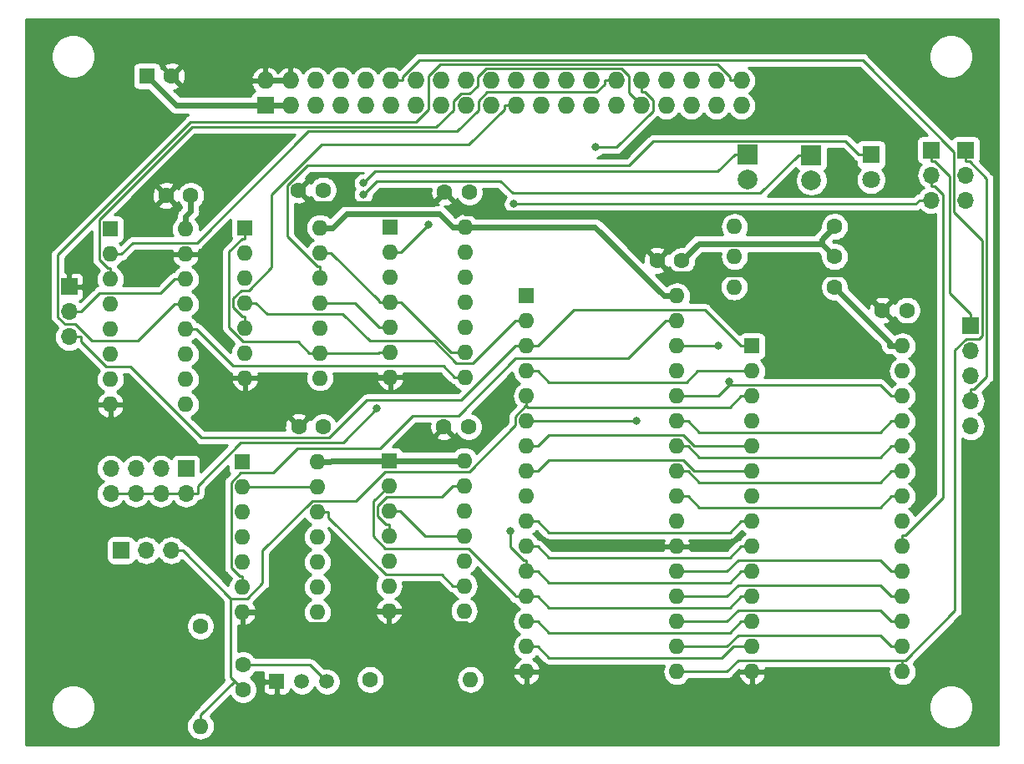
<source format=gtl>
G04 #@! TF.GenerationSoftware,KiCad,Pcbnew,(5.1.4-0-10_14)*
G04 #@! TF.CreationDate,2021-03-25T21:19:08+09:00*
G04 #@! TF.ProjectId,Z80-1MSRAM,5a38302d-314d-4535-9241-4d2e6b696361,rev?*
G04 #@! TF.SameCoordinates,Original*
G04 #@! TF.FileFunction,Copper,L1,Top*
G04 #@! TF.FilePolarity,Positive*
%FSLAX46Y46*%
G04 Gerber Fmt 4.6, Leading zero omitted, Abs format (unit mm)*
G04 Created by KiCad (PCBNEW (5.1.4-0-10_14)) date 2021-03-25 21:19:08*
%MOMM*%
%LPD*%
G04 APERTURE LIST*
%ADD10O,1.700000X1.700000*%
%ADD11R,1.700000X1.700000*%
%ADD12C,1.600000*%
%ADD13C,1.500000*%
%ADD14R,1.500000X1.500000*%
%ADD15O,1.600000X1.600000*%
%ADD16R,1.800000X1.800000*%
%ADD17C,1.800000*%
%ADD18R,1.600000X1.600000*%
%ADD19R,1.727200X1.727200*%
%ADD20O,1.727200X1.727200*%
%ADD21R,2.000000X2.000000*%
%ADD22C,2.000000*%
%ADD23C,0.800000*%
%ADD24C,0.250000*%
%ADD25C,0.600000*%
%ADD26C,0.254000*%
G04 APERTURE END LIST*
D10*
X192500000Y-79080000D03*
X192500000Y-76540000D03*
D11*
X192500000Y-74000000D03*
D10*
X196000000Y-79080000D03*
X196000000Y-76540000D03*
D11*
X196000000Y-74000000D03*
D10*
X196500000Y-102000000D03*
X196500000Y-99460000D03*
X196500000Y-96920000D03*
X196500000Y-94380000D03*
D11*
X196500000Y-91840000D03*
X105120000Y-87860000D03*
D10*
X105120000Y-90400000D03*
X105120000Y-92940000D03*
D12*
X122761000Y-126220000D03*
X122761000Y-128720000D03*
D11*
X110387000Y-114590000D03*
D10*
X112927000Y-114590000D03*
X115467000Y-114590000D03*
D13*
X128700000Y-127910000D03*
X131240000Y-127910000D03*
D14*
X126160000Y-127910000D03*
D15*
X172558000Y-81776000D03*
D12*
X182718000Y-81776000D03*
X182718000Y-84824000D03*
D15*
X172558000Y-84824000D03*
X118420000Y-132420000D03*
D12*
X118420000Y-122260000D03*
X135640000Y-127690000D03*
D15*
X145800000Y-127690000D03*
D11*
X116964000Y-106305000D03*
D10*
X116964000Y-108845000D03*
X114424000Y-106305000D03*
X114424000Y-108845000D03*
X111884000Y-106305000D03*
X111884000Y-108845000D03*
X109344000Y-106305000D03*
X109344000Y-108845000D03*
D16*
X186410000Y-74470000D03*
D17*
X186410000Y-77010000D03*
D18*
X137534000Y-105490000D03*
D15*
X145154000Y-120730000D03*
X137534000Y-108030000D03*
X145154000Y-118190000D03*
X137534000Y-110570000D03*
X145154000Y-115650000D03*
X137534000Y-113110000D03*
X145154000Y-113110000D03*
X137534000Y-115650000D03*
X145154000Y-110570000D03*
X137534000Y-118190000D03*
X145154000Y-108030000D03*
X137534000Y-120730000D03*
X145154000Y-105490000D03*
D12*
X182690000Y-87900000D03*
D15*
X172530000Y-87900000D03*
D18*
X174340000Y-93875000D03*
D15*
X189580000Y-126895000D03*
X174340000Y-96415000D03*
X189580000Y-124355000D03*
X174340000Y-98955000D03*
X189580000Y-121815000D03*
X174340000Y-101495000D03*
X189580000Y-119275000D03*
X174340000Y-104035000D03*
X189580000Y-116735000D03*
X174340000Y-106575000D03*
X189580000Y-114195000D03*
X174340000Y-109115000D03*
X189580000Y-111655000D03*
X174340000Y-111655000D03*
X189580000Y-109115000D03*
X174340000Y-114195000D03*
X189580000Y-106575000D03*
X174340000Y-116735000D03*
X189580000Y-104035000D03*
X174340000Y-119275000D03*
X189580000Y-101495000D03*
X174340000Y-121815000D03*
X189580000Y-98955000D03*
X174340000Y-124355000D03*
X189580000Y-96415000D03*
X174340000Y-126895000D03*
X189580000Y-93875000D03*
D19*
X125000000Y-69500000D03*
D20*
X125000000Y-66960000D03*
X127540000Y-69500000D03*
X127540000Y-66960000D03*
X130080000Y-69500000D03*
X130080000Y-66960000D03*
X132620000Y-69500000D03*
X132620000Y-66960000D03*
X135160000Y-69500000D03*
X135160000Y-66960000D03*
X137700000Y-69500000D03*
X137700000Y-66960000D03*
X140240000Y-69500000D03*
X140240000Y-66960000D03*
X142780000Y-69500000D03*
X142780000Y-66960000D03*
X145320000Y-69500000D03*
X145320000Y-66960000D03*
X147860000Y-69500000D03*
X147860000Y-66960000D03*
X150400000Y-69500000D03*
X150400000Y-66960000D03*
X152940000Y-69500000D03*
X152940000Y-66960000D03*
X155480000Y-69500000D03*
X155480000Y-66960000D03*
X158020000Y-69500000D03*
X158020000Y-66960000D03*
X160560000Y-69500000D03*
X160560000Y-66960000D03*
X163100000Y-69500000D03*
X163100000Y-66960000D03*
X165640000Y-69500000D03*
X165640000Y-66960000D03*
X168180000Y-69500000D03*
X168180000Y-66960000D03*
X170720000Y-69500000D03*
X170720000Y-66960000D03*
X173260000Y-69500000D03*
X173260000Y-66960000D03*
D21*
X173910000Y-74442000D03*
D22*
X173910000Y-76982000D03*
D21*
X180360000Y-74522000D03*
D22*
X180360000Y-77062000D03*
D18*
X137660000Y-81805000D03*
D15*
X145280000Y-97045000D03*
X137660000Y-84345000D03*
X145280000Y-94505000D03*
X137660000Y-86885000D03*
X145280000Y-91965000D03*
X137660000Y-89425000D03*
X145280000Y-89425000D03*
X137660000Y-91965000D03*
X145280000Y-86885000D03*
X137660000Y-94505000D03*
X145280000Y-84345000D03*
X137660000Y-97045000D03*
X145280000Y-81805000D03*
D18*
X109290000Y-82020000D03*
D15*
X116910000Y-99800000D03*
X109290000Y-84560000D03*
X116910000Y-97260000D03*
X109290000Y-87100000D03*
X116910000Y-94720000D03*
X109290000Y-89640000D03*
X116910000Y-92180000D03*
X109290000Y-92180000D03*
X116910000Y-89640000D03*
X109290000Y-94720000D03*
X116910000Y-87100000D03*
X109290000Y-97260000D03*
X116910000Y-84560000D03*
X109290000Y-99800000D03*
X116910000Y-82020000D03*
D18*
X122928000Y-81868500D03*
D15*
X130548000Y-97108500D03*
X122928000Y-84408500D03*
X130548000Y-94568500D03*
X122928000Y-86948500D03*
X130548000Y-92028500D03*
X122928000Y-89488500D03*
X130548000Y-89488500D03*
X122928000Y-92028500D03*
X130548000Y-86948500D03*
X122928000Y-94568500D03*
X130548000Y-84408500D03*
X122928000Y-97108500D03*
X130548000Y-81868500D03*
D18*
X122674000Y-105618000D03*
D15*
X130294000Y-120858000D03*
X122674000Y-108158000D03*
X130294000Y-118318000D03*
X122674000Y-110698000D03*
X130294000Y-115778000D03*
X122674000Y-113238000D03*
X130294000Y-113238000D03*
X122674000Y-115778000D03*
X130294000Y-110698000D03*
X122674000Y-118318000D03*
X130294000Y-108158000D03*
X122674000Y-120858000D03*
X130294000Y-105618000D03*
D18*
X151480000Y-88795000D03*
D15*
X166720000Y-126895000D03*
X151480000Y-91335000D03*
X166720000Y-124355000D03*
X151480000Y-93875000D03*
X166720000Y-121815000D03*
X151480000Y-96415000D03*
X166720000Y-119275000D03*
X151480000Y-98955000D03*
X166720000Y-116735000D03*
X151480000Y-101495000D03*
X166720000Y-114195000D03*
X151480000Y-104035000D03*
X166720000Y-111655000D03*
X151480000Y-106575000D03*
X166720000Y-109115000D03*
X151480000Y-109115000D03*
X166720000Y-106575000D03*
X151480000Y-111655000D03*
X166720000Y-104035000D03*
X151480000Y-114195000D03*
X166720000Y-101495000D03*
X151480000Y-116735000D03*
X166720000Y-98955000D03*
X151480000Y-119275000D03*
X166720000Y-96415000D03*
X151480000Y-121815000D03*
X166720000Y-93875000D03*
X151480000Y-124355000D03*
X166720000Y-91335000D03*
X151480000Y-126895000D03*
X166720000Y-88795000D03*
D12*
X145690000Y-78270000D03*
X143190000Y-78270000D03*
X145598000Y-102062000D03*
X143098000Y-102062000D03*
X117450000Y-78610000D03*
X114950000Y-78610000D03*
X130866000Y-78058500D03*
X128366000Y-78058500D03*
X130880000Y-102050000D03*
X128380000Y-102050000D03*
X167230000Y-85200000D03*
X164730000Y-85200000D03*
X190060000Y-90250000D03*
X187560000Y-90250000D03*
D18*
X113000000Y-66500000D03*
D12*
X115500000Y-66500000D03*
D23*
X134946500Y-77349900D03*
X134942600Y-78526000D03*
X178000000Y-87500000D03*
X178500000Y-69500000D03*
X192000000Y-106500000D03*
X141570000Y-81555600D03*
X149835200Y-112668800D03*
X162642100Y-101495000D03*
X172037400Y-97471200D03*
X136332900Y-100210200D03*
X158520400Y-73725800D03*
X150147500Y-79477500D03*
X170948400Y-93875000D03*
D24*
X173910000Y-74442000D02*
X172584700Y-74442000D01*
X134946500Y-77349900D02*
X136124100Y-76172300D01*
X136124100Y-76172300D02*
X170854400Y-76172300D01*
X170854400Y-76172300D02*
X172584700Y-74442000D01*
X134942600Y-78526000D02*
X136324000Y-77144600D01*
X136324000Y-77144600D02*
X148840500Y-77144600D01*
X148840500Y-77144600D02*
X150073600Y-78377700D01*
X150073600Y-78377700D02*
X175179000Y-78377700D01*
X175179000Y-78377700D02*
X179034700Y-74522000D01*
X180360000Y-74522000D02*
X179034700Y-74522000D01*
D25*
X116910000Y-82020000D02*
X116910000Y-80719700D01*
X116910000Y-80719700D02*
X117450000Y-80179700D01*
X117450000Y-80179700D02*
X117450000Y-78610000D01*
X143979700Y-81805000D02*
X142679400Y-80504700D01*
X142679400Y-80504700D02*
X133212100Y-80504700D01*
X133212100Y-80504700D02*
X131848300Y-81868500D01*
X145280000Y-81805000D02*
X143979700Y-81805000D01*
X130548000Y-81868500D02*
X131848300Y-81868500D01*
X166720000Y-88795000D02*
X165419700Y-88795000D01*
X145280000Y-81805000D02*
X146580300Y-81805000D01*
X146580300Y-81805000D02*
X158429700Y-81805000D01*
X158429700Y-81805000D02*
X165419700Y-88795000D01*
X167230000Y-85200000D02*
X168939500Y-83490500D01*
X168939500Y-83490500D02*
X181384500Y-83490500D01*
X138834300Y-105490000D02*
X145154000Y-105490000D01*
X189580000Y-93875000D02*
X188279700Y-93875000D01*
X188279700Y-93875000D02*
X188279700Y-93489700D01*
X188279700Y-93489700D02*
X182690000Y-87900000D01*
X181384500Y-83490500D02*
X182718000Y-84824000D01*
X181384500Y-83490500D02*
X181384500Y-83109500D01*
X181384500Y-83109500D02*
X182718000Y-81776000D01*
X130294000Y-105618000D02*
X131594300Y-105618000D01*
X136233700Y-105490000D02*
X131722300Y-105490000D01*
X131722300Y-105490000D02*
X131594300Y-105618000D01*
X137534000Y-105490000D02*
X138834300Y-105490000D01*
X113000000Y-66500000D02*
X116000000Y-69500000D01*
X116000000Y-69500000D02*
X125000000Y-69500000D01*
X127540000Y-69500000D02*
X125000000Y-69500000D01*
X137534000Y-105490000D02*
X136233700Y-105490000D01*
X128366000Y-78058500D02*
X129733900Y-79426400D01*
X129733900Y-79426400D02*
X142033600Y-79426400D01*
X142033600Y-79426400D02*
X143190000Y-78270000D01*
X128380000Y-102050000D02*
X133385000Y-97045000D01*
X133385000Y-97045000D02*
X137660000Y-97045000D01*
X143190000Y-78270000D02*
X145297800Y-80377800D01*
X145297800Y-80377800D02*
X159907800Y-80377800D01*
X159907800Y-80377800D02*
X164730000Y-85200000D01*
X164730000Y-85200000D02*
X166070100Y-86540100D01*
X166070100Y-86540100D02*
X183850100Y-86540100D01*
X183850100Y-86540100D02*
X187560000Y-90250000D01*
X137534000Y-120730000D02*
X138834300Y-120730000D01*
X138834300Y-120730000D02*
X140134600Y-122030300D01*
X140134600Y-122030300D02*
X145315000Y-122030300D01*
X145315000Y-122030300D02*
X150179700Y-126895000D01*
X136900500Y-120730000D02*
X137534000Y-120730000D01*
X151480000Y-126895000D02*
X150179700Y-126895000D01*
X136900500Y-120730000D02*
X136233700Y-120730000D01*
X122674000Y-120858000D02*
X123974300Y-120858000D01*
X136233700Y-120730000D02*
X134805400Y-122158300D01*
X134805400Y-122158300D02*
X125274600Y-122158300D01*
X125274600Y-122158300D02*
X123974300Y-120858000D01*
X127540000Y-66960000D02*
X125000000Y-66960000D01*
D24*
X151480000Y-119275000D02*
X150354700Y-119275000D01*
X150354700Y-119275000D02*
X150354700Y-119134300D01*
X150354700Y-119134300D02*
X145600400Y-114380000D01*
X145600400Y-114380000D02*
X137166600Y-114380000D01*
X137166600Y-114380000D02*
X135954200Y-113167600D01*
X135954200Y-113167600D02*
X135954200Y-109609800D01*
X135954200Y-109609800D02*
X137534000Y-108030000D01*
X152042700Y-119275000D02*
X151480000Y-119275000D01*
X152042700Y-119275000D02*
X152605300Y-119275000D01*
X174340000Y-119275000D02*
X173214700Y-119275000D01*
X152605300Y-119275000D02*
X153730600Y-120400300D01*
X153730600Y-120400300D02*
X172089400Y-120400300D01*
X172089400Y-120400300D02*
X173214700Y-119275000D01*
X174340000Y-121815000D02*
X173214700Y-121815000D01*
X151480000Y-121815000D02*
X152605300Y-121815000D01*
X152605300Y-121815000D02*
X153730600Y-122940300D01*
X153730600Y-122940300D02*
X172089400Y-122940300D01*
X172089400Y-122940300D02*
X173214700Y-121815000D01*
X151480000Y-124355000D02*
X152605300Y-124355000D01*
X152605300Y-124355000D02*
X153741600Y-125491300D01*
X153741600Y-125491300D02*
X171305300Y-125491300D01*
X171305300Y-125491300D02*
X172441600Y-124355000D01*
X172441600Y-124355000D02*
X174340000Y-124355000D01*
X189580000Y-125769700D02*
X189861300Y-125769700D01*
X189861300Y-125769700D02*
X194915400Y-120715600D01*
X194915400Y-120715600D02*
X194915400Y-94279500D01*
X194915400Y-94279500D02*
X196067800Y-93127100D01*
X196067800Y-93127100D02*
X197379800Y-93127100D01*
X197379800Y-93127100D02*
X197682500Y-92824400D01*
X197682500Y-92824400D02*
X197682500Y-83163800D01*
X197682500Y-83163800D02*
X194824600Y-80305900D01*
X194824600Y-80305900D02*
X194824600Y-74163500D01*
X194824600Y-74163500D02*
X185531600Y-64870500D01*
X185531600Y-64870500D02*
X140606800Y-64870500D01*
X140606800Y-64870500D02*
X138888900Y-66588400D01*
X138888900Y-66588400D02*
X138888900Y-66960000D01*
X166720000Y-126895000D02*
X171804700Y-126895000D01*
X171804700Y-126895000D02*
X172930000Y-125769700D01*
X172930000Y-125769700D02*
X189580000Y-125769700D01*
X137700000Y-66960000D02*
X138888900Y-66960000D01*
X189580000Y-126895000D02*
X189580000Y-125769700D01*
X189580000Y-124355000D02*
X188454700Y-124355000D01*
X166720000Y-124355000D02*
X171804700Y-124355000D01*
X171804700Y-124355000D02*
X172930000Y-123229700D01*
X172930000Y-123229700D02*
X187329400Y-123229700D01*
X187329400Y-123229700D02*
X188454700Y-124355000D01*
X189580000Y-121815000D02*
X188454700Y-121815000D01*
X166720000Y-121815000D02*
X171804700Y-121815000D01*
X171804700Y-121815000D02*
X172930000Y-120689700D01*
X172930000Y-120689700D02*
X187329400Y-120689700D01*
X187329400Y-120689700D02*
X188454700Y-121815000D01*
X188454700Y-119275000D02*
X187329400Y-118149700D01*
X187329400Y-118149700D02*
X172930000Y-118149700D01*
X172930000Y-118149700D02*
X171804700Y-119275000D01*
X171804700Y-119275000D02*
X166720000Y-119275000D01*
X189580000Y-119275000D02*
X188454700Y-119275000D01*
X189580000Y-116735000D02*
X188454700Y-116735000D01*
X166720000Y-116735000D02*
X171804700Y-116735000D01*
X171804700Y-116735000D02*
X172930000Y-115609700D01*
X172930000Y-115609700D02*
X187329400Y-115609700D01*
X187329400Y-115609700D02*
X188454700Y-116735000D01*
X189580000Y-109115000D02*
X188454700Y-109115000D01*
X166720000Y-109115000D02*
X167845300Y-109115000D01*
X167845300Y-109115000D02*
X168970600Y-110240300D01*
X168970600Y-110240300D02*
X187329400Y-110240300D01*
X187329400Y-110240300D02*
X188454700Y-109115000D01*
X137660000Y-84345000D02*
X138785300Y-84345000D01*
X138785300Y-84345000D02*
X138785300Y-84340300D01*
X138785300Y-84340300D02*
X141570000Y-81555600D01*
X151480000Y-116735000D02*
X152605300Y-116735000D01*
X174340000Y-116735000D02*
X173214700Y-116735000D01*
X173214700Y-116735000D02*
X172089400Y-117860300D01*
X172089400Y-117860300D02*
X153730600Y-117860300D01*
X153730600Y-117860300D02*
X152605300Y-116735000D01*
X151480000Y-116735000D02*
X151480000Y-115609700D01*
X151480000Y-115609700D02*
X151198700Y-115609700D01*
X151198700Y-115609700D02*
X149835200Y-114246200D01*
X149835200Y-114246200D02*
X149835200Y-112668800D01*
X174340000Y-114195000D02*
X173214700Y-114195000D01*
X151480000Y-114195000D02*
X152605300Y-114195000D01*
X152605300Y-114195000D02*
X153730600Y-115320300D01*
X153730600Y-115320300D02*
X172089400Y-115320300D01*
X172089400Y-115320300D02*
X173214700Y-114195000D01*
X174340000Y-111655000D02*
X173214700Y-111655000D01*
X151480000Y-111655000D02*
X152605300Y-111655000D01*
X152605300Y-111655000D02*
X153730600Y-112780300D01*
X153730600Y-112780300D02*
X172089400Y-112780300D01*
X172089400Y-112780300D02*
X173214700Y-111655000D01*
X151480000Y-106575000D02*
X152605300Y-106575000D01*
X152605300Y-106575000D02*
X153738500Y-105441800D01*
X153738500Y-105441800D02*
X167349000Y-105441800D01*
X167349000Y-105441800D02*
X168482200Y-106575000D01*
X168482200Y-106575000D02*
X174340000Y-106575000D01*
X110415300Y-84560000D02*
X111540600Y-83434700D01*
X111540600Y-83434700D02*
X118061000Y-83434700D01*
X118061000Y-83434700D02*
X129392900Y-72102800D01*
X129392900Y-72102800D02*
X144427000Y-72102800D01*
X144427000Y-72102800D02*
X146590000Y-69939800D01*
X146590000Y-69939800D02*
X146590000Y-69066700D01*
X146590000Y-69066700D02*
X147507800Y-68148900D01*
X147507800Y-68148900D02*
X158553800Y-68148900D01*
X158553800Y-68148900D02*
X159371100Y-67331600D01*
X159371100Y-67331600D02*
X159371100Y-66960000D01*
X109290000Y-84560000D02*
X110415300Y-84560000D01*
X160560000Y-66960000D02*
X159371100Y-66960000D01*
X151480000Y-104035000D02*
X152605300Y-104035000D01*
X152605300Y-104035000D02*
X153738500Y-102901800D01*
X153738500Y-102901800D02*
X167349000Y-102901800D01*
X167349000Y-102901800D02*
X168482200Y-104035000D01*
X168482200Y-104035000D02*
X174340000Y-104035000D01*
X109290000Y-85974700D02*
X109008600Y-85974700D01*
X109008600Y-85974700D02*
X108164700Y-85130800D01*
X108164700Y-85130800D02*
X108164700Y-81049800D01*
X108164700Y-81049800D02*
X117562000Y-71652500D01*
X117562000Y-71652500D02*
X142337300Y-71652500D01*
X142337300Y-71652500D02*
X144050000Y-69939800D01*
X144050000Y-69939800D02*
X144050000Y-69066700D01*
X144050000Y-69066700D02*
X144805700Y-68311000D01*
X144805700Y-68311000D02*
X145734400Y-68311000D01*
X145734400Y-68311000D02*
X146567000Y-67478400D01*
X146567000Y-67478400D02*
X146567000Y-66570500D01*
X146567000Y-66570500D02*
X147366400Y-65771100D01*
X147366400Y-65771100D02*
X161061600Y-65771100D01*
X161061600Y-65771100D02*
X161830000Y-66539500D01*
X161830000Y-66539500D02*
X161830000Y-68230000D01*
X161830000Y-68230000D02*
X163100000Y-69500000D01*
X109290000Y-87100000D02*
X109290000Y-85974700D01*
X151480000Y-101495000D02*
X162642100Y-101495000D01*
X189580000Y-101495000D02*
X188454700Y-101495000D01*
X166720000Y-101495000D02*
X167845300Y-101495000D01*
X167845300Y-101495000D02*
X168970600Y-102620300D01*
X168970600Y-102620300D02*
X187329400Y-102620300D01*
X187329400Y-102620300D02*
X188454700Y-101495000D01*
X189580000Y-104035000D02*
X188454700Y-104035000D01*
X166720000Y-104035000D02*
X167845300Y-104035000D01*
X167845300Y-104035000D02*
X168970600Y-105160300D01*
X168970600Y-105160300D02*
X187329400Y-105160300D01*
X187329400Y-105160300D02*
X188454700Y-104035000D01*
X189580000Y-106575000D02*
X188454700Y-106575000D01*
X166720000Y-106575000D02*
X167845300Y-106575000D01*
X167845300Y-106575000D02*
X168970600Y-107700300D01*
X168970600Y-107700300D02*
X187329400Y-107700300D01*
X187329400Y-107700300D02*
X188454700Y-106575000D01*
X173214700Y-96415000D02*
X168809700Y-96415000D01*
X168809700Y-96415000D02*
X167673400Y-97551300D01*
X167673400Y-97551300D02*
X153741600Y-97551300D01*
X153741600Y-97551300D02*
X152605300Y-96415000D01*
X174340000Y-96415000D02*
X173214700Y-96415000D01*
X151480000Y-96415000D02*
X152605300Y-96415000D01*
X172037400Y-97829700D02*
X187329400Y-97829700D01*
X187329400Y-97829700D02*
X188454700Y-98955000D01*
X166720000Y-98955000D02*
X170912100Y-98955000D01*
X170912100Y-98955000D02*
X172037400Y-97829700D01*
X172037400Y-97829700D02*
X172037400Y-97471200D01*
X189580000Y-98955000D02*
X188454700Y-98955000D01*
X150354700Y-93875000D02*
X144842100Y-99387600D01*
X144842100Y-99387600D02*
X135295600Y-99387600D01*
X135295600Y-99387600D02*
X131485800Y-103197400D01*
X131485800Y-103197400D02*
X118556900Y-103197400D01*
X118556900Y-103197400D02*
X111349500Y-95990000D01*
X111349500Y-95990000D02*
X108904600Y-95990000D01*
X108904600Y-95990000D02*
X106295300Y-93380700D01*
X106295300Y-93380700D02*
X106295300Y-92940000D01*
X151480000Y-93875000D02*
X150354700Y-93875000D01*
X105120000Y-92940000D02*
X106295300Y-92940000D01*
X151666500Y-93875000D02*
X151480000Y-93875000D01*
X151666500Y-93875000D02*
X152605300Y-93875000D01*
X174340000Y-93875000D02*
X173214700Y-93875000D01*
X152605300Y-93875000D02*
X156285800Y-90194500D01*
X156285800Y-90194500D02*
X169534200Y-90194500D01*
X169534200Y-90194500D02*
X173214700Y-93875000D01*
X173260000Y-66960000D02*
X172071100Y-66960000D01*
X116910000Y-89640000D02*
X115784700Y-89640000D01*
X115784700Y-89640000D02*
X112118000Y-93306700D01*
X112118000Y-93306700D02*
X107386900Y-93306700D01*
X107386900Y-93306700D02*
X105750200Y-91670000D01*
X105750200Y-91670000D02*
X104680900Y-91670000D01*
X104680900Y-91670000D02*
X103944300Y-90933400D01*
X103944300Y-90933400D02*
X103944300Y-84633300D01*
X103944300Y-84633300D02*
X117431700Y-71145900D01*
X117431700Y-71145900D02*
X140275600Y-71145900D01*
X140275600Y-71145900D02*
X141510000Y-69911500D01*
X141510000Y-69911500D02*
X141510000Y-66539400D01*
X141510000Y-66539400D02*
X142728600Y-65320800D01*
X142728600Y-65320800D02*
X170803400Y-65320800D01*
X170803400Y-65320800D02*
X172071100Y-66588500D01*
X172071100Y-66588500D02*
X172071100Y-66960000D01*
X130294000Y-108158000D02*
X122674000Y-108158000D01*
X137534000Y-110570000D02*
X138659300Y-110570000D01*
X145154000Y-113110000D02*
X141199300Y-113110000D01*
X141199300Y-113110000D02*
X138659300Y-110570000D01*
X145154000Y-118190000D02*
X144028700Y-118190000D01*
X130294000Y-110698000D02*
X131419300Y-110698000D01*
X131419300Y-110698000D02*
X131419300Y-111260700D01*
X131419300Y-111260700D02*
X137223300Y-117064700D01*
X137223300Y-117064700D02*
X142903400Y-117064700D01*
X142903400Y-117064700D02*
X144028700Y-118190000D01*
X122928000Y-82993800D02*
X122646600Y-82993800D01*
X122646600Y-82993800D02*
X121320500Y-84319900D01*
X121320500Y-84319900D02*
X121320500Y-92015600D01*
X121320500Y-92015600D02*
X122748100Y-93443200D01*
X122748100Y-93443200D02*
X128297400Y-93443200D01*
X128297400Y-93443200D02*
X129422700Y-94568500D01*
X122928000Y-81868500D02*
X122928000Y-82993800D01*
X130548000Y-94568500D02*
X129422700Y-94568500D01*
X131110700Y-94568500D02*
X130548000Y-94568500D01*
X131110700Y-94568500D02*
X131673300Y-94568500D01*
X137660000Y-94505000D02*
X136534700Y-94505000D01*
X131673300Y-94568500D02*
X136471200Y-94568500D01*
X136471200Y-94568500D02*
X136534700Y-94505000D01*
X136534700Y-91965000D02*
X134058200Y-89488500D01*
X134058200Y-89488500D02*
X131673300Y-89488500D01*
X130548000Y-89488500D02*
X131673300Y-89488500D01*
X137660000Y-91965000D02*
X136534700Y-91965000D01*
X122928000Y-89488500D02*
X124053300Y-89488500D01*
X151480000Y-91335000D02*
X150354700Y-91335000D01*
X150354700Y-91335000D02*
X146058600Y-95631100D01*
X146058600Y-95631100D02*
X144354500Y-95631100D01*
X144354500Y-95631100D02*
X142103000Y-93379600D01*
X142103000Y-93379600D02*
X135626900Y-93379600D01*
X135626900Y-93379600D02*
X132861100Y-90613800D01*
X132861100Y-90613800D02*
X125178600Y-90613800D01*
X125178600Y-90613800D02*
X124053300Y-89488500D01*
X122674000Y-118318000D02*
X122674000Y-117192700D01*
X166720000Y-91335000D02*
X165594700Y-91335000D01*
X165594700Y-91335000D02*
X161784700Y-95145000D01*
X161784700Y-95145000D02*
X150354600Y-95145000D01*
X150354600Y-95145000D02*
X144564000Y-100935600D01*
X144564000Y-100935600D02*
X139969600Y-100935600D01*
X139969600Y-100935600D02*
X136637000Y-104268200D01*
X136637000Y-104268200D02*
X128240100Y-104268200D01*
X128240100Y-104268200D02*
X125764900Y-106743400D01*
X125764900Y-106743400D02*
X122497000Y-106743400D01*
X122497000Y-106743400D02*
X121548700Y-107691700D01*
X121548700Y-107691700D02*
X121548700Y-116348800D01*
X121548700Y-116348800D02*
X122392600Y-117192700D01*
X122392600Y-117192700D02*
X122674000Y-117192700D01*
X150400000Y-69500000D02*
X149211100Y-69500000D01*
X122928000Y-92028500D02*
X122928000Y-90903200D01*
X122928000Y-90903200D02*
X122688400Y-90903200D01*
X122688400Y-90903200D02*
X121770800Y-89985600D01*
X121770800Y-89985600D02*
X121770800Y-89024100D01*
X121770800Y-89024100D02*
X122576400Y-88218500D01*
X122576400Y-88218500D02*
X123308500Y-88218500D01*
X123308500Y-88218500D02*
X125624200Y-85902800D01*
X125624200Y-85902800D02*
X125624200Y-78506500D01*
X125624200Y-78506500D02*
X130685700Y-73445000D01*
X130685700Y-73445000D02*
X145637600Y-73445000D01*
X145637600Y-73445000D02*
X149211100Y-69871500D01*
X149211100Y-69871500D02*
X149211100Y-69500000D01*
X137534000Y-113110000D02*
X137534000Y-111984700D01*
X145154000Y-108030000D02*
X144028700Y-108030000D01*
X144028700Y-108030000D02*
X142903400Y-109155300D01*
X142903400Y-109155300D02*
X137335300Y-109155300D01*
X137335300Y-109155300D02*
X136408700Y-110081900D01*
X136408700Y-110081900D02*
X136408700Y-111140800D01*
X136408700Y-111140800D02*
X137252600Y-111984700D01*
X137252600Y-111984700D02*
X137534000Y-111984700D01*
X185184700Y-74470000D02*
X183831300Y-73116600D01*
X183831300Y-73116600D02*
X164291600Y-73116600D01*
X164291600Y-73116600D02*
X161889500Y-75518700D01*
X161889500Y-75518700D02*
X129285300Y-75518700D01*
X129285300Y-75518700D02*
X127221300Y-77582700D01*
X127221300Y-77582700D02*
X127221300Y-82777800D01*
X127221300Y-82777800D02*
X130266700Y-85823200D01*
X130266700Y-85823200D02*
X130548000Y-85823200D01*
X186410000Y-74470000D02*
X185184700Y-74470000D01*
X130548000Y-86948500D02*
X130548000Y-85823200D01*
X145280000Y-97045000D02*
X144154700Y-97045000D01*
X116910000Y-92180000D02*
X118035300Y-92180000D01*
X118035300Y-92180000D02*
X121775000Y-95919700D01*
X121775000Y-95919700D02*
X143029400Y-95919700D01*
X143029400Y-95919700D02*
X144154700Y-97045000D01*
X137660000Y-89425000D02*
X136534700Y-89425000D01*
X130548000Y-84408500D02*
X131673300Y-84408500D01*
X131673300Y-84408500D02*
X136534700Y-89269900D01*
X136534700Y-89269900D02*
X136534700Y-89425000D01*
X137660000Y-89425000D02*
X138785300Y-89425000D01*
X138785300Y-89425000D02*
X143865300Y-94505000D01*
X143865300Y-94505000D02*
X145280000Y-94505000D01*
X136332900Y-100210200D02*
X132895300Y-103647800D01*
X132895300Y-103647800D02*
X122528500Y-103647800D01*
X122528500Y-103647800D02*
X118139300Y-108037000D01*
X118139300Y-108037000D02*
X118139300Y-108845000D01*
X116964000Y-108845000D02*
X118139300Y-108845000D01*
X114424000Y-108845000D02*
X116964000Y-108845000D01*
X111884000Y-108845000D02*
X114424000Y-108845000D01*
X109344000Y-108845000D02*
X111884000Y-108845000D01*
X163100000Y-68148900D02*
X163471500Y-68148900D01*
X163471500Y-68148900D02*
X164289000Y-68966400D01*
X164289000Y-68966400D02*
X164289000Y-70021400D01*
X164289000Y-70021400D02*
X160584600Y-73725800D01*
X160584600Y-73725800D02*
X158520400Y-73725800D01*
X174340000Y-98955000D02*
X173214700Y-98955000D01*
X151480000Y-99967700D02*
X151592600Y-100080300D01*
X151592600Y-100080300D02*
X172089400Y-100080300D01*
X172089400Y-100080300D02*
X173214700Y-98955000D01*
X121509900Y-119459800D02*
X123180000Y-119459800D01*
X123180000Y-119459800D02*
X124733500Y-117906300D01*
X124733500Y-117906300D02*
X124733500Y-114616600D01*
X124733500Y-114616600D02*
X129795200Y-109554900D01*
X129795200Y-109554900D02*
X134202300Y-109554900D01*
X134202300Y-109554900D02*
X137141800Y-106615400D01*
X137141800Y-106615400D02*
X145661400Y-106615400D01*
X145661400Y-106615400D02*
X150354700Y-101922100D01*
X150354700Y-101922100D02*
X150354700Y-101008600D01*
X150354700Y-101008600D02*
X151395600Y-99967700D01*
X151395600Y-99967700D02*
X151480000Y-99967700D01*
X151480000Y-98955000D02*
X151480000Y-99967700D01*
X121509900Y-119459800D02*
X116642300Y-114592200D01*
X116642300Y-114592200D02*
X116642300Y-114590000D01*
X121869400Y-127845300D02*
X121509900Y-127485800D01*
X121509900Y-127485800D02*
X121509900Y-119459800D01*
X115467000Y-114590000D02*
X116642300Y-114590000D01*
X163100000Y-66960000D02*
X163100000Y-68148900D01*
X122761000Y-128720000D02*
X121886300Y-127845300D01*
X121886300Y-127845300D02*
X121869400Y-127845300D01*
X118420000Y-131294700D02*
X121869400Y-127845300D01*
X118420000Y-132420000D02*
X118420000Y-131294700D01*
X122761000Y-126220000D02*
X129550000Y-126220000D01*
X129550000Y-126220000D02*
X131240000Y-127910000D01*
X106295300Y-90400000D02*
X108210800Y-88484500D01*
X108210800Y-88484500D02*
X114400200Y-88484500D01*
X114400200Y-88484500D02*
X115784700Y-87100000D01*
X105120000Y-90400000D02*
X106295300Y-90400000D01*
X116910000Y-87100000D02*
X115784700Y-87100000D01*
X196500000Y-98284700D02*
X196867300Y-98284700D01*
X196867300Y-98284700D02*
X198132800Y-97019200D01*
X198132800Y-97019200D02*
X198132800Y-76940800D01*
X198132800Y-76940800D02*
X196367300Y-75175300D01*
X196367300Y-75175300D02*
X196000000Y-75175300D01*
X196000000Y-74000000D02*
X196000000Y-75175300D01*
X196500000Y-99460000D02*
X196500000Y-98284700D01*
X192500000Y-75175300D02*
X192867300Y-75175300D01*
X192867300Y-75175300D02*
X194374300Y-76682300D01*
X194374300Y-76682300D02*
X194374300Y-88539000D01*
X194374300Y-88539000D02*
X196500000Y-90664700D01*
X192500000Y-74000000D02*
X192500000Y-75175300D01*
X196500000Y-91840000D02*
X196500000Y-90664700D01*
X191324700Y-79080000D02*
X190927200Y-79477500D01*
X190927200Y-79477500D02*
X150147500Y-79477500D01*
X192500000Y-79080000D02*
X191324700Y-79080000D01*
X166720000Y-93875000D02*
X170948400Y-93875000D01*
X192500000Y-76540000D02*
X192500000Y-77715300D01*
X189580000Y-114195000D02*
X189580000Y-113069700D01*
X189580000Y-113069700D02*
X189861300Y-113069700D01*
X189861300Y-113069700D02*
X193675300Y-109255700D01*
X193675300Y-109255700D02*
X193675300Y-78523200D01*
X193675300Y-78523200D02*
X192867400Y-77715300D01*
X192867400Y-77715300D02*
X192500000Y-77715300D01*
D26*
G36*
X199290001Y-134290000D02*
G01*
X100710000Y-134290000D01*
X100710000Y-130269872D01*
X103275000Y-130269872D01*
X103275000Y-130710128D01*
X103360890Y-131141925D01*
X103529369Y-131548669D01*
X103773962Y-131914729D01*
X104085271Y-132226038D01*
X104451331Y-132470631D01*
X104858075Y-132639110D01*
X105289872Y-132725000D01*
X105730128Y-132725000D01*
X106161925Y-132639110D01*
X106568669Y-132470631D01*
X106934729Y-132226038D01*
X107246038Y-131914729D01*
X107490631Y-131548669D01*
X107659110Y-131141925D01*
X107745000Y-130710128D01*
X107745000Y-130269872D01*
X107659110Y-129838075D01*
X107490631Y-129431331D01*
X107246038Y-129065271D01*
X106934729Y-128753962D01*
X106568669Y-128509369D01*
X106161925Y-128340890D01*
X105730128Y-128255000D01*
X105289872Y-128255000D01*
X104858075Y-128340890D01*
X104451331Y-128509369D01*
X104085271Y-128753962D01*
X103773962Y-129065271D01*
X103529369Y-129431331D01*
X103360890Y-129838075D01*
X103275000Y-130269872D01*
X100710000Y-130269872D01*
X100710000Y-122118665D01*
X116985000Y-122118665D01*
X116985000Y-122401335D01*
X117040147Y-122678574D01*
X117148320Y-122939727D01*
X117305363Y-123174759D01*
X117505241Y-123374637D01*
X117740273Y-123531680D01*
X118001426Y-123639853D01*
X118278665Y-123695000D01*
X118561335Y-123695000D01*
X118838574Y-123639853D01*
X119099727Y-123531680D01*
X119334759Y-123374637D01*
X119534637Y-123174759D01*
X119691680Y-122939727D01*
X119799853Y-122678574D01*
X119855000Y-122401335D01*
X119855000Y-122118665D01*
X119799853Y-121841426D01*
X119691680Y-121580273D01*
X119534637Y-121345241D01*
X119334759Y-121145363D01*
X119099727Y-120988320D01*
X118838574Y-120880147D01*
X118561335Y-120825000D01*
X118278665Y-120825000D01*
X118001426Y-120880147D01*
X117740273Y-120988320D01*
X117505241Y-121145363D01*
X117305363Y-121345241D01*
X117148320Y-121580273D01*
X117040147Y-121841426D01*
X116985000Y-122118665D01*
X100710000Y-122118665D01*
X100710000Y-100149039D01*
X107898096Y-100149039D01*
X107938754Y-100283087D01*
X108058963Y-100537420D01*
X108226481Y-100763414D01*
X108434869Y-100952385D01*
X108676119Y-101097070D01*
X108940960Y-101191909D01*
X109163000Y-101070624D01*
X109163000Y-99927000D01*
X109417000Y-99927000D01*
X109417000Y-101070624D01*
X109639040Y-101191909D01*
X109903881Y-101097070D01*
X110145131Y-100952385D01*
X110353519Y-100763414D01*
X110521037Y-100537420D01*
X110641246Y-100283087D01*
X110681904Y-100149039D01*
X110559915Y-99927000D01*
X109417000Y-99927000D01*
X109163000Y-99927000D01*
X108020085Y-99927000D01*
X107898096Y-100149039D01*
X100710000Y-100149039D01*
X100710000Y-84633300D01*
X103180624Y-84633300D01*
X103184301Y-84670632D01*
X103184300Y-90896077D01*
X103180624Y-90933400D01*
X103184300Y-90970722D01*
X103184300Y-90970732D01*
X103195297Y-91082385D01*
X103232401Y-91204701D01*
X103238754Y-91225646D01*
X103309326Y-91357676D01*
X103328161Y-91380626D01*
X103404299Y-91473401D01*
X103433302Y-91497203D01*
X103954926Y-92018828D01*
X103879294Y-92110986D01*
X103741401Y-92368966D01*
X103656487Y-92648889D01*
X103627815Y-92940000D01*
X103656487Y-93231111D01*
X103741401Y-93511034D01*
X103879294Y-93769014D01*
X104064866Y-93995134D01*
X104290986Y-94180706D01*
X104548966Y-94318599D01*
X104828889Y-94403513D01*
X105047050Y-94425000D01*
X105192950Y-94425000D01*
X105411111Y-94403513D01*
X105691034Y-94318599D01*
X105949014Y-94180706D01*
X105988280Y-94148481D01*
X108184657Y-96344860D01*
X108091068Y-96458899D01*
X107957818Y-96708192D01*
X107875764Y-96978691D01*
X107848057Y-97260000D01*
X107875764Y-97541309D01*
X107957818Y-97811808D01*
X108091068Y-98061101D01*
X108270392Y-98279608D01*
X108488899Y-98458932D01*
X108626682Y-98532579D01*
X108434869Y-98647615D01*
X108226481Y-98836586D01*
X108058963Y-99062580D01*
X107938754Y-99316913D01*
X107898096Y-99450961D01*
X108020085Y-99673000D01*
X109163000Y-99673000D01*
X109163000Y-99653000D01*
X109417000Y-99653000D01*
X109417000Y-99673000D01*
X110559915Y-99673000D01*
X110681904Y-99450961D01*
X110641246Y-99316913D01*
X110521037Y-99062580D01*
X110353519Y-98836586D01*
X110145131Y-98647615D01*
X109953318Y-98532579D01*
X110091101Y-98458932D01*
X110309608Y-98279608D01*
X110488932Y-98061101D01*
X110622182Y-97811808D01*
X110704236Y-97541309D01*
X110731943Y-97260000D01*
X110704236Y-96978691D01*
X110634864Y-96750000D01*
X111034699Y-96750000D01*
X117993101Y-103708403D01*
X118016899Y-103737401D01*
X118132624Y-103832374D01*
X118264653Y-103902946D01*
X118407914Y-103946403D01*
X118519567Y-103957400D01*
X118519577Y-103957400D01*
X118556900Y-103961076D01*
X118594223Y-103957400D01*
X121144098Y-103957400D01*
X118452072Y-106649427D01*
X118452072Y-105455000D01*
X118439812Y-105330518D01*
X118403502Y-105210820D01*
X118344537Y-105100506D01*
X118265185Y-105003815D01*
X118168494Y-104924463D01*
X118058180Y-104865498D01*
X117938482Y-104829188D01*
X117814000Y-104816928D01*
X116114000Y-104816928D01*
X115989518Y-104829188D01*
X115869820Y-104865498D01*
X115759506Y-104924463D01*
X115662815Y-105003815D01*
X115583463Y-105100506D01*
X115524498Y-105210820D01*
X115503607Y-105279687D01*
X115479134Y-105249866D01*
X115253014Y-105064294D01*
X114995034Y-104926401D01*
X114715111Y-104841487D01*
X114496950Y-104820000D01*
X114351050Y-104820000D01*
X114132889Y-104841487D01*
X113852966Y-104926401D01*
X113594986Y-105064294D01*
X113368866Y-105249866D01*
X113183294Y-105475986D01*
X113154000Y-105530791D01*
X113124706Y-105475986D01*
X112939134Y-105249866D01*
X112713014Y-105064294D01*
X112455034Y-104926401D01*
X112175111Y-104841487D01*
X111956950Y-104820000D01*
X111811050Y-104820000D01*
X111592889Y-104841487D01*
X111312966Y-104926401D01*
X111054986Y-105064294D01*
X110828866Y-105249866D01*
X110643294Y-105475986D01*
X110614000Y-105530791D01*
X110584706Y-105475986D01*
X110399134Y-105249866D01*
X110173014Y-105064294D01*
X109915034Y-104926401D01*
X109635111Y-104841487D01*
X109416950Y-104820000D01*
X109271050Y-104820000D01*
X109052889Y-104841487D01*
X108772966Y-104926401D01*
X108514986Y-105064294D01*
X108288866Y-105249866D01*
X108103294Y-105475986D01*
X107965401Y-105733966D01*
X107880487Y-106013889D01*
X107851815Y-106305000D01*
X107880487Y-106596111D01*
X107965401Y-106876034D01*
X108103294Y-107134014D01*
X108288866Y-107360134D01*
X108514986Y-107545706D01*
X108569791Y-107575000D01*
X108514986Y-107604294D01*
X108288866Y-107789866D01*
X108103294Y-108015986D01*
X107965401Y-108273966D01*
X107880487Y-108553889D01*
X107851815Y-108845000D01*
X107880487Y-109136111D01*
X107965401Y-109416034D01*
X108103294Y-109674014D01*
X108288866Y-109900134D01*
X108514986Y-110085706D01*
X108772966Y-110223599D01*
X109052889Y-110308513D01*
X109271050Y-110330000D01*
X109416950Y-110330000D01*
X109635111Y-110308513D01*
X109915034Y-110223599D01*
X110173014Y-110085706D01*
X110399134Y-109900134D01*
X110584706Y-109674014D01*
X110614000Y-109619209D01*
X110643294Y-109674014D01*
X110828866Y-109900134D01*
X111054986Y-110085706D01*
X111312966Y-110223599D01*
X111592889Y-110308513D01*
X111811050Y-110330000D01*
X111956950Y-110330000D01*
X112175111Y-110308513D01*
X112455034Y-110223599D01*
X112713014Y-110085706D01*
X112939134Y-109900134D01*
X113124706Y-109674014D01*
X113154000Y-109619209D01*
X113183294Y-109674014D01*
X113368866Y-109900134D01*
X113594986Y-110085706D01*
X113852966Y-110223599D01*
X114132889Y-110308513D01*
X114351050Y-110330000D01*
X114496950Y-110330000D01*
X114715111Y-110308513D01*
X114995034Y-110223599D01*
X115253014Y-110085706D01*
X115479134Y-109900134D01*
X115664706Y-109674014D01*
X115694000Y-109619209D01*
X115723294Y-109674014D01*
X115908866Y-109900134D01*
X116134986Y-110085706D01*
X116392966Y-110223599D01*
X116672889Y-110308513D01*
X116891050Y-110330000D01*
X117036950Y-110330000D01*
X117255111Y-110308513D01*
X117535034Y-110223599D01*
X117793014Y-110085706D01*
X118019134Y-109900134D01*
X118204706Y-109674014D01*
X118245205Y-109598246D01*
X118288286Y-109594003D01*
X118431547Y-109550546D01*
X118563576Y-109479974D01*
X118679301Y-109385001D01*
X118774274Y-109269276D01*
X118844846Y-109137247D01*
X118888303Y-108993986D01*
X118899300Y-108882333D01*
X118902977Y-108845000D01*
X118899300Y-108807667D01*
X118899300Y-108351801D01*
X121235928Y-106015174D01*
X121235928Y-106418000D01*
X121248188Y-106542482D01*
X121284498Y-106662180D01*
X121343463Y-106772494D01*
X121365839Y-106799759D01*
X121037702Y-107127896D01*
X121008699Y-107151699D01*
X120953571Y-107218874D01*
X120913726Y-107267424D01*
X120883484Y-107324003D01*
X120843154Y-107399454D01*
X120799697Y-107542715D01*
X120788700Y-107654368D01*
X120788700Y-107654378D01*
X120785024Y-107691700D01*
X120788700Y-107729022D01*
X120788701Y-116311468D01*
X120785024Y-116348800D01*
X120799698Y-116497785D01*
X120843154Y-116641046D01*
X120913726Y-116773076D01*
X120975980Y-116848932D01*
X121008700Y-116888801D01*
X121037698Y-116912599D01*
X121550312Y-117425214D01*
X121475068Y-117516899D01*
X121341818Y-117766192D01*
X121259764Y-118036691D01*
X121250962Y-118126060D01*
X117216172Y-114091271D01*
X117182301Y-114049999D01*
X117066576Y-113955026D01*
X116934547Y-113884454D01*
X116791286Y-113840997D01*
X116748205Y-113836754D01*
X116707706Y-113760986D01*
X116522134Y-113534866D01*
X116296014Y-113349294D01*
X116038034Y-113211401D01*
X115758111Y-113126487D01*
X115539950Y-113105000D01*
X115394050Y-113105000D01*
X115175889Y-113126487D01*
X114895966Y-113211401D01*
X114637986Y-113349294D01*
X114411866Y-113534866D01*
X114226294Y-113760986D01*
X114197000Y-113815791D01*
X114167706Y-113760986D01*
X113982134Y-113534866D01*
X113756014Y-113349294D01*
X113498034Y-113211401D01*
X113218111Y-113126487D01*
X112999950Y-113105000D01*
X112854050Y-113105000D01*
X112635889Y-113126487D01*
X112355966Y-113211401D01*
X112097986Y-113349294D01*
X111871866Y-113534866D01*
X111847393Y-113564687D01*
X111826502Y-113495820D01*
X111767537Y-113385506D01*
X111688185Y-113288815D01*
X111591494Y-113209463D01*
X111481180Y-113150498D01*
X111361482Y-113114188D01*
X111237000Y-113101928D01*
X109537000Y-113101928D01*
X109412518Y-113114188D01*
X109292820Y-113150498D01*
X109182506Y-113209463D01*
X109085815Y-113288815D01*
X109006463Y-113385506D01*
X108947498Y-113495820D01*
X108911188Y-113615518D01*
X108898928Y-113740000D01*
X108898928Y-115440000D01*
X108911188Y-115564482D01*
X108947498Y-115684180D01*
X109006463Y-115794494D01*
X109085815Y-115891185D01*
X109182506Y-115970537D01*
X109292820Y-116029502D01*
X109412518Y-116065812D01*
X109537000Y-116078072D01*
X111237000Y-116078072D01*
X111361482Y-116065812D01*
X111481180Y-116029502D01*
X111591494Y-115970537D01*
X111688185Y-115891185D01*
X111767537Y-115794494D01*
X111826502Y-115684180D01*
X111847393Y-115615313D01*
X111871866Y-115645134D01*
X112097986Y-115830706D01*
X112355966Y-115968599D01*
X112635889Y-116053513D01*
X112854050Y-116075000D01*
X112999950Y-116075000D01*
X113218111Y-116053513D01*
X113498034Y-115968599D01*
X113756014Y-115830706D01*
X113982134Y-115645134D01*
X114167706Y-115419014D01*
X114197000Y-115364209D01*
X114226294Y-115419014D01*
X114411866Y-115645134D01*
X114637986Y-115830706D01*
X114895966Y-115968599D01*
X115175889Y-116053513D01*
X115394050Y-116075000D01*
X115539950Y-116075000D01*
X115758111Y-116053513D01*
X116038034Y-115968599D01*
X116296014Y-115830706D01*
X116522134Y-115645134D01*
X116566443Y-115591144D01*
X120749901Y-119774603D01*
X120749900Y-127448478D01*
X120746224Y-127485800D01*
X120749900Y-127523122D01*
X120749900Y-127523132D01*
X120760897Y-127634785D01*
X120803002Y-127773589D01*
X120804354Y-127778046D01*
X120824382Y-127815516D01*
X117908998Y-130730901D01*
X117880000Y-130754699D01*
X117856202Y-130783697D01*
X117856201Y-130783698D01*
X117785026Y-130870424D01*
X117714454Y-131002454D01*
X117688560Y-131087818D01*
X117672148Y-131141925D01*
X117670998Y-131145715D01*
X117666059Y-131195860D01*
X117618899Y-131221068D01*
X117400392Y-131400392D01*
X117221068Y-131618899D01*
X117087818Y-131868192D01*
X117005764Y-132138691D01*
X116978057Y-132420000D01*
X117005764Y-132701309D01*
X117087818Y-132971808D01*
X117221068Y-133221101D01*
X117400392Y-133439608D01*
X117618899Y-133618932D01*
X117868192Y-133752182D01*
X118138691Y-133834236D01*
X118349508Y-133855000D01*
X118490492Y-133855000D01*
X118701309Y-133834236D01*
X118971808Y-133752182D01*
X119221101Y-133618932D01*
X119439608Y-133439608D01*
X119618932Y-133221101D01*
X119752182Y-132971808D01*
X119834236Y-132701309D01*
X119861943Y-132420000D01*
X119834236Y-132138691D01*
X119752182Y-131868192D01*
X119618932Y-131618899D01*
X119439608Y-131400392D01*
X119411872Y-131377629D01*
X120519629Y-130269872D01*
X192265000Y-130269872D01*
X192265000Y-130710128D01*
X192350890Y-131141925D01*
X192519369Y-131548669D01*
X192763962Y-131914729D01*
X193075271Y-132226038D01*
X193441331Y-132470631D01*
X193848075Y-132639110D01*
X194279872Y-132725000D01*
X194720128Y-132725000D01*
X195151925Y-132639110D01*
X195558669Y-132470631D01*
X195924729Y-132226038D01*
X196236038Y-131914729D01*
X196480631Y-131548669D01*
X196649110Y-131141925D01*
X196735000Y-130710128D01*
X196735000Y-130269872D01*
X196649110Y-129838075D01*
X196480631Y-129431331D01*
X196236038Y-129065271D01*
X195924729Y-128753962D01*
X195558669Y-128509369D01*
X195151925Y-128340890D01*
X194720128Y-128255000D01*
X194279872Y-128255000D01*
X193848075Y-128340890D01*
X193441331Y-128509369D01*
X193075271Y-128753962D01*
X192763962Y-129065271D01*
X192519369Y-129431331D01*
X192350890Y-129838075D01*
X192265000Y-130269872D01*
X120519629Y-130269872D01*
X121460164Y-129329338D01*
X121489320Y-129399727D01*
X121646363Y-129634759D01*
X121846241Y-129834637D01*
X122081273Y-129991680D01*
X122342426Y-130099853D01*
X122619665Y-130155000D01*
X122902335Y-130155000D01*
X123179574Y-130099853D01*
X123440727Y-129991680D01*
X123675759Y-129834637D01*
X123875637Y-129634759D01*
X124032680Y-129399727D01*
X124140853Y-129138574D01*
X124196000Y-128861335D01*
X124196000Y-128660000D01*
X124771928Y-128660000D01*
X124784188Y-128784482D01*
X124820498Y-128904180D01*
X124879463Y-129014494D01*
X124958815Y-129111185D01*
X125055506Y-129190537D01*
X125165820Y-129249502D01*
X125285518Y-129285812D01*
X125410000Y-129298072D01*
X125874250Y-129295000D01*
X126033000Y-129136250D01*
X126033000Y-128037000D01*
X124933750Y-128037000D01*
X124775000Y-128195750D01*
X124771928Y-128660000D01*
X124196000Y-128660000D01*
X124196000Y-128578665D01*
X124140853Y-128301426D01*
X124032680Y-128040273D01*
X123875637Y-127805241D01*
X123675759Y-127605363D01*
X123473173Y-127470000D01*
X123675759Y-127334637D01*
X123875637Y-127134759D01*
X123979043Y-126980000D01*
X124801029Y-126980000D01*
X124784188Y-127035518D01*
X124771928Y-127160000D01*
X124775000Y-127624250D01*
X124933750Y-127783000D01*
X126033000Y-127783000D01*
X126033000Y-127763000D01*
X126287000Y-127763000D01*
X126287000Y-127783000D01*
X126307000Y-127783000D01*
X126307000Y-128037000D01*
X126287000Y-128037000D01*
X126287000Y-129136250D01*
X126445750Y-129295000D01*
X126910000Y-129298072D01*
X127034482Y-129285812D01*
X127154180Y-129249502D01*
X127264494Y-129190537D01*
X127361185Y-129111185D01*
X127440537Y-129014494D01*
X127499502Y-128904180D01*
X127535812Y-128784482D01*
X127546445Y-128676517D01*
X127624201Y-128792886D01*
X127817114Y-128985799D01*
X128043957Y-129137371D01*
X128296011Y-129241775D01*
X128563589Y-129295000D01*
X128836411Y-129295000D01*
X129103989Y-129241775D01*
X129356043Y-129137371D01*
X129582886Y-128985799D01*
X129775799Y-128792886D01*
X129927371Y-128566043D01*
X129970000Y-128463127D01*
X130012629Y-128566043D01*
X130164201Y-128792886D01*
X130357114Y-128985799D01*
X130583957Y-129137371D01*
X130836011Y-129241775D01*
X131103589Y-129295000D01*
X131376411Y-129295000D01*
X131643989Y-129241775D01*
X131896043Y-129137371D01*
X132122886Y-128985799D01*
X132315799Y-128792886D01*
X132467371Y-128566043D01*
X132571775Y-128313989D01*
X132625000Y-128046411D01*
X132625000Y-127773589D01*
X132580260Y-127548665D01*
X134205000Y-127548665D01*
X134205000Y-127831335D01*
X134260147Y-128108574D01*
X134368320Y-128369727D01*
X134525363Y-128604759D01*
X134725241Y-128804637D01*
X134960273Y-128961680D01*
X135221426Y-129069853D01*
X135498665Y-129125000D01*
X135781335Y-129125000D01*
X136058574Y-129069853D01*
X136319727Y-128961680D01*
X136554759Y-128804637D01*
X136754637Y-128604759D01*
X136911680Y-128369727D01*
X137019853Y-128108574D01*
X137075000Y-127831335D01*
X137075000Y-127690000D01*
X144358057Y-127690000D01*
X144385764Y-127971309D01*
X144467818Y-128241808D01*
X144601068Y-128491101D01*
X144780392Y-128709608D01*
X144998899Y-128888932D01*
X145248192Y-129022182D01*
X145518691Y-129104236D01*
X145729508Y-129125000D01*
X145870492Y-129125000D01*
X146081309Y-129104236D01*
X146351808Y-129022182D01*
X146601101Y-128888932D01*
X146819608Y-128709608D01*
X146998932Y-128491101D01*
X147132182Y-128241808D01*
X147214236Y-127971309D01*
X147241943Y-127690000D01*
X147214236Y-127408691D01*
X147164290Y-127244039D01*
X150088096Y-127244039D01*
X150128754Y-127378087D01*
X150248963Y-127632420D01*
X150416481Y-127858414D01*
X150624869Y-128047385D01*
X150866119Y-128192070D01*
X151130960Y-128286909D01*
X151353000Y-128165624D01*
X151353000Y-127022000D01*
X151607000Y-127022000D01*
X151607000Y-128165624D01*
X151829040Y-128286909D01*
X152093881Y-128192070D01*
X152335131Y-128047385D01*
X152543519Y-127858414D01*
X152711037Y-127632420D01*
X152831246Y-127378087D01*
X152871904Y-127244039D01*
X152749915Y-127022000D01*
X151607000Y-127022000D01*
X151353000Y-127022000D01*
X150210085Y-127022000D01*
X150088096Y-127244039D01*
X147164290Y-127244039D01*
X147132182Y-127138192D01*
X146998932Y-126888899D01*
X146819608Y-126670392D01*
X146601101Y-126491068D01*
X146351808Y-126357818D01*
X146081309Y-126275764D01*
X145870492Y-126255000D01*
X145729508Y-126255000D01*
X145518691Y-126275764D01*
X145248192Y-126357818D01*
X144998899Y-126491068D01*
X144780392Y-126670392D01*
X144601068Y-126888899D01*
X144467818Y-127138192D01*
X144385764Y-127408691D01*
X144358057Y-127690000D01*
X137075000Y-127690000D01*
X137075000Y-127548665D01*
X137019853Y-127271426D01*
X136911680Y-127010273D01*
X136754637Y-126775241D01*
X136554759Y-126575363D01*
X136319727Y-126418320D01*
X136058574Y-126310147D01*
X135781335Y-126255000D01*
X135498665Y-126255000D01*
X135221426Y-126310147D01*
X134960273Y-126418320D01*
X134725241Y-126575363D01*
X134525363Y-126775241D01*
X134368320Y-127010273D01*
X134260147Y-127271426D01*
X134205000Y-127548665D01*
X132580260Y-127548665D01*
X132571775Y-127506011D01*
X132467371Y-127253957D01*
X132315799Y-127027114D01*
X132122886Y-126834201D01*
X131896043Y-126682629D01*
X131643989Y-126578225D01*
X131376411Y-126525000D01*
X131103589Y-126525000D01*
X130958635Y-126553833D01*
X130113804Y-125709003D01*
X130090001Y-125679999D01*
X129974276Y-125585026D01*
X129842247Y-125514454D01*
X129698986Y-125470997D01*
X129587333Y-125460000D01*
X129587322Y-125460000D01*
X129550000Y-125456324D01*
X129512678Y-125460000D01*
X123979043Y-125460000D01*
X123875637Y-125305241D01*
X123675759Y-125105363D01*
X123440727Y-124948320D01*
X123179574Y-124840147D01*
X122902335Y-124785000D01*
X122619665Y-124785000D01*
X122342426Y-124840147D01*
X122269900Y-124870188D01*
X122269900Y-122230192D01*
X122324960Y-122249909D01*
X122547000Y-122128624D01*
X122547000Y-120985000D01*
X122801000Y-120985000D01*
X122801000Y-122128624D01*
X123023040Y-122249909D01*
X123287881Y-122155070D01*
X123529131Y-122010385D01*
X123737519Y-121821414D01*
X123905037Y-121595420D01*
X124025246Y-121341087D01*
X124065904Y-121207039D01*
X123943915Y-120985000D01*
X122801000Y-120985000D01*
X122547000Y-120985000D01*
X122527000Y-120985000D01*
X122527000Y-120731000D01*
X122547000Y-120731000D01*
X122547000Y-120711000D01*
X122801000Y-120711000D01*
X122801000Y-120731000D01*
X123943915Y-120731000D01*
X124065904Y-120508961D01*
X124025246Y-120374913D01*
X123905037Y-120120580D01*
X123772638Y-119941963D01*
X125244504Y-118470098D01*
X125273501Y-118446301D01*
X125368474Y-118330576D01*
X125439046Y-118198547D01*
X125482503Y-118055286D01*
X125493500Y-117943633D01*
X125493500Y-117943625D01*
X125497176Y-117906300D01*
X125493500Y-117868975D01*
X125493500Y-114931401D01*
X129036108Y-111388794D01*
X129095068Y-111499101D01*
X129274392Y-111717608D01*
X129492899Y-111896932D01*
X129625858Y-111968000D01*
X129492899Y-112039068D01*
X129274392Y-112218392D01*
X129095068Y-112436899D01*
X128961818Y-112686192D01*
X128879764Y-112956691D01*
X128852057Y-113238000D01*
X128879764Y-113519309D01*
X128961818Y-113789808D01*
X129095068Y-114039101D01*
X129274392Y-114257608D01*
X129492899Y-114436932D01*
X129625858Y-114508000D01*
X129492899Y-114579068D01*
X129274392Y-114758392D01*
X129095068Y-114976899D01*
X128961818Y-115226192D01*
X128879764Y-115496691D01*
X128852057Y-115778000D01*
X128879764Y-116059309D01*
X128961818Y-116329808D01*
X129095068Y-116579101D01*
X129274392Y-116797608D01*
X129492899Y-116976932D01*
X129625858Y-117048000D01*
X129492899Y-117119068D01*
X129274392Y-117298392D01*
X129095068Y-117516899D01*
X128961818Y-117766192D01*
X128879764Y-118036691D01*
X128852057Y-118318000D01*
X128879764Y-118599309D01*
X128961818Y-118869808D01*
X129095068Y-119119101D01*
X129274392Y-119337608D01*
X129492899Y-119516932D01*
X129625858Y-119588000D01*
X129492899Y-119659068D01*
X129274392Y-119838392D01*
X129095068Y-120056899D01*
X128961818Y-120306192D01*
X128879764Y-120576691D01*
X128852057Y-120858000D01*
X128879764Y-121139309D01*
X128961818Y-121409808D01*
X129095068Y-121659101D01*
X129274392Y-121877608D01*
X129492899Y-122056932D01*
X129742192Y-122190182D01*
X130012691Y-122272236D01*
X130223508Y-122293000D01*
X130364492Y-122293000D01*
X130575309Y-122272236D01*
X130845808Y-122190182D01*
X131095101Y-122056932D01*
X131313608Y-121877608D01*
X131492932Y-121659101D01*
X131626182Y-121409808D01*
X131708236Y-121139309D01*
X131714172Y-121079039D01*
X136142096Y-121079039D01*
X136182754Y-121213087D01*
X136302963Y-121467420D01*
X136470481Y-121693414D01*
X136678869Y-121882385D01*
X136920119Y-122027070D01*
X137184960Y-122121909D01*
X137407000Y-122000624D01*
X137407000Y-120857000D01*
X137661000Y-120857000D01*
X137661000Y-122000624D01*
X137883040Y-122121909D01*
X138147881Y-122027070D01*
X138389131Y-121882385D01*
X138597519Y-121693414D01*
X138765037Y-121467420D01*
X138885246Y-121213087D01*
X138925904Y-121079039D01*
X138803915Y-120857000D01*
X137661000Y-120857000D01*
X137407000Y-120857000D01*
X136264085Y-120857000D01*
X136142096Y-121079039D01*
X131714172Y-121079039D01*
X131735943Y-120858000D01*
X131708236Y-120576691D01*
X131626182Y-120306192D01*
X131492932Y-120056899D01*
X131313608Y-119838392D01*
X131095101Y-119659068D01*
X130962142Y-119588000D01*
X131095101Y-119516932D01*
X131313608Y-119337608D01*
X131492932Y-119119101D01*
X131626182Y-118869808D01*
X131708236Y-118599309D01*
X131735943Y-118318000D01*
X131708236Y-118036691D01*
X131626182Y-117766192D01*
X131492932Y-117516899D01*
X131313608Y-117298392D01*
X131095101Y-117119068D01*
X130962142Y-117048000D01*
X131095101Y-116976932D01*
X131313608Y-116797608D01*
X131492932Y-116579101D01*
X131626182Y-116329808D01*
X131708236Y-116059309D01*
X131735943Y-115778000D01*
X131708236Y-115496691D01*
X131626182Y-115226192D01*
X131492932Y-114976899D01*
X131313608Y-114758392D01*
X131095101Y-114579068D01*
X130962142Y-114508000D01*
X131095101Y-114436932D01*
X131313608Y-114257608D01*
X131492932Y-114039101D01*
X131626182Y-113789808D01*
X131708236Y-113519309D01*
X131735943Y-113238000D01*
X131708236Y-112956691D01*
X131626182Y-112686192D01*
X131492932Y-112436899D01*
X131365859Y-112282060D01*
X136397105Y-117313307D01*
X136335068Y-117388899D01*
X136201818Y-117638192D01*
X136119764Y-117908691D01*
X136092057Y-118190000D01*
X136119764Y-118471309D01*
X136201818Y-118741808D01*
X136335068Y-118991101D01*
X136514392Y-119209608D01*
X136732899Y-119388932D01*
X136870682Y-119462579D01*
X136678869Y-119577615D01*
X136470481Y-119766586D01*
X136302963Y-119992580D01*
X136182754Y-120246913D01*
X136142096Y-120380961D01*
X136264085Y-120603000D01*
X137407000Y-120603000D01*
X137407000Y-120583000D01*
X137661000Y-120583000D01*
X137661000Y-120603000D01*
X138803915Y-120603000D01*
X138925904Y-120380961D01*
X138885246Y-120246913D01*
X138765037Y-119992580D01*
X138597519Y-119766586D01*
X138389131Y-119577615D01*
X138197318Y-119462579D01*
X138335101Y-119388932D01*
X138553608Y-119209608D01*
X138732932Y-118991101D01*
X138866182Y-118741808D01*
X138948236Y-118471309D01*
X138975943Y-118190000D01*
X138948236Y-117908691D01*
X138922758Y-117824700D01*
X142588599Y-117824700D01*
X143464901Y-118701003D01*
X143488699Y-118730001D01*
X143555318Y-118784674D01*
X143604424Y-118824974D01*
X143736453Y-118895546D01*
X143879714Y-118939003D01*
X143929861Y-118943942D01*
X143955068Y-118991101D01*
X144134392Y-119209608D01*
X144352899Y-119388932D01*
X144485858Y-119460000D01*
X144352899Y-119531068D01*
X144134392Y-119710392D01*
X143955068Y-119928899D01*
X143821818Y-120178192D01*
X143739764Y-120448691D01*
X143712057Y-120730000D01*
X143739764Y-121011309D01*
X143821818Y-121281808D01*
X143955068Y-121531101D01*
X144134392Y-121749608D01*
X144352899Y-121928932D01*
X144602192Y-122062182D01*
X144872691Y-122144236D01*
X145083508Y-122165000D01*
X145224492Y-122165000D01*
X145435309Y-122144236D01*
X145705808Y-122062182D01*
X145955101Y-121928932D01*
X146173608Y-121749608D01*
X146352932Y-121531101D01*
X146486182Y-121281808D01*
X146568236Y-121011309D01*
X146595943Y-120730000D01*
X146568236Y-120448691D01*
X146486182Y-120178192D01*
X146352932Y-119928899D01*
X146173608Y-119710392D01*
X145955101Y-119531068D01*
X145822142Y-119460000D01*
X145955101Y-119388932D01*
X146173608Y-119209608D01*
X146352932Y-118991101D01*
X146486182Y-118741808D01*
X146568236Y-118471309D01*
X146595943Y-118190000D01*
X146568236Y-117908691D01*
X146486182Y-117638192D01*
X146352932Y-117388899D01*
X146173608Y-117170392D01*
X145955101Y-116991068D01*
X145822142Y-116920000D01*
X145955101Y-116848932D01*
X146173608Y-116669608D01*
X146352932Y-116451101D01*
X146437843Y-116292244D01*
X149621421Y-119475823D01*
X149649154Y-119567247D01*
X149719726Y-119699276D01*
X149773932Y-119765326D01*
X149814699Y-119815001D01*
X149930424Y-119909974D01*
X150062453Y-119980546D01*
X150205714Y-120024003D01*
X150255861Y-120028942D01*
X150281068Y-120076101D01*
X150460392Y-120294608D01*
X150678899Y-120473932D01*
X150811858Y-120545000D01*
X150678899Y-120616068D01*
X150460392Y-120795392D01*
X150281068Y-121013899D01*
X150147818Y-121263192D01*
X150065764Y-121533691D01*
X150038057Y-121815000D01*
X150065764Y-122096309D01*
X150147818Y-122366808D01*
X150281068Y-122616101D01*
X150460392Y-122834608D01*
X150678899Y-123013932D01*
X150811858Y-123085000D01*
X150678899Y-123156068D01*
X150460392Y-123335392D01*
X150281068Y-123553899D01*
X150147818Y-123803192D01*
X150065764Y-124073691D01*
X150038057Y-124355000D01*
X150065764Y-124636309D01*
X150147818Y-124906808D01*
X150281068Y-125156101D01*
X150460392Y-125374608D01*
X150678899Y-125553932D01*
X150816682Y-125627579D01*
X150624869Y-125742615D01*
X150416481Y-125931586D01*
X150248963Y-126157580D01*
X150128754Y-126411913D01*
X150088096Y-126545961D01*
X150210085Y-126768000D01*
X151353000Y-126768000D01*
X151353000Y-126748000D01*
X151607000Y-126748000D01*
X151607000Y-126768000D01*
X152749915Y-126768000D01*
X152871904Y-126545961D01*
X152831246Y-126411913D01*
X152711037Y-126157580D01*
X152543519Y-125931586D01*
X152335131Y-125742615D01*
X152143318Y-125627579D01*
X152281101Y-125553932D01*
X152499608Y-125374608D01*
X152522370Y-125346872D01*
X153177801Y-126002303D01*
X153201599Y-126031301D01*
X153317324Y-126126274D01*
X153449353Y-126196846D01*
X153592614Y-126240303D01*
X153704267Y-126251300D01*
X153704277Y-126251300D01*
X153741600Y-126254976D01*
X153778923Y-126251300D01*
X165436935Y-126251300D01*
X165387818Y-126343192D01*
X165305764Y-126613691D01*
X165278057Y-126895000D01*
X165305764Y-127176309D01*
X165387818Y-127446808D01*
X165521068Y-127696101D01*
X165700392Y-127914608D01*
X165918899Y-128093932D01*
X166168192Y-128227182D01*
X166438691Y-128309236D01*
X166649508Y-128330000D01*
X166790492Y-128330000D01*
X167001309Y-128309236D01*
X167271808Y-128227182D01*
X167521101Y-128093932D01*
X167739608Y-127914608D01*
X167918932Y-127696101D01*
X167940901Y-127655000D01*
X171767378Y-127655000D01*
X171804700Y-127658676D01*
X171842022Y-127655000D01*
X171842033Y-127655000D01*
X171953686Y-127644003D01*
X172096947Y-127600546D01*
X172228976Y-127529974D01*
X172344701Y-127435001D01*
X172368504Y-127405998D01*
X172530463Y-127244039D01*
X172948096Y-127244039D01*
X172988754Y-127378087D01*
X173108963Y-127632420D01*
X173276481Y-127858414D01*
X173484869Y-128047385D01*
X173726119Y-128192070D01*
X173990960Y-128286909D01*
X174213000Y-128165624D01*
X174213000Y-127022000D01*
X174467000Y-127022000D01*
X174467000Y-128165624D01*
X174689040Y-128286909D01*
X174953881Y-128192070D01*
X175195131Y-128047385D01*
X175403519Y-127858414D01*
X175571037Y-127632420D01*
X175691246Y-127378087D01*
X175731904Y-127244039D01*
X175609915Y-127022000D01*
X174467000Y-127022000D01*
X174213000Y-127022000D01*
X173070085Y-127022000D01*
X172948096Y-127244039D01*
X172530463Y-127244039D01*
X173047539Y-126726963D01*
X173070085Y-126768000D01*
X174213000Y-126768000D01*
X174213000Y-126748000D01*
X174467000Y-126748000D01*
X174467000Y-126768000D01*
X175609915Y-126768000D01*
X175731904Y-126545961D01*
X175726972Y-126529700D01*
X188191242Y-126529700D01*
X188165764Y-126613691D01*
X188138057Y-126895000D01*
X188165764Y-127176309D01*
X188247818Y-127446808D01*
X188381068Y-127696101D01*
X188560392Y-127914608D01*
X188778899Y-128093932D01*
X189028192Y-128227182D01*
X189298691Y-128309236D01*
X189509508Y-128330000D01*
X189650492Y-128330000D01*
X189861309Y-128309236D01*
X190131808Y-128227182D01*
X190381101Y-128093932D01*
X190599608Y-127914608D01*
X190778932Y-127696101D01*
X190912182Y-127446808D01*
X190994236Y-127176309D01*
X191021943Y-126895000D01*
X190994236Y-126613691D01*
X190912182Y-126343192D01*
X190778932Y-126093899D01*
X190703643Y-126002159D01*
X195426404Y-121279398D01*
X195455401Y-121255601D01*
X195550374Y-121139876D01*
X195620946Y-121007847D01*
X195664403Y-120864586D01*
X195675400Y-120752933D01*
X195675400Y-120752925D01*
X195679076Y-120715600D01*
X195675400Y-120678275D01*
X195675400Y-103243065D01*
X195928966Y-103378599D01*
X196208889Y-103463513D01*
X196427050Y-103485000D01*
X196572950Y-103485000D01*
X196791111Y-103463513D01*
X197071034Y-103378599D01*
X197329014Y-103240706D01*
X197555134Y-103055134D01*
X197740706Y-102829014D01*
X197878599Y-102571034D01*
X197963513Y-102291111D01*
X197992185Y-102000000D01*
X197963513Y-101708889D01*
X197878599Y-101428966D01*
X197740706Y-101170986D01*
X197555134Y-100944866D01*
X197329014Y-100759294D01*
X197274209Y-100730000D01*
X197329014Y-100700706D01*
X197555134Y-100515134D01*
X197740706Y-100289014D01*
X197878599Y-100031034D01*
X197963513Y-99751111D01*
X197992185Y-99460000D01*
X197963513Y-99168889D01*
X197878599Y-98888966D01*
X197740706Y-98630986D01*
X197675396Y-98551405D01*
X198643804Y-97582998D01*
X198672801Y-97559201D01*
X198767774Y-97443476D01*
X198838346Y-97311447D01*
X198881803Y-97168186D01*
X198892800Y-97056533D01*
X198892800Y-97056524D01*
X198896476Y-97019201D01*
X198892800Y-96981878D01*
X198892800Y-76978122D01*
X198896476Y-76940799D01*
X198892800Y-76903476D01*
X198892800Y-76903467D01*
X198881803Y-76791814D01*
X198838346Y-76648553D01*
X198810564Y-76596577D01*
X198767774Y-76516523D01*
X198696599Y-76429797D01*
X198672801Y-76400799D01*
X198643803Y-76377001D01*
X197412151Y-75145350D01*
X197439502Y-75094180D01*
X197475812Y-74974482D01*
X197488072Y-74850000D01*
X197488072Y-73150000D01*
X197475812Y-73025518D01*
X197439502Y-72905820D01*
X197380537Y-72795506D01*
X197301185Y-72698815D01*
X197204494Y-72619463D01*
X197094180Y-72560498D01*
X196974482Y-72524188D01*
X196850000Y-72511928D01*
X195150000Y-72511928D01*
X195025518Y-72524188D01*
X194905820Y-72560498D01*
X194795506Y-72619463D01*
X194698815Y-72698815D01*
X194619463Y-72795506D01*
X194588791Y-72852889D01*
X186095404Y-64359503D01*
X186071601Y-64330499D01*
X186009912Y-64279872D01*
X192265000Y-64279872D01*
X192265000Y-64720128D01*
X192350890Y-65151925D01*
X192519369Y-65558669D01*
X192763962Y-65924729D01*
X193075271Y-66236038D01*
X193441331Y-66480631D01*
X193848075Y-66649110D01*
X194279872Y-66735000D01*
X194720128Y-66735000D01*
X195151925Y-66649110D01*
X195558669Y-66480631D01*
X195924729Y-66236038D01*
X196236038Y-65924729D01*
X196480631Y-65558669D01*
X196649110Y-65151925D01*
X196735000Y-64720128D01*
X196735000Y-64279872D01*
X196649110Y-63848075D01*
X196480631Y-63441331D01*
X196236038Y-63075271D01*
X195924729Y-62763962D01*
X195558669Y-62519369D01*
X195151925Y-62350890D01*
X194720128Y-62265000D01*
X194279872Y-62265000D01*
X193848075Y-62350890D01*
X193441331Y-62519369D01*
X193075271Y-62763962D01*
X192763962Y-63075271D01*
X192519369Y-63441331D01*
X192350890Y-63848075D01*
X192265000Y-64279872D01*
X186009912Y-64279872D01*
X185955876Y-64235526D01*
X185823847Y-64164954D01*
X185680586Y-64121497D01*
X185568933Y-64110500D01*
X185568922Y-64110500D01*
X185531600Y-64106824D01*
X185494278Y-64110500D01*
X140644122Y-64110500D01*
X140606799Y-64106824D01*
X140569476Y-64110500D01*
X140569467Y-64110500D01*
X140457814Y-64121497D01*
X140314553Y-64164954D01*
X140182524Y-64235526D01*
X140182522Y-64235527D01*
X140182523Y-64235527D01*
X140095796Y-64306701D01*
X140095792Y-64306705D01*
X140066799Y-64330499D01*
X140043005Y-64359492D01*
X138623366Y-65779133D01*
X138536606Y-65707931D01*
X138276264Y-65568775D01*
X137993777Y-65483084D01*
X137773619Y-65461400D01*
X137626381Y-65461400D01*
X137406223Y-65483084D01*
X137123736Y-65568775D01*
X136863394Y-65707931D01*
X136635203Y-65895203D01*
X136447931Y-66123394D01*
X136430000Y-66156940D01*
X136412069Y-66123394D01*
X136224797Y-65895203D01*
X135996606Y-65707931D01*
X135736264Y-65568775D01*
X135453777Y-65483084D01*
X135233619Y-65461400D01*
X135086381Y-65461400D01*
X134866223Y-65483084D01*
X134583736Y-65568775D01*
X134323394Y-65707931D01*
X134095203Y-65895203D01*
X133907931Y-66123394D01*
X133890000Y-66156940D01*
X133872069Y-66123394D01*
X133684797Y-65895203D01*
X133456606Y-65707931D01*
X133196264Y-65568775D01*
X132913777Y-65483084D01*
X132693619Y-65461400D01*
X132546381Y-65461400D01*
X132326223Y-65483084D01*
X132043736Y-65568775D01*
X131783394Y-65707931D01*
X131555203Y-65895203D01*
X131367931Y-66123394D01*
X131350000Y-66156940D01*
X131332069Y-66123394D01*
X131144797Y-65895203D01*
X130916606Y-65707931D01*
X130656264Y-65568775D01*
X130373777Y-65483084D01*
X130153619Y-65461400D01*
X130006381Y-65461400D01*
X129786223Y-65483084D01*
X129503736Y-65568775D01*
X129243394Y-65707931D01*
X129015203Y-65895203D01*
X128827931Y-66123394D01*
X128804137Y-66167910D01*
X128746817Y-66071512D01*
X128550293Y-65853146D01*
X128314944Y-65677316D01*
X128049814Y-65550778D01*
X127899026Y-65505042D01*
X127667000Y-65626183D01*
X127667000Y-66833000D01*
X127687000Y-66833000D01*
X127687000Y-67087000D01*
X127667000Y-67087000D01*
X127667000Y-67107000D01*
X127413000Y-67107000D01*
X127413000Y-67087000D01*
X125127000Y-67087000D01*
X125127000Y-67107000D01*
X124873000Y-67107000D01*
X124873000Y-67087000D01*
X123665536Y-67087000D01*
X123545037Y-67319027D01*
X123643036Y-67595978D01*
X123793183Y-67848488D01*
X123954692Y-68027947D01*
X123892220Y-68046898D01*
X123781906Y-68105863D01*
X123685215Y-68185215D01*
X123605863Y-68281906D01*
X123546898Y-68392220D01*
X123510588Y-68511918D01*
X123505360Y-68565000D01*
X116387289Y-68565000D01*
X115737730Y-67915441D01*
X115850130Y-67898787D01*
X116116292Y-67803603D01*
X116241514Y-67736671D01*
X116313097Y-67492702D01*
X115500000Y-66679605D01*
X115485858Y-66693748D01*
X115306253Y-66514143D01*
X115320395Y-66500000D01*
X115679605Y-66500000D01*
X116492702Y-67313097D01*
X116736671Y-67241514D01*
X116857571Y-66986004D01*
X116926300Y-66711816D01*
X116931763Y-66600973D01*
X123545037Y-66600973D01*
X123665536Y-66833000D01*
X124873000Y-66833000D01*
X124873000Y-65626183D01*
X125127000Y-65626183D01*
X125127000Y-66833000D01*
X127413000Y-66833000D01*
X127413000Y-65626183D01*
X127180974Y-65505042D01*
X127030186Y-65550778D01*
X126765056Y-65677316D01*
X126529707Y-65853146D01*
X126333183Y-66071512D01*
X126270000Y-66177770D01*
X126206817Y-66071512D01*
X126010293Y-65853146D01*
X125774944Y-65677316D01*
X125509814Y-65550778D01*
X125359026Y-65505042D01*
X125127000Y-65626183D01*
X124873000Y-65626183D01*
X124640974Y-65505042D01*
X124490186Y-65550778D01*
X124225056Y-65677316D01*
X123989707Y-65853146D01*
X123793183Y-66071512D01*
X123643036Y-66324022D01*
X123545037Y-66600973D01*
X116931763Y-66600973D01*
X116940217Y-66429488D01*
X116898787Y-66149870D01*
X116803603Y-65883708D01*
X116736671Y-65758486D01*
X116492702Y-65686903D01*
X115679605Y-66500000D01*
X115320395Y-66500000D01*
X114507298Y-65686903D01*
X114438072Y-65707215D01*
X114438072Y-65700000D01*
X114425812Y-65575518D01*
X114405118Y-65507298D01*
X114686903Y-65507298D01*
X115500000Y-66320395D01*
X116313097Y-65507298D01*
X116241514Y-65263329D01*
X115986004Y-65142429D01*
X115711816Y-65073700D01*
X115429488Y-65059783D01*
X115149870Y-65101213D01*
X114883708Y-65196397D01*
X114758486Y-65263329D01*
X114686903Y-65507298D01*
X114405118Y-65507298D01*
X114389502Y-65455820D01*
X114330537Y-65345506D01*
X114251185Y-65248815D01*
X114154494Y-65169463D01*
X114044180Y-65110498D01*
X113924482Y-65074188D01*
X113800000Y-65061928D01*
X112200000Y-65061928D01*
X112075518Y-65074188D01*
X111955820Y-65110498D01*
X111845506Y-65169463D01*
X111748815Y-65248815D01*
X111669463Y-65345506D01*
X111610498Y-65455820D01*
X111574188Y-65575518D01*
X111561928Y-65700000D01*
X111561928Y-67300000D01*
X111574188Y-67424482D01*
X111610498Y-67544180D01*
X111669463Y-67654494D01*
X111748815Y-67751185D01*
X111845506Y-67830537D01*
X111955820Y-67889502D01*
X112075518Y-67925812D01*
X112200000Y-67938072D01*
X113115783Y-67938072D01*
X115306370Y-70128659D01*
X115335656Y-70164344D01*
X115478028Y-70281186D01*
X115580158Y-70335775D01*
X115640459Y-70368007D01*
X115816708Y-70421472D01*
X116000000Y-70439524D01*
X116045935Y-70435000D01*
X117157103Y-70435000D01*
X117139453Y-70440354D01*
X117007423Y-70510926D01*
X116923783Y-70579568D01*
X116891699Y-70605899D01*
X116867901Y-70634897D01*
X103433298Y-84069501D01*
X103404300Y-84093299D01*
X103380502Y-84122297D01*
X103380501Y-84122298D01*
X103309326Y-84209024D01*
X103238754Y-84341054D01*
X103213213Y-84425254D01*
X103195298Y-84484314D01*
X103187154Y-84567001D01*
X103180624Y-84633300D01*
X100710000Y-84633300D01*
X100710000Y-64279872D01*
X103265000Y-64279872D01*
X103265000Y-64720128D01*
X103350890Y-65151925D01*
X103519369Y-65558669D01*
X103763962Y-65924729D01*
X104075271Y-66236038D01*
X104441331Y-66480631D01*
X104848075Y-66649110D01*
X105279872Y-66735000D01*
X105720128Y-66735000D01*
X106151925Y-66649110D01*
X106558669Y-66480631D01*
X106924729Y-66236038D01*
X107236038Y-65924729D01*
X107480631Y-65558669D01*
X107649110Y-65151925D01*
X107735000Y-64720128D01*
X107735000Y-64279872D01*
X107649110Y-63848075D01*
X107480631Y-63441331D01*
X107236038Y-63075271D01*
X106924729Y-62763962D01*
X106558669Y-62519369D01*
X106151925Y-62350890D01*
X105720128Y-62265000D01*
X105279872Y-62265000D01*
X104848075Y-62350890D01*
X104441331Y-62519369D01*
X104075271Y-62763962D01*
X103763962Y-63075271D01*
X103519369Y-63441331D01*
X103350890Y-63848075D01*
X103265000Y-64279872D01*
X100710000Y-64279872D01*
X100710000Y-60710000D01*
X199290000Y-60710000D01*
X199290001Y-134290000D01*
X199290001Y-134290000D01*
G37*
X199290001Y-134290000D02*
X100710000Y-134290000D01*
X100710000Y-130269872D01*
X103275000Y-130269872D01*
X103275000Y-130710128D01*
X103360890Y-131141925D01*
X103529369Y-131548669D01*
X103773962Y-131914729D01*
X104085271Y-132226038D01*
X104451331Y-132470631D01*
X104858075Y-132639110D01*
X105289872Y-132725000D01*
X105730128Y-132725000D01*
X106161925Y-132639110D01*
X106568669Y-132470631D01*
X106934729Y-132226038D01*
X107246038Y-131914729D01*
X107490631Y-131548669D01*
X107659110Y-131141925D01*
X107745000Y-130710128D01*
X107745000Y-130269872D01*
X107659110Y-129838075D01*
X107490631Y-129431331D01*
X107246038Y-129065271D01*
X106934729Y-128753962D01*
X106568669Y-128509369D01*
X106161925Y-128340890D01*
X105730128Y-128255000D01*
X105289872Y-128255000D01*
X104858075Y-128340890D01*
X104451331Y-128509369D01*
X104085271Y-128753962D01*
X103773962Y-129065271D01*
X103529369Y-129431331D01*
X103360890Y-129838075D01*
X103275000Y-130269872D01*
X100710000Y-130269872D01*
X100710000Y-122118665D01*
X116985000Y-122118665D01*
X116985000Y-122401335D01*
X117040147Y-122678574D01*
X117148320Y-122939727D01*
X117305363Y-123174759D01*
X117505241Y-123374637D01*
X117740273Y-123531680D01*
X118001426Y-123639853D01*
X118278665Y-123695000D01*
X118561335Y-123695000D01*
X118838574Y-123639853D01*
X119099727Y-123531680D01*
X119334759Y-123374637D01*
X119534637Y-123174759D01*
X119691680Y-122939727D01*
X119799853Y-122678574D01*
X119855000Y-122401335D01*
X119855000Y-122118665D01*
X119799853Y-121841426D01*
X119691680Y-121580273D01*
X119534637Y-121345241D01*
X119334759Y-121145363D01*
X119099727Y-120988320D01*
X118838574Y-120880147D01*
X118561335Y-120825000D01*
X118278665Y-120825000D01*
X118001426Y-120880147D01*
X117740273Y-120988320D01*
X117505241Y-121145363D01*
X117305363Y-121345241D01*
X117148320Y-121580273D01*
X117040147Y-121841426D01*
X116985000Y-122118665D01*
X100710000Y-122118665D01*
X100710000Y-100149039D01*
X107898096Y-100149039D01*
X107938754Y-100283087D01*
X108058963Y-100537420D01*
X108226481Y-100763414D01*
X108434869Y-100952385D01*
X108676119Y-101097070D01*
X108940960Y-101191909D01*
X109163000Y-101070624D01*
X109163000Y-99927000D01*
X109417000Y-99927000D01*
X109417000Y-101070624D01*
X109639040Y-101191909D01*
X109903881Y-101097070D01*
X110145131Y-100952385D01*
X110353519Y-100763414D01*
X110521037Y-100537420D01*
X110641246Y-100283087D01*
X110681904Y-100149039D01*
X110559915Y-99927000D01*
X109417000Y-99927000D01*
X109163000Y-99927000D01*
X108020085Y-99927000D01*
X107898096Y-100149039D01*
X100710000Y-100149039D01*
X100710000Y-84633300D01*
X103180624Y-84633300D01*
X103184301Y-84670632D01*
X103184300Y-90896077D01*
X103180624Y-90933400D01*
X103184300Y-90970722D01*
X103184300Y-90970732D01*
X103195297Y-91082385D01*
X103232401Y-91204701D01*
X103238754Y-91225646D01*
X103309326Y-91357676D01*
X103328161Y-91380626D01*
X103404299Y-91473401D01*
X103433302Y-91497203D01*
X103954926Y-92018828D01*
X103879294Y-92110986D01*
X103741401Y-92368966D01*
X103656487Y-92648889D01*
X103627815Y-92940000D01*
X103656487Y-93231111D01*
X103741401Y-93511034D01*
X103879294Y-93769014D01*
X104064866Y-93995134D01*
X104290986Y-94180706D01*
X104548966Y-94318599D01*
X104828889Y-94403513D01*
X105047050Y-94425000D01*
X105192950Y-94425000D01*
X105411111Y-94403513D01*
X105691034Y-94318599D01*
X105949014Y-94180706D01*
X105988280Y-94148481D01*
X108184657Y-96344860D01*
X108091068Y-96458899D01*
X107957818Y-96708192D01*
X107875764Y-96978691D01*
X107848057Y-97260000D01*
X107875764Y-97541309D01*
X107957818Y-97811808D01*
X108091068Y-98061101D01*
X108270392Y-98279608D01*
X108488899Y-98458932D01*
X108626682Y-98532579D01*
X108434869Y-98647615D01*
X108226481Y-98836586D01*
X108058963Y-99062580D01*
X107938754Y-99316913D01*
X107898096Y-99450961D01*
X108020085Y-99673000D01*
X109163000Y-99673000D01*
X109163000Y-99653000D01*
X109417000Y-99653000D01*
X109417000Y-99673000D01*
X110559915Y-99673000D01*
X110681904Y-99450961D01*
X110641246Y-99316913D01*
X110521037Y-99062580D01*
X110353519Y-98836586D01*
X110145131Y-98647615D01*
X109953318Y-98532579D01*
X110091101Y-98458932D01*
X110309608Y-98279608D01*
X110488932Y-98061101D01*
X110622182Y-97811808D01*
X110704236Y-97541309D01*
X110731943Y-97260000D01*
X110704236Y-96978691D01*
X110634864Y-96750000D01*
X111034699Y-96750000D01*
X117993101Y-103708403D01*
X118016899Y-103737401D01*
X118132624Y-103832374D01*
X118264653Y-103902946D01*
X118407914Y-103946403D01*
X118519567Y-103957400D01*
X118519577Y-103957400D01*
X118556900Y-103961076D01*
X118594223Y-103957400D01*
X121144098Y-103957400D01*
X118452072Y-106649427D01*
X118452072Y-105455000D01*
X118439812Y-105330518D01*
X118403502Y-105210820D01*
X118344537Y-105100506D01*
X118265185Y-105003815D01*
X118168494Y-104924463D01*
X118058180Y-104865498D01*
X117938482Y-104829188D01*
X117814000Y-104816928D01*
X116114000Y-104816928D01*
X115989518Y-104829188D01*
X115869820Y-104865498D01*
X115759506Y-104924463D01*
X115662815Y-105003815D01*
X115583463Y-105100506D01*
X115524498Y-105210820D01*
X115503607Y-105279687D01*
X115479134Y-105249866D01*
X115253014Y-105064294D01*
X114995034Y-104926401D01*
X114715111Y-104841487D01*
X114496950Y-104820000D01*
X114351050Y-104820000D01*
X114132889Y-104841487D01*
X113852966Y-104926401D01*
X113594986Y-105064294D01*
X113368866Y-105249866D01*
X113183294Y-105475986D01*
X113154000Y-105530791D01*
X113124706Y-105475986D01*
X112939134Y-105249866D01*
X112713014Y-105064294D01*
X112455034Y-104926401D01*
X112175111Y-104841487D01*
X111956950Y-104820000D01*
X111811050Y-104820000D01*
X111592889Y-104841487D01*
X111312966Y-104926401D01*
X111054986Y-105064294D01*
X110828866Y-105249866D01*
X110643294Y-105475986D01*
X110614000Y-105530791D01*
X110584706Y-105475986D01*
X110399134Y-105249866D01*
X110173014Y-105064294D01*
X109915034Y-104926401D01*
X109635111Y-104841487D01*
X109416950Y-104820000D01*
X109271050Y-104820000D01*
X109052889Y-104841487D01*
X108772966Y-104926401D01*
X108514986Y-105064294D01*
X108288866Y-105249866D01*
X108103294Y-105475986D01*
X107965401Y-105733966D01*
X107880487Y-106013889D01*
X107851815Y-106305000D01*
X107880487Y-106596111D01*
X107965401Y-106876034D01*
X108103294Y-107134014D01*
X108288866Y-107360134D01*
X108514986Y-107545706D01*
X108569791Y-107575000D01*
X108514986Y-107604294D01*
X108288866Y-107789866D01*
X108103294Y-108015986D01*
X107965401Y-108273966D01*
X107880487Y-108553889D01*
X107851815Y-108845000D01*
X107880487Y-109136111D01*
X107965401Y-109416034D01*
X108103294Y-109674014D01*
X108288866Y-109900134D01*
X108514986Y-110085706D01*
X108772966Y-110223599D01*
X109052889Y-110308513D01*
X109271050Y-110330000D01*
X109416950Y-110330000D01*
X109635111Y-110308513D01*
X109915034Y-110223599D01*
X110173014Y-110085706D01*
X110399134Y-109900134D01*
X110584706Y-109674014D01*
X110614000Y-109619209D01*
X110643294Y-109674014D01*
X110828866Y-109900134D01*
X111054986Y-110085706D01*
X111312966Y-110223599D01*
X111592889Y-110308513D01*
X111811050Y-110330000D01*
X111956950Y-110330000D01*
X112175111Y-110308513D01*
X112455034Y-110223599D01*
X112713014Y-110085706D01*
X112939134Y-109900134D01*
X113124706Y-109674014D01*
X113154000Y-109619209D01*
X113183294Y-109674014D01*
X113368866Y-109900134D01*
X113594986Y-110085706D01*
X113852966Y-110223599D01*
X114132889Y-110308513D01*
X114351050Y-110330000D01*
X114496950Y-110330000D01*
X114715111Y-110308513D01*
X114995034Y-110223599D01*
X115253014Y-110085706D01*
X115479134Y-109900134D01*
X115664706Y-109674014D01*
X115694000Y-109619209D01*
X115723294Y-109674014D01*
X115908866Y-109900134D01*
X116134986Y-110085706D01*
X116392966Y-110223599D01*
X116672889Y-110308513D01*
X116891050Y-110330000D01*
X117036950Y-110330000D01*
X117255111Y-110308513D01*
X117535034Y-110223599D01*
X117793014Y-110085706D01*
X118019134Y-109900134D01*
X118204706Y-109674014D01*
X118245205Y-109598246D01*
X118288286Y-109594003D01*
X118431547Y-109550546D01*
X118563576Y-109479974D01*
X118679301Y-109385001D01*
X118774274Y-109269276D01*
X118844846Y-109137247D01*
X118888303Y-108993986D01*
X118899300Y-108882333D01*
X118902977Y-108845000D01*
X118899300Y-108807667D01*
X118899300Y-108351801D01*
X121235928Y-106015174D01*
X121235928Y-106418000D01*
X121248188Y-106542482D01*
X121284498Y-106662180D01*
X121343463Y-106772494D01*
X121365839Y-106799759D01*
X121037702Y-107127896D01*
X121008699Y-107151699D01*
X120953571Y-107218874D01*
X120913726Y-107267424D01*
X120883484Y-107324003D01*
X120843154Y-107399454D01*
X120799697Y-107542715D01*
X120788700Y-107654368D01*
X120788700Y-107654378D01*
X120785024Y-107691700D01*
X120788700Y-107729022D01*
X120788701Y-116311468D01*
X120785024Y-116348800D01*
X120799698Y-116497785D01*
X120843154Y-116641046D01*
X120913726Y-116773076D01*
X120975980Y-116848932D01*
X121008700Y-116888801D01*
X121037698Y-116912599D01*
X121550312Y-117425214D01*
X121475068Y-117516899D01*
X121341818Y-117766192D01*
X121259764Y-118036691D01*
X121250962Y-118126060D01*
X117216172Y-114091271D01*
X117182301Y-114049999D01*
X117066576Y-113955026D01*
X116934547Y-113884454D01*
X116791286Y-113840997D01*
X116748205Y-113836754D01*
X116707706Y-113760986D01*
X116522134Y-113534866D01*
X116296014Y-113349294D01*
X116038034Y-113211401D01*
X115758111Y-113126487D01*
X115539950Y-113105000D01*
X115394050Y-113105000D01*
X115175889Y-113126487D01*
X114895966Y-113211401D01*
X114637986Y-113349294D01*
X114411866Y-113534866D01*
X114226294Y-113760986D01*
X114197000Y-113815791D01*
X114167706Y-113760986D01*
X113982134Y-113534866D01*
X113756014Y-113349294D01*
X113498034Y-113211401D01*
X113218111Y-113126487D01*
X112999950Y-113105000D01*
X112854050Y-113105000D01*
X112635889Y-113126487D01*
X112355966Y-113211401D01*
X112097986Y-113349294D01*
X111871866Y-113534866D01*
X111847393Y-113564687D01*
X111826502Y-113495820D01*
X111767537Y-113385506D01*
X111688185Y-113288815D01*
X111591494Y-113209463D01*
X111481180Y-113150498D01*
X111361482Y-113114188D01*
X111237000Y-113101928D01*
X109537000Y-113101928D01*
X109412518Y-113114188D01*
X109292820Y-113150498D01*
X109182506Y-113209463D01*
X109085815Y-113288815D01*
X109006463Y-113385506D01*
X108947498Y-113495820D01*
X108911188Y-113615518D01*
X108898928Y-113740000D01*
X108898928Y-115440000D01*
X108911188Y-115564482D01*
X108947498Y-115684180D01*
X109006463Y-115794494D01*
X109085815Y-115891185D01*
X109182506Y-115970537D01*
X109292820Y-116029502D01*
X109412518Y-116065812D01*
X109537000Y-116078072D01*
X111237000Y-116078072D01*
X111361482Y-116065812D01*
X111481180Y-116029502D01*
X111591494Y-115970537D01*
X111688185Y-115891185D01*
X111767537Y-115794494D01*
X111826502Y-115684180D01*
X111847393Y-115615313D01*
X111871866Y-115645134D01*
X112097986Y-115830706D01*
X112355966Y-115968599D01*
X112635889Y-116053513D01*
X112854050Y-116075000D01*
X112999950Y-116075000D01*
X113218111Y-116053513D01*
X113498034Y-115968599D01*
X113756014Y-115830706D01*
X113982134Y-115645134D01*
X114167706Y-115419014D01*
X114197000Y-115364209D01*
X114226294Y-115419014D01*
X114411866Y-115645134D01*
X114637986Y-115830706D01*
X114895966Y-115968599D01*
X115175889Y-116053513D01*
X115394050Y-116075000D01*
X115539950Y-116075000D01*
X115758111Y-116053513D01*
X116038034Y-115968599D01*
X116296014Y-115830706D01*
X116522134Y-115645134D01*
X116566443Y-115591144D01*
X120749901Y-119774603D01*
X120749900Y-127448478D01*
X120746224Y-127485800D01*
X120749900Y-127523122D01*
X120749900Y-127523132D01*
X120760897Y-127634785D01*
X120803002Y-127773589D01*
X120804354Y-127778046D01*
X120824382Y-127815516D01*
X117908998Y-130730901D01*
X117880000Y-130754699D01*
X117856202Y-130783697D01*
X117856201Y-130783698D01*
X117785026Y-130870424D01*
X117714454Y-131002454D01*
X117688560Y-131087818D01*
X117672148Y-131141925D01*
X117670998Y-131145715D01*
X117666059Y-131195860D01*
X117618899Y-131221068D01*
X117400392Y-131400392D01*
X117221068Y-131618899D01*
X117087818Y-131868192D01*
X117005764Y-132138691D01*
X116978057Y-132420000D01*
X117005764Y-132701309D01*
X117087818Y-132971808D01*
X117221068Y-133221101D01*
X117400392Y-133439608D01*
X117618899Y-133618932D01*
X117868192Y-133752182D01*
X118138691Y-133834236D01*
X118349508Y-133855000D01*
X118490492Y-133855000D01*
X118701309Y-133834236D01*
X118971808Y-133752182D01*
X119221101Y-133618932D01*
X119439608Y-133439608D01*
X119618932Y-133221101D01*
X119752182Y-132971808D01*
X119834236Y-132701309D01*
X119861943Y-132420000D01*
X119834236Y-132138691D01*
X119752182Y-131868192D01*
X119618932Y-131618899D01*
X119439608Y-131400392D01*
X119411872Y-131377629D01*
X120519629Y-130269872D01*
X192265000Y-130269872D01*
X192265000Y-130710128D01*
X192350890Y-131141925D01*
X192519369Y-131548669D01*
X192763962Y-131914729D01*
X193075271Y-132226038D01*
X193441331Y-132470631D01*
X193848075Y-132639110D01*
X194279872Y-132725000D01*
X194720128Y-132725000D01*
X195151925Y-132639110D01*
X195558669Y-132470631D01*
X195924729Y-132226038D01*
X196236038Y-131914729D01*
X196480631Y-131548669D01*
X196649110Y-131141925D01*
X196735000Y-130710128D01*
X196735000Y-130269872D01*
X196649110Y-129838075D01*
X196480631Y-129431331D01*
X196236038Y-129065271D01*
X195924729Y-128753962D01*
X195558669Y-128509369D01*
X195151925Y-128340890D01*
X194720128Y-128255000D01*
X194279872Y-128255000D01*
X193848075Y-128340890D01*
X193441331Y-128509369D01*
X193075271Y-128753962D01*
X192763962Y-129065271D01*
X192519369Y-129431331D01*
X192350890Y-129838075D01*
X192265000Y-130269872D01*
X120519629Y-130269872D01*
X121460164Y-129329338D01*
X121489320Y-129399727D01*
X121646363Y-129634759D01*
X121846241Y-129834637D01*
X122081273Y-129991680D01*
X122342426Y-130099853D01*
X122619665Y-130155000D01*
X122902335Y-130155000D01*
X123179574Y-130099853D01*
X123440727Y-129991680D01*
X123675759Y-129834637D01*
X123875637Y-129634759D01*
X124032680Y-129399727D01*
X124140853Y-129138574D01*
X124196000Y-128861335D01*
X124196000Y-128660000D01*
X124771928Y-128660000D01*
X124784188Y-128784482D01*
X124820498Y-128904180D01*
X124879463Y-129014494D01*
X124958815Y-129111185D01*
X125055506Y-129190537D01*
X125165820Y-129249502D01*
X125285518Y-129285812D01*
X125410000Y-129298072D01*
X125874250Y-129295000D01*
X126033000Y-129136250D01*
X126033000Y-128037000D01*
X124933750Y-128037000D01*
X124775000Y-128195750D01*
X124771928Y-128660000D01*
X124196000Y-128660000D01*
X124196000Y-128578665D01*
X124140853Y-128301426D01*
X124032680Y-128040273D01*
X123875637Y-127805241D01*
X123675759Y-127605363D01*
X123473173Y-127470000D01*
X123675759Y-127334637D01*
X123875637Y-127134759D01*
X123979043Y-126980000D01*
X124801029Y-126980000D01*
X124784188Y-127035518D01*
X124771928Y-127160000D01*
X124775000Y-127624250D01*
X124933750Y-127783000D01*
X126033000Y-127783000D01*
X126033000Y-127763000D01*
X126287000Y-127763000D01*
X126287000Y-127783000D01*
X126307000Y-127783000D01*
X126307000Y-128037000D01*
X126287000Y-128037000D01*
X126287000Y-129136250D01*
X126445750Y-129295000D01*
X126910000Y-129298072D01*
X127034482Y-129285812D01*
X127154180Y-129249502D01*
X127264494Y-129190537D01*
X127361185Y-129111185D01*
X127440537Y-129014494D01*
X127499502Y-128904180D01*
X127535812Y-128784482D01*
X127546445Y-128676517D01*
X127624201Y-128792886D01*
X127817114Y-128985799D01*
X128043957Y-129137371D01*
X128296011Y-129241775D01*
X128563589Y-129295000D01*
X128836411Y-129295000D01*
X129103989Y-129241775D01*
X129356043Y-129137371D01*
X129582886Y-128985799D01*
X129775799Y-128792886D01*
X129927371Y-128566043D01*
X129970000Y-128463127D01*
X130012629Y-128566043D01*
X130164201Y-128792886D01*
X130357114Y-128985799D01*
X130583957Y-129137371D01*
X130836011Y-129241775D01*
X131103589Y-129295000D01*
X131376411Y-129295000D01*
X131643989Y-129241775D01*
X131896043Y-129137371D01*
X132122886Y-128985799D01*
X132315799Y-128792886D01*
X132467371Y-128566043D01*
X132571775Y-128313989D01*
X132625000Y-128046411D01*
X132625000Y-127773589D01*
X132580260Y-127548665D01*
X134205000Y-127548665D01*
X134205000Y-127831335D01*
X134260147Y-128108574D01*
X134368320Y-128369727D01*
X134525363Y-128604759D01*
X134725241Y-128804637D01*
X134960273Y-128961680D01*
X135221426Y-129069853D01*
X135498665Y-129125000D01*
X135781335Y-129125000D01*
X136058574Y-129069853D01*
X136319727Y-128961680D01*
X136554759Y-128804637D01*
X136754637Y-128604759D01*
X136911680Y-128369727D01*
X137019853Y-128108574D01*
X137075000Y-127831335D01*
X137075000Y-127690000D01*
X144358057Y-127690000D01*
X144385764Y-127971309D01*
X144467818Y-128241808D01*
X144601068Y-128491101D01*
X144780392Y-128709608D01*
X144998899Y-128888932D01*
X145248192Y-129022182D01*
X145518691Y-129104236D01*
X145729508Y-129125000D01*
X145870492Y-129125000D01*
X146081309Y-129104236D01*
X146351808Y-129022182D01*
X146601101Y-128888932D01*
X146819608Y-128709608D01*
X146998932Y-128491101D01*
X147132182Y-128241808D01*
X147214236Y-127971309D01*
X147241943Y-127690000D01*
X147214236Y-127408691D01*
X147164290Y-127244039D01*
X150088096Y-127244039D01*
X150128754Y-127378087D01*
X150248963Y-127632420D01*
X150416481Y-127858414D01*
X150624869Y-128047385D01*
X150866119Y-128192070D01*
X151130960Y-128286909D01*
X151353000Y-128165624D01*
X151353000Y-127022000D01*
X151607000Y-127022000D01*
X151607000Y-128165624D01*
X151829040Y-128286909D01*
X152093881Y-128192070D01*
X152335131Y-128047385D01*
X152543519Y-127858414D01*
X152711037Y-127632420D01*
X152831246Y-127378087D01*
X152871904Y-127244039D01*
X152749915Y-127022000D01*
X151607000Y-127022000D01*
X151353000Y-127022000D01*
X150210085Y-127022000D01*
X150088096Y-127244039D01*
X147164290Y-127244039D01*
X147132182Y-127138192D01*
X146998932Y-126888899D01*
X146819608Y-126670392D01*
X146601101Y-126491068D01*
X146351808Y-126357818D01*
X146081309Y-126275764D01*
X145870492Y-126255000D01*
X145729508Y-126255000D01*
X145518691Y-126275764D01*
X145248192Y-126357818D01*
X144998899Y-126491068D01*
X144780392Y-126670392D01*
X144601068Y-126888899D01*
X144467818Y-127138192D01*
X144385764Y-127408691D01*
X144358057Y-127690000D01*
X137075000Y-127690000D01*
X137075000Y-127548665D01*
X137019853Y-127271426D01*
X136911680Y-127010273D01*
X136754637Y-126775241D01*
X136554759Y-126575363D01*
X136319727Y-126418320D01*
X136058574Y-126310147D01*
X135781335Y-126255000D01*
X135498665Y-126255000D01*
X135221426Y-126310147D01*
X134960273Y-126418320D01*
X134725241Y-126575363D01*
X134525363Y-126775241D01*
X134368320Y-127010273D01*
X134260147Y-127271426D01*
X134205000Y-127548665D01*
X132580260Y-127548665D01*
X132571775Y-127506011D01*
X132467371Y-127253957D01*
X132315799Y-127027114D01*
X132122886Y-126834201D01*
X131896043Y-126682629D01*
X131643989Y-126578225D01*
X131376411Y-126525000D01*
X131103589Y-126525000D01*
X130958635Y-126553833D01*
X130113804Y-125709003D01*
X130090001Y-125679999D01*
X129974276Y-125585026D01*
X129842247Y-125514454D01*
X129698986Y-125470997D01*
X129587333Y-125460000D01*
X129587322Y-125460000D01*
X129550000Y-125456324D01*
X129512678Y-125460000D01*
X123979043Y-125460000D01*
X123875637Y-125305241D01*
X123675759Y-125105363D01*
X123440727Y-124948320D01*
X123179574Y-124840147D01*
X122902335Y-124785000D01*
X122619665Y-124785000D01*
X122342426Y-124840147D01*
X122269900Y-124870188D01*
X122269900Y-122230192D01*
X122324960Y-122249909D01*
X122547000Y-122128624D01*
X122547000Y-120985000D01*
X122801000Y-120985000D01*
X122801000Y-122128624D01*
X123023040Y-122249909D01*
X123287881Y-122155070D01*
X123529131Y-122010385D01*
X123737519Y-121821414D01*
X123905037Y-121595420D01*
X124025246Y-121341087D01*
X124065904Y-121207039D01*
X123943915Y-120985000D01*
X122801000Y-120985000D01*
X122547000Y-120985000D01*
X122527000Y-120985000D01*
X122527000Y-120731000D01*
X122547000Y-120731000D01*
X122547000Y-120711000D01*
X122801000Y-120711000D01*
X122801000Y-120731000D01*
X123943915Y-120731000D01*
X124065904Y-120508961D01*
X124025246Y-120374913D01*
X123905037Y-120120580D01*
X123772638Y-119941963D01*
X125244504Y-118470098D01*
X125273501Y-118446301D01*
X125368474Y-118330576D01*
X125439046Y-118198547D01*
X125482503Y-118055286D01*
X125493500Y-117943633D01*
X125493500Y-117943625D01*
X125497176Y-117906300D01*
X125493500Y-117868975D01*
X125493500Y-114931401D01*
X129036108Y-111388794D01*
X129095068Y-111499101D01*
X129274392Y-111717608D01*
X129492899Y-111896932D01*
X129625858Y-111968000D01*
X129492899Y-112039068D01*
X129274392Y-112218392D01*
X129095068Y-112436899D01*
X128961818Y-112686192D01*
X128879764Y-112956691D01*
X128852057Y-113238000D01*
X128879764Y-113519309D01*
X128961818Y-113789808D01*
X129095068Y-114039101D01*
X129274392Y-114257608D01*
X129492899Y-114436932D01*
X129625858Y-114508000D01*
X129492899Y-114579068D01*
X129274392Y-114758392D01*
X129095068Y-114976899D01*
X128961818Y-115226192D01*
X128879764Y-115496691D01*
X128852057Y-115778000D01*
X128879764Y-116059309D01*
X128961818Y-116329808D01*
X129095068Y-116579101D01*
X129274392Y-116797608D01*
X129492899Y-116976932D01*
X129625858Y-117048000D01*
X129492899Y-117119068D01*
X129274392Y-117298392D01*
X129095068Y-117516899D01*
X128961818Y-117766192D01*
X128879764Y-118036691D01*
X128852057Y-118318000D01*
X128879764Y-118599309D01*
X128961818Y-118869808D01*
X129095068Y-119119101D01*
X129274392Y-119337608D01*
X129492899Y-119516932D01*
X129625858Y-119588000D01*
X129492899Y-119659068D01*
X129274392Y-119838392D01*
X129095068Y-120056899D01*
X128961818Y-120306192D01*
X128879764Y-120576691D01*
X128852057Y-120858000D01*
X128879764Y-121139309D01*
X128961818Y-121409808D01*
X129095068Y-121659101D01*
X129274392Y-121877608D01*
X129492899Y-122056932D01*
X129742192Y-122190182D01*
X130012691Y-122272236D01*
X130223508Y-122293000D01*
X130364492Y-122293000D01*
X130575309Y-122272236D01*
X130845808Y-122190182D01*
X131095101Y-122056932D01*
X131313608Y-121877608D01*
X131492932Y-121659101D01*
X131626182Y-121409808D01*
X131708236Y-121139309D01*
X131714172Y-121079039D01*
X136142096Y-121079039D01*
X136182754Y-121213087D01*
X136302963Y-121467420D01*
X136470481Y-121693414D01*
X136678869Y-121882385D01*
X136920119Y-122027070D01*
X137184960Y-122121909D01*
X137407000Y-122000624D01*
X137407000Y-120857000D01*
X137661000Y-120857000D01*
X137661000Y-122000624D01*
X137883040Y-122121909D01*
X138147881Y-122027070D01*
X138389131Y-121882385D01*
X138597519Y-121693414D01*
X138765037Y-121467420D01*
X138885246Y-121213087D01*
X138925904Y-121079039D01*
X138803915Y-120857000D01*
X137661000Y-120857000D01*
X137407000Y-120857000D01*
X136264085Y-120857000D01*
X136142096Y-121079039D01*
X131714172Y-121079039D01*
X131735943Y-120858000D01*
X131708236Y-120576691D01*
X131626182Y-120306192D01*
X131492932Y-120056899D01*
X131313608Y-119838392D01*
X131095101Y-119659068D01*
X130962142Y-119588000D01*
X131095101Y-119516932D01*
X131313608Y-119337608D01*
X131492932Y-119119101D01*
X131626182Y-118869808D01*
X131708236Y-118599309D01*
X131735943Y-118318000D01*
X131708236Y-118036691D01*
X131626182Y-117766192D01*
X131492932Y-117516899D01*
X131313608Y-117298392D01*
X131095101Y-117119068D01*
X130962142Y-117048000D01*
X131095101Y-116976932D01*
X131313608Y-116797608D01*
X131492932Y-116579101D01*
X131626182Y-116329808D01*
X131708236Y-116059309D01*
X131735943Y-115778000D01*
X131708236Y-115496691D01*
X131626182Y-115226192D01*
X131492932Y-114976899D01*
X131313608Y-114758392D01*
X131095101Y-114579068D01*
X130962142Y-114508000D01*
X131095101Y-114436932D01*
X131313608Y-114257608D01*
X131492932Y-114039101D01*
X131626182Y-113789808D01*
X131708236Y-113519309D01*
X131735943Y-113238000D01*
X131708236Y-112956691D01*
X131626182Y-112686192D01*
X131492932Y-112436899D01*
X131365859Y-112282060D01*
X136397105Y-117313307D01*
X136335068Y-117388899D01*
X136201818Y-117638192D01*
X136119764Y-117908691D01*
X136092057Y-118190000D01*
X136119764Y-118471309D01*
X136201818Y-118741808D01*
X136335068Y-118991101D01*
X136514392Y-119209608D01*
X136732899Y-119388932D01*
X136870682Y-119462579D01*
X136678869Y-119577615D01*
X136470481Y-119766586D01*
X136302963Y-119992580D01*
X136182754Y-120246913D01*
X136142096Y-120380961D01*
X136264085Y-120603000D01*
X137407000Y-120603000D01*
X137407000Y-120583000D01*
X137661000Y-120583000D01*
X137661000Y-120603000D01*
X138803915Y-120603000D01*
X138925904Y-120380961D01*
X138885246Y-120246913D01*
X138765037Y-119992580D01*
X138597519Y-119766586D01*
X138389131Y-119577615D01*
X138197318Y-119462579D01*
X138335101Y-119388932D01*
X138553608Y-119209608D01*
X138732932Y-118991101D01*
X138866182Y-118741808D01*
X138948236Y-118471309D01*
X138975943Y-118190000D01*
X138948236Y-117908691D01*
X138922758Y-117824700D01*
X142588599Y-117824700D01*
X143464901Y-118701003D01*
X143488699Y-118730001D01*
X143555318Y-118784674D01*
X143604424Y-118824974D01*
X143736453Y-118895546D01*
X143879714Y-118939003D01*
X143929861Y-118943942D01*
X143955068Y-118991101D01*
X144134392Y-119209608D01*
X144352899Y-119388932D01*
X144485858Y-119460000D01*
X144352899Y-119531068D01*
X144134392Y-119710392D01*
X143955068Y-119928899D01*
X143821818Y-120178192D01*
X143739764Y-120448691D01*
X143712057Y-120730000D01*
X143739764Y-121011309D01*
X143821818Y-121281808D01*
X143955068Y-121531101D01*
X144134392Y-121749608D01*
X144352899Y-121928932D01*
X144602192Y-122062182D01*
X144872691Y-122144236D01*
X145083508Y-122165000D01*
X145224492Y-122165000D01*
X145435309Y-122144236D01*
X145705808Y-122062182D01*
X145955101Y-121928932D01*
X146173608Y-121749608D01*
X146352932Y-121531101D01*
X146486182Y-121281808D01*
X146568236Y-121011309D01*
X146595943Y-120730000D01*
X146568236Y-120448691D01*
X146486182Y-120178192D01*
X146352932Y-119928899D01*
X146173608Y-119710392D01*
X145955101Y-119531068D01*
X145822142Y-119460000D01*
X145955101Y-119388932D01*
X146173608Y-119209608D01*
X146352932Y-118991101D01*
X146486182Y-118741808D01*
X146568236Y-118471309D01*
X146595943Y-118190000D01*
X146568236Y-117908691D01*
X146486182Y-117638192D01*
X146352932Y-117388899D01*
X146173608Y-117170392D01*
X145955101Y-116991068D01*
X145822142Y-116920000D01*
X145955101Y-116848932D01*
X146173608Y-116669608D01*
X146352932Y-116451101D01*
X146437843Y-116292244D01*
X149621421Y-119475823D01*
X149649154Y-119567247D01*
X149719726Y-119699276D01*
X149773932Y-119765326D01*
X149814699Y-119815001D01*
X149930424Y-119909974D01*
X150062453Y-119980546D01*
X150205714Y-120024003D01*
X150255861Y-120028942D01*
X150281068Y-120076101D01*
X150460392Y-120294608D01*
X150678899Y-120473932D01*
X150811858Y-120545000D01*
X150678899Y-120616068D01*
X150460392Y-120795392D01*
X150281068Y-121013899D01*
X150147818Y-121263192D01*
X150065764Y-121533691D01*
X150038057Y-121815000D01*
X150065764Y-122096309D01*
X150147818Y-122366808D01*
X150281068Y-122616101D01*
X150460392Y-122834608D01*
X150678899Y-123013932D01*
X150811858Y-123085000D01*
X150678899Y-123156068D01*
X150460392Y-123335392D01*
X150281068Y-123553899D01*
X150147818Y-123803192D01*
X150065764Y-124073691D01*
X150038057Y-124355000D01*
X150065764Y-124636309D01*
X150147818Y-124906808D01*
X150281068Y-125156101D01*
X150460392Y-125374608D01*
X150678899Y-125553932D01*
X150816682Y-125627579D01*
X150624869Y-125742615D01*
X150416481Y-125931586D01*
X150248963Y-126157580D01*
X150128754Y-126411913D01*
X150088096Y-126545961D01*
X150210085Y-126768000D01*
X151353000Y-126768000D01*
X151353000Y-126748000D01*
X151607000Y-126748000D01*
X151607000Y-126768000D01*
X152749915Y-126768000D01*
X152871904Y-126545961D01*
X152831246Y-126411913D01*
X152711037Y-126157580D01*
X152543519Y-125931586D01*
X152335131Y-125742615D01*
X152143318Y-125627579D01*
X152281101Y-125553932D01*
X152499608Y-125374608D01*
X152522370Y-125346872D01*
X153177801Y-126002303D01*
X153201599Y-126031301D01*
X153317324Y-126126274D01*
X153449353Y-126196846D01*
X153592614Y-126240303D01*
X153704267Y-126251300D01*
X153704277Y-126251300D01*
X153741600Y-126254976D01*
X153778923Y-126251300D01*
X165436935Y-126251300D01*
X165387818Y-126343192D01*
X165305764Y-126613691D01*
X165278057Y-126895000D01*
X165305764Y-127176309D01*
X165387818Y-127446808D01*
X165521068Y-127696101D01*
X165700392Y-127914608D01*
X165918899Y-128093932D01*
X166168192Y-128227182D01*
X166438691Y-128309236D01*
X166649508Y-128330000D01*
X166790492Y-128330000D01*
X167001309Y-128309236D01*
X167271808Y-128227182D01*
X167521101Y-128093932D01*
X167739608Y-127914608D01*
X167918932Y-127696101D01*
X167940901Y-127655000D01*
X171767378Y-127655000D01*
X171804700Y-127658676D01*
X171842022Y-127655000D01*
X171842033Y-127655000D01*
X171953686Y-127644003D01*
X172096947Y-127600546D01*
X172228976Y-127529974D01*
X172344701Y-127435001D01*
X172368504Y-127405998D01*
X172530463Y-127244039D01*
X172948096Y-127244039D01*
X172988754Y-127378087D01*
X173108963Y-127632420D01*
X173276481Y-127858414D01*
X173484869Y-128047385D01*
X173726119Y-128192070D01*
X173990960Y-128286909D01*
X174213000Y-128165624D01*
X174213000Y-127022000D01*
X174467000Y-127022000D01*
X174467000Y-128165624D01*
X174689040Y-128286909D01*
X174953881Y-128192070D01*
X175195131Y-128047385D01*
X175403519Y-127858414D01*
X175571037Y-127632420D01*
X175691246Y-127378087D01*
X175731904Y-127244039D01*
X175609915Y-127022000D01*
X174467000Y-127022000D01*
X174213000Y-127022000D01*
X173070085Y-127022000D01*
X172948096Y-127244039D01*
X172530463Y-127244039D01*
X173047539Y-126726963D01*
X173070085Y-126768000D01*
X174213000Y-126768000D01*
X174213000Y-126748000D01*
X174467000Y-126748000D01*
X174467000Y-126768000D01*
X175609915Y-126768000D01*
X175731904Y-126545961D01*
X175726972Y-126529700D01*
X188191242Y-126529700D01*
X188165764Y-126613691D01*
X188138057Y-126895000D01*
X188165764Y-127176309D01*
X188247818Y-127446808D01*
X188381068Y-127696101D01*
X188560392Y-127914608D01*
X188778899Y-128093932D01*
X189028192Y-128227182D01*
X189298691Y-128309236D01*
X189509508Y-128330000D01*
X189650492Y-128330000D01*
X189861309Y-128309236D01*
X190131808Y-128227182D01*
X190381101Y-128093932D01*
X190599608Y-127914608D01*
X190778932Y-127696101D01*
X190912182Y-127446808D01*
X190994236Y-127176309D01*
X191021943Y-126895000D01*
X190994236Y-126613691D01*
X190912182Y-126343192D01*
X190778932Y-126093899D01*
X190703643Y-126002159D01*
X195426404Y-121279398D01*
X195455401Y-121255601D01*
X195550374Y-121139876D01*
X195620946Y-121007847D01*
X195664403Y-120864586D01*
X195675400Y-120752933D01*
X195675400Y-120752925D01*
X195679076Y-120715600D01*
X195675400Y-120678275D01*
X195675400Y-103243065D01*
X195928966Y-103378599D01*
X196208889Y-103463513D01*
X196427050Y-103485000D01*
X196572950Y-103485000D01*
X196791111Y-103463513D01*
X197071034Y-103378599D01*
X197329014Y-103240706D01*
X197555134Y-103055134D01*
X197740706Y-102829014D01*
X197878599Y-102571034D01*
X197963513Y-102291111D01*
X197992185Y-102000000D01*
X197963513Y-101708889D01*
X197878599Y-101428966D01*
X197740706Y-101170986D01*
X197555134Y-100944866D01*
X197329014Y-100759294D01*
X197274209Y-100730000D01*
X197329014Y-100700706D01*
X197555134Y-100515134D01*
X197740706Y-100289014D01*
X197878599Y-100031034D01*
X197963513Y-99751111D01*
X197992185Y-99460000D01*
X197963513Y-99168889D01*
X197878599Y-98888966D01*
X197740706Y-98630986D01*
X197675396Y-98551405D01*
X198643804Y-97582998D01*
X198672801Y-97559201D01*
X198767774Y-97443476D01*
X198838346Y-97311447D01*
X198881803Y-97168186D01*
X198892800Y-97056533D01*
X198892800Y-97056524D01*
X198896476Y-97019201D01*
X198892800Y-96981878D01*
X198892800Y-76978122D01*
X198896476Y-76940799D01*
X198892800Y-76903476D01*
X198892800Y-76903467D01*
X198881803Y-76791814D01*
X198838346Y-76648553D01*
X198810564Y-76596577D01*
X198767774Y-76516523D01*
X198696599Y-76429797D01*
X198672801Y-76400799D01*
X198643803Y-76377001D01*
X197412151Y-75145350D01*
X197439502Y-75094180D01*
X197475812Y-74974482D01*
X197488072Y-74850000D01*
X197488072Y-73150000D01*
X197475812Y-73025518D01*
X197439502Y-72905820D01*
X197380537Y-72795506D01*
X197301185Y-72698815D01*
X197204494Y-72619463D01*
X197094180Y-72560498D01*
X196974482Y-72524188D01*
X196850000Y-72511928D01*
X195150000Y-72511928D01*
X195025518Y-72524188D01*
X194905820Y-72560498D01*
X194795506Y-72619463D01*
X194698815Y-72698815D01*
X194619463Y-72795506D01*
X194588791Y-72852889D01*
X186095404Y-64359503D01*
X186071601Y-64330499D01*
X186009912Y-64279872D01*
X192265000Y-64279872D01*
X192265000Y-64720128D01*
X192350890Y-65151925D01*
X192519369Y-65558669D01*
X192763962Y-65924729D01*
X193075271Y-66236038D01*
X193441331Y-66480631D01*
X193848075Y-66649110D01*
X194279872Y-66735000D01*
X194720128Y-66735000D01*
X195151925Y-66649110D01*
X195558669Y-66480631D01*
X195924729Y-66236038D01*
X196236038Y-65924729D01*
X196480631Y-65558669D01*
X196649110Y-65151925D01*
X196735000Y-64720128D01*
X196735000Y-64279872D01*
X196649110Y-63848075D01*
X196480631Y-63441331D01*
X196236038Y-63075271D01*
X195924729Y-62763962D01*
X195558669Y-62519369D01*
X195151925Y-62350890D01*
X194720128Y-62265000D01*
X194279872Y-62265000D01*
X193848075Y-62350890D01*
X193441331Y-62519369D01*
X193075271Y-62763962D01*
X192763962Y-63075271D01*
X192519369Y-63441331D01*
X192350890Y-63848075D01*
X192265000Y-64279872D01*
X186009912Y-64279872D01*
X185955876Y-64235526D01*
X185823847Y-64164954D01*
X185680586Y-64121497D01*
X185568933Y-64110500D01*
X185568922Y-64110500D01*
X185531600Y-64106824D01*
X185494278Y-64110500D01*
X140644122Y-64110500D01*
X140606799Y-64106824D01*
X140569476Y-64110500D01*
X140569467Y-64110500D01*
X140457814Y-64121497D01*
X140314553Y-64164954D01*
X140182524Y-64235526D01*
X140182522Y-64235527D01*
X140182523Y-64235527D01*
X140095796Y-64306701D01*
X140095792Y-64306705D01*
X140066799Y-64330499D01*
X140043005Y-64359492D01*
X138623366Y-65779133D01*
X138536606Y-65707931D01*
X138276264Y-65568775D01*
X137993777Y-65483084D01*
X137773619Y-65461400D01*
X137626381Y-65461400D01*
X137406223Y-65483084D01*
X137123736Y-65568775D01*
X136863394Y-65707931D01*
X136635203Y-65895203D01*
X136447931Y-66123394D01*
X136430000Y-66156940D01*
X136412069Y-66123394D01*
X136224797Y-65895203D01*
X135996606Y-65707931D01*
X135736264Y-65568775D01*
X135453777Y-65483084D01*
X135233619Y-65461400D01*
X135086381Y-65461400D01*
X134866223Y-65483084D01*
X134583736Y-65568775D01*
X134323394Y-65707931D01*
X134095203Y-65895203D01*
X133907931Y-66123394D01*
X133890000Y-66156940D01*
X133872069Y-66123394D01*
X133684797Y-65895203D01*
X133456606Y-65707931D01*
X133196264Y-65568775D01*
X132913777Y-65483084D01*
X132693619Y-65461400D01*
X132546381Y-65461400D01*
X132326223Y-65483084D01*
X132043736Y-65568775D01*
X131783394Y-65707931D01*
X131555203Y-65895203D01*
X131367931Y-66123394D01*
X131350000Y-66156940D01*
X131332069Y-66123394D01*
X131144797Y-65895203D01*
X130916606Y-65707931D01*
X130656264Y-65568775D01*
X130373777Y-65483084D01*
X130153619Y-65461400D01*
X130006381Y-65461400D01*
X129786223Y-65483084D01*
X129503736Y-65568775D01*
X129243394Y-65707931D01*
X129015203Y-65895203D01*
X128827931Y-66123394D01*
X128804137Y-66167910D01*
X128746817Y-66071512D01*
X128550293Y-65853146D01*
X128314944Y-65677316D01*
X128049814Y-65550778D01*
X127899026Y-65505042D01*
X127667000Y-65626183D01*
X127667000Y-66833000D01*
X127687000Y-66833000D01*
X127687000Y-67087000D01*
X127667000Y-67087000D01*
X127667000Y-67107000D01*
X127413000Y-67107000D01*
X127413000Y-67087000D01*
X125127000Y-67087000D01*
X125127000Y-67107000D01*
X124873000Y-67107000D01*
X124873000Y-67087000D01*
X123665536Y-67087000D01*
X123545037Y-67319027D01*
X123643036Y-67595978D01*
X123793183Y-67848488D01*
X123954692Y-68027947D01*
X123892220Y-68046898D01*
X123781906Y-68105863D01*
X123685215Y-68185215D01*
X123605863Y-68281906D01*
X123546898Y-68392220D01*
X123510588Y-68511918D01*
X123505360Y-68565000D01*
X116387289Y-68565000D01*
X115737730Y-67915441D01*
X115850130Y-67898787D01*
X116116292Y-67803603D01*
X116241514Y-67736671D01*
X116313097Y-67492702D01*
X115500000Y-66679605D01*
X115485858Y-66693748D01*
X115306253Y-66514143D01*
X115320395Y-66500000D01*
X115679605Y-66500000D01*
X116492702Y-67313097D01*
X116736671Y-67241514D01*
X116857571Y-66986004D01*
X116926300Y-66711816D01*
X116931763Y-66600973D01*
X123545037Y-66600973D01*
X123665536Y-66833000D01*
X124873000Y-66833000D01*
X124873000Y-65626183D01*
X125127000Y-65626183D01*
X125127000Y-66833000D01*
X127413000Y-66833000D01*
X127413000Y-65626183D01*
X127180974Y-65505042D01*
X127030186Y-65550778D01*
X126765056Y-65677316D01*
X126529707Y-65853146D01*
X126333183Y-66071512D01*
X126270000Y-66177770D01*
X126206817Y-66071512D01*
X126010293Y-65853146D01*
X125774944Y-65677316D01*
X125509814Y-65550778D01*
X125359026Y-65505042D01*
X125127000Y-65626183D01*
X124873000Y-65626183D01*
X124640974Y-65505042D01*
X124490186Y-65550778D01*
X124225056Y-65677316D01*
X123989707Y-65853146D01*
X123793183Y-66071512D01*
X123643036Y-66324022D01*
X123545037Y-66600973D01*
X116931763Y-66600973D01*
X116940217Y-66429488D01*
X116898787Y-66149870D01*
X116803603Y-65883708D01*
X116736671Y-65758486D01*
X116492702Y-65686903D01*
X115679605Y-66500000D01*
X115320395Y-66500000D01*
X114507298Y-65686903D01*
X114438072Y-65707215D01*
X114438072Y-65700000D01*
X114425812Y-65575518D01*
X114405118Y-65507298D01*
X114686903Y-65507298D01*
X115500000Y-66320395D01*
X116313097Y-65507298D01*
X116241514Y-65263329D01*
X115986004Y-65142429D01*
X115711816Y-65073700D01*
X115429488Y-65059783D01*
X115149870Y-65101213D01*
X114883708Y-65196397D01*
X114758486Y-65263329D01*
X114686903Y-65507298D01*
X114405118Y-65507298D01*
X114389502Y-65455820D01*
X114330537Y-65345506D01*
X114251185Y-65248815D01*
X114154494Y-65169463D01*
X114044180Y-65110498D01*
X113924482Y-65074188D01*
X113800000Y-65061928D01*
X112200000Y-65061928D01*
X112075518Y-65074188D01*
X111955820Y-65110498D01*
X111845506Y-65169463D01*
X111748815Y-65248815D01*
X111669463Y-65345506D01*
X111610498Y-65455820D01*
X111574188Y-65575518D01*
X111561928Y-65700000D01*
X111561928Y-67300000D01*
X111574188Y-67424482D01*
X111610498Y-67544180D01*
X111669463Y-67654494D01*
X111748815Y-67751185D01*
X111845506Y-67830537D01*
X111955820Y-67889502D01*
X112075518Y-67925812D01*
X112200000Y-67938072D01*
X113115783Y-67938072D01*
X115306370Y-70128659D01*
X115335656Y-70164344D01*
X115478028Y-70281186D01*
X115580158Y-70335775D01*
X115640459Y-70368007D01*
X115816708Y-70421472D01*
X116000000Y-70439524D01*
X116045935Y-70435000D01*
X117157103Y-70435000D01*
X117139453Y-70440354D01*
X117007423Y-70510926D01*
X116923783Y-70579568D01*
X116891699Y-70605899D01*
X116867901Y-70634897D01*
X103433298Y-84069501D01*
X103404300Y-84093299D01*
X103380502Y-84122297D01*
X103380501Y-84122298D01*
X103309326Y-84209024D01*
X103238754Y-84341054D01*
X103213213Y-84425254D01*
X103195298Y-84484314D01*
X103187154Y-84567001D01*
X103180624Y-84633300D01*
X100710000Y-84633300D01*
X100710000Y-64279872D01*
X103265000Y-64279872D01*
X103265000Y-64720128D01*
X103350890Y-65151925D01*
X103519369Y-65558669D01*
X103763962Y-65924729D01*
X104075271Y-66236038D01*
X104441331Y-66480631D01*
X104848075Y-66649110D01*
X105279872Y-66735000D01*
X105720128Y-66735000D01*
X106151925Y-66649110D01*
X106558669Y-66480631D01*
X106924729Y-66236038D01*
X107236038Y-65924729D01*
X107480631Y-65558669D01*
X107649110Y-65151925D01*
X107735000Y-64720128D01*
X107735000Y-64279872D01*
X107649110Y-63848075D01*
X107480631Y-63441331D01*
X107236038Y-63075271D01*
X106924729Y-62763962D01*
X106558669Y-62519369D01*
X106151925Y-62350890D01*
X105720128Y-62265000D01*
X105279872Y-62265000D01*
X104848075Y-62350890D01*
X104441331Y-62519369D01*
X104075271Y-62763962D01*
X103763962Y-63075271D01*
X103519369Y-63441331D01*
X103350890Y-63848075D01*
X103265000Y-64279872D01*
X100710000Y-64279872D01*
X100710000Y-60710000D01*
X199290000Y-60710000D01*
X199290001Y-134290000D01*
G36*
X173320392Y-112674608D02*
G01*
X173538899Y-112853932D01*
X173671858Y-112925000D01*
X173538899Y-112996068D01*
X173320392Y-113175392D01*
X173141068Y-113393899D01*
X173115861Y-113441058D01*
X173065714Y-113445997D01*
X172922453Y-113489454D01*
X172790424Y-113560026D01*
X172674699Y-113654999D01*
X172650901Y-113683997D01*
X171774599Y-114560300D01*
X168106972Y-114560300D01*
X168111904Y-114544039D01*
X167989915Y-114322000D01*
X166847000Y-114322000D01*
X166847000Y-114342000D01*
X166593000Y-114342000D01*
X166593000Y-114322000D01*
X165450085Y-114322000D01*
X165328096Y-114544039D01*
X165333028Y-114560300D01*
X154045402Y-114560300D01*
X153169104Y-113684002D01*
X153145301Y-113654999D01*
X153029576Y-113560026D01*
X152897547Y-113489454D01*
X152754286Y-113445997D01*
X152704139Y-113441058D01*
X152678932Y-113393899D01*
X152499608Y-113175392D01*
X152281101Y-112996068D01*
X152148142Y-112925000D01*
X152281101Y-112853932D01*
X152499608Y-112674608D01*
X152522370Y-112646872D01*
X153166801Y-113291303D01*
X153190599Y-113320301D01*
X153219597Y-113344099D01*
X153306324Y-113415274D01*
X153438353Y-113485846D01*
X153581614Y-113529303D01*
X153730600Y-113543977D01*
X153767933Y-113540300D01*
X165449866Y-113540300D01*
X165368754Y-113711913D01*
X165328096Y-113845961D01*
X165450085Y-114068000D01*
X166593000Y-114068000D01*
X166593000Y-114048000D01*
X166847000Y-114048000D01*
X166847000Y-114068000D01*
X167989915Y-114068000D01*
X168111904Y-113845961D01*
X168071246Y-113711913D01*
X167990134Y-113540300D01*
X172052078Y-113540300D01*
X172089400Y-113543976D01*
X172126722Y-113540300D01*
X172126733Y-113540300D01*
X172238386Y-113529303D01*
X172381647Y-113485846D01*
X172513676Y-113415274D01*
X172629401Y-113320301D01*
X172653204Y-113291298D01*
X173297630Y-112646872D01*
X173320392Y-112674608D01*
X173320392Y-112674608D01*
G37*
X173320392Y-112674608D02*
X173538899Y-112853932D01*
X173671858Y-112925000D01*
X173538899Y-112996068D01*
X173320392Y-113175392D01*
X173141068Y-113393899D01*
X173115861Y-113441058D01*
X173065714Y-113445997D01*
X172922453Y-113489454D01*
X172790424Y-113560026D01*
X172674699Y-113654999D01*
X172650901Y-113683997D01*
X171774599Y-114560300D01*
X168106972Y-114560300D01*
X168111904Y-114544039D01*
X167989915Y-114322000D01*
X166847000Y-114322000D01*
X166847000Y-114342000D01*
X166593000Y-114342000D01*
X166593000Y-114322000D01*
X165450085Y-114322000D01*
X165328096Y-114544039D01*
X165333028Y-114560300D01*
X154045402Y-114560300D01*
X153169104Y-113684002D01*
X153145301Y-113654999D01*
X153029576Y-113560026D01*
X152897547Y-113489454D01*
X152754286Y-113445997D01*
X152704139Y-113441058D01*
X152678932Y-113393899D01*
X152499608Y-113175392D01*
X152281101Y-112996068D01*
X152148142Y-112925000D01*
X152281101Y-112853932D01*
X152499608Y-112674608D01*
X152522370Y-112646872D01*
X153166801Y-113291303D01*
X153190599Y-113320301D01*
X153219597Y-113344099D01*
X153306324Y-113415274D01*
X153438353Y-113485846D01*
X153581614Y-113529303D01*
X153730600Y-113543977D01*
X153767933Y-113540300D01*
X165449866Y-113540300D01*
X165368754Y-113711913D01*
X165328096Y-113845961D01*
X165450085Y-114068000D01*
X166593000Y-114068000D01*
X166593000Y-114048000D01*
X166847000Y-114048000D01*
X166847000Y-114068000D01*
X167989915Y-114068000D01*
X168111904Y-113845961D01*
X168071246Y-113711913D01*
X167990134Y-113540300D01*
X172052078Y-113540300D01*
X172089400Y-113543976D01*
X172126722Y-113540300D01*
X172126733Y-113540300D01*
X172238386Y-113529303D01*
X172381647Y-113485846D01*
X172513676Y-113415274D01*
X172629401Y-113320301D01*
X172653204Y-113291298D01*
X173297630Y-112646872D01*
X173320392Y-112674608D01*
G36*
X134906699Y-76314900D02*
G01*
X134844561Y-76314900D01*
X134644602Y-76354674D01*
X134456244Y-76432695D01*
X134286726Y-76545963D01*
X134142563Y-76690126D01*
X134029295Y-76859644D01*
X133951274Y-77048002D01*
X133911500Y-77247961D01*
X133911500Y-77451839D01*
X133951274Y-77651798D01*
X134029295Y-77840156D01*
X134092689Y-77935032D01*
X134025395Y-78035744D01*
X133947374Y-78224102D01*
X133907600Y-78424061D01*
X133907600Y-78627939D01*
X133947374Y-78827898D01*
X134025395Y-79016256D01*
X134138663Y-79185774D01*
X134282826Y-79329937D01*
X134452344Y-79443205D01*
X134640702Y-79521226D01*
X134840661Y-79561000D01*
X135044539Y-79561000D01*
X135244498Y-79521226D01*
X135432856Y-79443205D01*
X135602374Y-79329937D01*
X135746537Y-79185774D01*
X135859805Y-79016256D01*
X135937826Y-78827898D01*
X135977600Y-78627939D01*
X135977600Y-78565801D01*
X136638802Y-77904600D01*
X141802198Y-77904600D01*
X141763700Y-78058184D01*
X141749783Y-78340512D01*
X141791213Y-78620130D01*
X141886397Y-78886292D01*
X141953329Y-79011514D01*
X142197298Y-79083097D01*
X143010395Y-78270000D01*
X142996253Y-78255858D01*
X143175858Y-78076253D01*
X143190000Y-78090395D01*
X143204143Y-78076253D01*
X143383748Y-78255858D01*
X143369605Y-78270000D01*
X144182702Y-79083097D01*
X144426671Y-79011514D01*
X144440324Y-78982659D01*
X144575363Y-79184759D01*
X144775241Y-79384637D01*
X145010273Y-79541680D01*
X145271426Y-79649853D01*
X145548665Y-79705000D01*
X145831335Y-79705000D01*
X146108574Y-79649853D01*
X146369727Y-79541680D01*
X146604759Y-79384637D01*
X146804637Y-79184759D01*
X146961680Y-78949727D01*
X147069853Y-78688574D01*
X147125000Y-78411335D01*
X147125000Y-78128665D01*
X147080430Y-77904600D01*
X148525699Y-77904600D01*
X149391194Y-78770095D01*
X149343563Y-78817726D01*
X149230295Y-78987244D01*
X149152274Y-79175602D01*
X149112500Y-79375561D01*
X149112500Y-79579439D01*
X149152274Y-79779398D01*
X149230295Y-79967756D01*
X149343563Y-80137274D01*
X149487726Y-80281437D01*
X149657244Y-80394705D01*
X149845602Y-80472726D01*
X150045561Y-80512500D01*
X150249439Y-80512500D01*
X150449398Y-80472726D01*
X150637756Y-80394705D01*
X150807274Y-80281437D01*
X150851211Y-80237500D01*
X190889878Y-80237500D01*
X190927200Y-80241176D01*
X190964522Y-80237500D01*
X190964533Y-80237500D01*
X191076186Y-80226503D01*
X191219447Y-80183046D01*
X191351476Y-80112474D01*
X191396168Y-80075796D01*
X191444866Y-80135134D01*
X191670986Y-80320706D01*
X191928966Y-80458599D01*
X192208889Y-80543513D01*
X192427050Y-80565000D01*
X192572950Y-80565000D01*
X192791111Y-80543513D01*
X192915301Y-80505840D01*
X192915300Y-108940898D01*
X190856737Y-110999462D01*
X190778932Y-110853899D01*
X190599608Y-110635392D01*
X190381101Y-110456068D01*
X190248142Y-110385000D01*
X190381101Y-110313932D01*
X190599608Y-110134608D01*
X190778932Y-109916101D01*
X190912182Y-109666808D01*
X190994236Y-109396309D01*
X191021943Y-109115000D01*
X190994236Y-108833691D01*
X190912182Y-108563192D01*
X190778932Y-108313899D01*
X190599608Y-108095392D01*
X190381101Y-107916068D01*
X190248142Y-107845000D01*
X190381101Y-107773932D01*
X190599608Y-107594608D01*
X190778932Y-107376101D01*
X190912182Y-107126808D01*
X190994236Y-106856309D01*
X191021943Y-106575000D01*
X190994236Y-106293691D01*
X190912182Y-106023192D01*
X190778932Y-105773899D01*
X190599608Y-105555392D01*
X190381101Y-105376068D01*
X190248142Y-105305000D01*
X190381101Y-105233932D01*
X190599608Y-105054608D01*
X190778932Y-104836101D01*
X190912182Y-104586808D01*
X190994236Y-104316309D01*
X191021943Y-104035000D01*
X190994236Y-103753691D01*
X190912182Y-103483192D01*
X190778932Y-103233899D01*
X190599608Y-103015392D01*
X190381101Y-102836068D01*
X190248142Y-102765000D01*
X190381101Y-102693932D01*
X190599608Y-102514608D01*
X190778932Y-102296101D01*
X190912182Y-102046808D01*
X190994236Y-101776309D01*
X191021943Y-101495000D01*
X190994236Y-101213691D01*
X190912182Y-100943192D01*
X190778932Y-100693899D01*
X190599608Y-100475392D01*
X190381101Y-100296068D01*
X190248142Y-100225000D01*
X190381101Y-100153932D01*
X190599608Y-99974608D01*
X190778932Y-99756101D01*
X190912182Y-99506808D01*
X190994236Y-99236309D01*
X191021943Y-98955000D01*
X190994236Y-98673691D01*
X190912182Y-98403192D01*
X190778932Y-98153899D01*
X190599608Y-97935392D01*
X190381101Y-97756068D01*
X190248142Y-97685000D01*
X190381101Y-97613932D01*
X190599608Y-97434608D01*
X190778932Y-97216101D01*
X190912182Y-96966808D01*
X190994236Y-96696309D01*
X191021943Y-96415000D01*
X190994236Y-96133691D01*
X190912182Y-95863192D01*
X190778932Y-95613899D01*
X190599608Y-95395392D01*
X190381101Y-95216068D01*
X190248142Y-95145000D01*
X190381101Y-95073932D01*
X190599608Y-94894608D01*
X190778932Y-94676101D01*
X190912182Y-94426808D01*
X190994236Y-94156309D01*
X191021943Y-93875000D01*
X190994236Y-93593691D01*
X190912182Y-93323192D01*
X190778932Y-93073899D01*
X190599608Y-92855392D01*
X190381101Y-92676068D01*
X190131808Y-92542818D01*
X189861309Y-92460764D01*
X189650492Y-92440000D01*
X189509508Y-92440000D01*
X189298691Y-92460764D01*
X189028192Y-92542818D01*
X188785063Y-92672774D01*
X187780311Y-91668022D01*
X187910130Y-91648787D01*
X188176292Y-91553603D01*
X188301514Y-91486671D01*
X188373097Y-91242702D01*
X187560000Y-90429605D01*
X187545858Y-90443748D01*
X187366253Y-90264143D01*
X187380395Y-90250000D01*
X187739605Y-90250000D01*
X188552702Y-91063097D01*
X188796671Y-90991514D01*
X188810324Y-90962659D01*
X188945363Y-91164759D01*
X189145241Y-91364637D01*
X189380273Y-91521680D01*
X189641426Y-91629853D01*
X189918665Y-91685000D01*
X190201335Y-91685000D01*
X190478574Y-91629853D01*
X190739727Y-91521680D01*
X190974759Y-91364637D01*
X191174637Y-91164759D01*
X191331680Y-90929727D01*
X191439853Y-90668574D01*
X191495000Y-90391335D01*
X191495000Y-90108665D01*
X191439853Y-89831426D01*
X191331680Y-89570273D01*
X191174637Y-89335241D01*
X190974759Y-89135363D01*
X190739727Y-88978320D01*
X190478574Y-88870147D01*
X190201335Y-88815000D01*
X189918665Y-88815000D01*
X189641426Y-88870147D01*
X189380273Y-88978320D01*
X189145241Y-89135363D01*
X188945363Y-89335241D01*
X188811308Y-89535869D01*
X188796671Y-89508486D01*
X188552702Y-89436903D01*
X187739605Y-90250000D01*
X187380395Y-90250000D01*
X186567298Y-89436903D01*
X186323329Y-89508486D01*
X186202429Y-89763996D01*
X186137062Y-90024773D01*
X185369587Y-89257298D01*
X186746903Y-89257298D01*
X187560000Y-90070395D01*
X188373097Y-89257298D01*
X188301514Y-89013329D01*
X188046004Y-88892429D01*
X187771816Y-88823700D01*
X187489488Y-88809783D01*
X187209870Y-88851213D01*
X186943708Y-88946397D01*
X186818486Y-89013329D01*
X186746903Y-89257298D01*
X185369587Y-89257298D01*
X184125000Y-88012711D01*
X184125000Y-87758665D01*
X184069853Y-87481426D01*
X183961680Y-87220273D01*
X183804637Y-86985241D01*
X183604759Y-86785363D01*
X183369727Y-86628320D01*
X183108574Y-86520147D01*
X182831335Y-86465000D01*
X182548665Y-86465000D01*
X182271426Y-86520147D01*
X182010273Y-86628320D01*
X181775241Y-86785363D01*
X181575363Y-86985241D01*
X181418320Y-87220273D01*
X181310147Y-87481426D01*
X181255000Y-87758665D01*
X181255000Y-88041335D01*
X181310147Y-88318574D01*
X181418320Y-88579727D01*
X181575363Y-88814759D01*
X181775241Y-89014637D01*
X182010273Y-89171680D01*
X182271426Y-89279853D01*
X182548665Y-89335000D01*
X182802711Y-89335000D01*
X187340403Y-93872692D01*
X187340176Y-93875000D01*
X187358229Y-94058292D01*
X187411693Y-94234540D01*
X187498514Y-94396972D01*
X187615356Y-94539344D01*
X187757728Y-94656186D01*
X187920160Y-94743007D01*
X188096408Y-94796471D01*
X188279700Y-94814524D01*
X188325632Y-94810000D01*
X188490956Y-94810000D01*
X188560392Y-94894608D01*
X188778899Y-95073932D01*
X188911858Y-95145000D01*
X188778899Y-95216068D01*
X188560392Y-95395392D01*
X188381068Y-95613899D01*
X188247818Y-95863192D01*
X188165764Y-96133691D01*
X188138057Y-96415000D01*
X188165764Y-96696309D01*
X188247818Y-96966808D01*
X188381068Y-97216101D01*
X188560392Y-97434608D01*
X188778899Y-97613932D01*
X188911858Y-97685000D01*
X188778899Y-97756068D01*
X188560392Y-97935392D01*
X188537630Y-97963128D01*
X187893204Y-97318702D01*
X187869401Y-97289699D01*
X187753676Y-97194726D01*
X187621647Y-97124154D01*
X187478386Y-97080697D01*
X187366733Y-97069700D01*
X187366722Y-97069700D01*
X187329400Y-97066024D01*
X187292078Y-97069700D01*
X175617185Y-97069700D01*
X175672182Y-96966808D01*
X175754236Y-96696309D01*
X175781943Y-96415000D01*
X175754236Y-96133691D01*
X175672182Y-95863192D01*
X175538932Y-95613899D01*
X175359608Y-95395392D01*
X175246518Y-95302581D01*
X175264482Y-95300812D01*
X175384180Y-95264502D01*
X175494494Y-95205537D01*
X175591185Y-95126185D01*
X175670537Y-95029494D01*
X175729502Y-94919180D01*
X175765812Y-94799482D01*
X175778072Y-94675000D01*
X175778072Y-93075000D01*
X175765812Y-92950518D01*
X175729502Y-92830820D01*
X175670537Y-92720506D01*
X175591185Y-92623815D01*
X175494494Y-92544463D01*
X175384180Y-92485498D01*
X175264482Y-92449188D01*
X175140000Y-92436928D01*
X173540000Y-92436928D01*
X173415518Y-92449188D01*
X173295820Y-92485498D01*
X173185506Y-92544463D01*
X173088815Y-92623815D01*
X173066053Y-92651551D01*
X170098004Y-89683503D01*
X170074201Y-89654499D01*
X169958476Y-89559526D01*
X169826447Y-89488954D01*
X169683186Y-89445497D01*
X169571533Y-89434500D01*
X169571522Y-89434500D01*
X169534200Y-89430824D01*
X169496878Y-89434500D01*
X168005310Y-89434500D01*
X168052182Y-89346808D01*
X168134236Y-89076309D01*
X168161943Y-88795000D01*
X168134236Y-88513691D01*
X168052182Y-88243192D01*
X167918932Y-87993899D01*
X167841872Y-87900000D01*
X171088057Y-87900000D01*
X171115764Y-88181309D01*
X171197818Y-88451808D01*
X171331068Y-88701101D01*
X171510392Y-88919608D01*
X171728899Y-89098932D01*
X171978192Y-89232182D01*
X172248691Y-89314236D01*
X172459508Y-89335000D01*
X172600492Y-89335000D01*
X172811309Y-89314236D01*
X173081808Y-89232182D01*
X173331101Y-89098932D01*
X173549608Y-88919608D01*
X173728932Y-88701101D01*
X173862182Y-88451808D01*
X173944236Y-88181309D01*
X173971943Y-87900000D01*
X173944236Y-87618691D01*
X173862182Y-87348192D01*
X173728932Y-87098899D01*
X173549608Y-86880392D01*
X173331101Y-86701068D01*
X173081808Y-86567818D01*
X172811309Y-86485764D01*
X172600492Y-86465000D01*
X172459508Y-86465000D01*
X172248691Y-86485764D01*
X171978192Y-86567818D01*
X171728899Y-86701068D01*
X171510392Y-86880392D01*
X171331068Y-87098899D01*
X171197818Y-87348192D01*
X171115764Y-87618691D01*
X171088057Y-87900000D01*
X167841872Y-87900000D01*
X167739608Y-87775392D01*
X167521101Y-87596068D01*
X167271808Y-87462818D01*
X167001309Y-87380764D01*
X166790492Y-87360000D01*
X166649508Y-87360000D01*
X166438691Y-87380764D01*
X166168192Y-87462818D01*
X165918899Y-87596068D01*
X165712469Y-87765480D01*
X164576146Y-86629157D01*
X164800512Y-86640217D01*
X165080130Y-86598787D01*
X165346292Y-86503603D01*
X165471514Y-86436671D01*
X165543097Y-86192702D01*
X164730000Y-85379605D01*
X164715858Y-85393748D01*
X164536253Y-85214143D01*
X164550395Y-85200000D01*
X164909605Y-85200000D01*
X165722702Y-86013097D01*
X165966671Y-85941514D01*
X165980324Y-85912659D01*
X166115363Y-86114759D01*
X166315241Y-86314637D01*
X166550273Y-86471680D01*
X166811426Y-86579853D01*
X167088665Y-86635000D01*
X167371335Y-86635000D01*
X167648574Y-86579853D01*
X167909727Y-86471680D01*
X168144759Y-86314637D01*
X168344637Y-86114759D01*
X168501680Y-85879727D01*
X168609853Y-85618574D01*
X168665000Y-85341335D01*
X168665000Y-85087289D01*
X169326790Y-84425500D01*
X171179313Y-84425500D01*
X171143764Y-84542691D01*
X171116057Y-84824000D01*
X171143764Y-85105309D01*
X171225818Y-85375808D01*
X171359068Y-85625101D01*
X171538392Y-85843608D01*
X171756899Y-86022932D01*
X172006192Y-86156182D01*
X172276691Y-86238236D01*
X172487508Y-86259000D01*
X172628492Y-86259000D01*
X172839309Y-86238236D01*
X173109808Y-86156182D01*
X173359101Y-86022932D01*
X173577608Y-85843608D01*
X173756932Y-85625101D01*
X173890182Y-85375808D01*
X173972236Y-85105309D01*
X173999943Y-84824000D01*
X173972236Y-84542691D01*
X173936687Y-84425500D01*
X180997211Y-84425500D01*
X181283000Y-84711289D01*
X181283000Y-84965335D01*
X181338147Y-85242574D01*
X181446320Y-85503727D01*
X181603363Y-85738759D01*
X181803241Y-85938637D01*
X182038273Y-86095680D01*
X182299426Y-86203853D01*
X182576665Y-86259000D01*
X182859335Y-86259000D01*
X183136574Y-86203853D01*
X183397727Y-86095680D01*
X183632759Y-85938637D01*
X183832637Y-85738759D01*
X183989680Y-85503727D01*
X184097853Y-85242574D01*
X184153000Y-84965335D01*
X184153000Y-84682665D01*
X184097853Y-84405426D01*
X183989680Y-84144273D01*
X183832637Y-83909241D01*
X183632759Y-83709363D01*
X183397727Y-83552320D01*
X183136574Y-83444147D01*
X182859335Y-83389000D01*
X182605289Y-83389000D01*
X182516289Y-83300000D01*
X182605289Y-83211000D01*
X182859335Y-83211000D01*
X183136574Y-83155853D01*
X183397727Y-83047680D01*
X183632759Y-82890637D01*
X183832637Y-82690759D01*
X183989680Y-82455727D01*
X184097853Y-82194574D01*
X184153000Y-81917335D01*
X184153000Y-81634665D01*
X184097853Y-81357426D01*
X183989680Y-81096273D01*
X183832637Y-80861241D01*
X183632759Y-80661363D01*
X183397727Y-80504320D01*
X183136574Y-80396147D01*
X182859335Y-80341000D01*
X182576665Y-80341000D01*
X182299426Y-80396147D01*
X182038273Y-80504320D01*
X181803241Y-80661363D01*
X181603363Y-80861241D01*
X181446320Y-81096273D01*
X181338147Y-81357426D01*
X181283000Y-81634665D01*
X181283000Y-81888711D01*
X180755836Y-82415875D01*
X180720157Y-82445156D01*
X180629599Y-82555500D01*
X173768478Y-82555500D01*
X173890182Y-82327808D01*
X173972236Y-82057309D01*
X173999943Y-81776000D01*
X173972236Y-81494691D01*
X173890182Y-81224192D01*
X173756932Y-80974899D01*
X173577608Y-80756392D01*
X173359101Y-80577068D01*
X173109808Y-80443818D01*
X172839309Y-80361764D01*
X172628492Y-80341000D01*
X172487508Y-80341000D01*
X172276691Y-80361764D01*
X172006192Y-80443818D01*
X171756899Y-80577068D01*
X171538392Y-80756392D01*
X171359068Y-80974899D01*
X171225818Y-81224192D01*
X171143764Y-81494691D01*
X171116057Y-81776000D01*
X171143764Y-82057309D01*
X171225818Y-82327808D01*
X171347522Y-82555500D01*
X168985431Y-82555500D01*
X168939499Y-82550976D01*
X168756207Y-82569029D01*
X168729598Y-82577101D01*
X168579960Y-82622493D01*
X168417528Y-82709314D01*
X168275156Y-82826156D01*
X168245874Y-82861836D01*
X167342711Y-83765000D01*
X167088665Y-83765000D01*
X166811426Y-83820147D01*
X166550273Y-83928320D01*
X166315241Y-84085363D01*
X166115363Y-84285241D01*
X165981308Y-84485869D01*
X165966671Y-84458486D01*
X165722702Y-84386903D01*
X164909605Y-85200000D01*
X164550395Y-85200000D01*
X163737298Y-84386903D01*
X163493329Y-84458486D01*
X163372429Y-84713996D01*
X163303700Y-84988184D01*
X163289783Y-85270512D01*
X163302356Y-85355367D01*
X162154287Y-84207298D01*
X163916903Y-84207298D01*
X164730000Y-85020395D01*
X165543097Y-84207298D01*
X165471514Y-83963329D01*
X165216004Y-83842429D01*
X164941816Y-83773700D01*
X164659488Y-83759783D01*
X164379870Y-83801213D01*
X164113708Y-83896397D01*
X163988486Y-83963329D01*
X163916903Y-84207298D01*
X162154287Y-84207298D01*
X159123330Y-81176341D01*
X159094044Y-81140656D01*
X158951672Y-81023814D01*
X158789240Y-80936993D01*
X158612992Y-80883529D01*
X158475632Y-80870000D01*
X158429700Y-80865476D01*
X158383768Y-80870000D01*
X146369044Y-80870000D01*
X146299608Y-80785392D01*
X146081101Y-80606068D01*
X145831808Y-80472818D01*
X145561309Y-80390764D01*
X145350492Y-80370000D01*
X145209508Y-80370000D01*
X144998691Y-80390764D01*
X144728192Y-80472818D01*
X144478899Y-80606068D01*
X144272469Y-80775480D01*
X143373030Y-79876041D01*
X143343744Y-79840356D01*
X143201372Y-79723514D01*
X143167959Y-79705655D01*
X143260512Y-79710217D01*
X143540130Y-79668787D01*
X143806292Y-79573603D01*
X143931514Y-79506671D01*
X144003097Y-79262702D01*
X143190000Y-78449605D01*
X142376903Y-79262702D01*
X142448486Y-79506671D01*
X142581691Y-79569700D01*
X133258024Y-79569700D01*
X133212099Y-79565177D01*
X133166174Y-79569700D01*
X133166168Y-79569700D01*
X133047210Y-79581417D01*
X133028807Y-79583229D01*
X132975343Y-79599447D01*
X132852560Y-79636693D01*
X132690128Y-79723514D01*
X132547756Y-79840356D01*
X132518474Y-79876036D01*
X131555530Y-80838980D01*
X131349101Y-80669568D01*
X131099808Y-80536318D01*
X130829309Y-80454264D01*
X130618492Y-80433500D01*
X130477508Y-80433500D01*
X130266691Y-80454264D01*
X129996192Y-80536318D01*
X129746899Y-80669568D01*
X129528392Y-80848892D01*
X129349068Y-81067399D01*
X129215818Y-81316692D01*
X129133764Y-81587191D01*
X129106057Y-81868500D01*
X129133764Y-82149809D01*
X129215818Y-82420308D01*
X129349068Y-82669601D01*
X129528392Y-82888108D01*
X129746899Y-83067432D01*
X129879858Y-83138500D01*
X129746899Y-83209568D01*
X129528392Y-83388892D01*
X129349068Y-83607399D01*
X129271263Y-83752962D01*
X127981300Y-82462999D01*
X127981300Y-79441464D01*
X128154184Y-79484800D01*
X128436512Y-79498717D01*
X128716130Y-79457287D01*
X128982292Y-79362103D01*
X129107514Y-79295171D01*
X129179097Y-79051202D01*
X128366000Y-78238105D01*
X128351858Y-78252248D01*
X128172253Y-78072643D01*
X128186395Y-78058500D01*
X128545605Y-78058500D01*
X129358702Y-78871597D01*
X129602671Y-78800014D01*
X129616324Y-78771159D01*
X129751363Y-78973259D01*
X129951241Y-79173137D01*
X130186273Y-79330180D01*
X130447426Y-79438353D01*
X130724665Y-79493500D01*
X131007335Y-79493500D01*
X131284574Y-79438353D01*
X131545727Y-79330180D01*
X131780759Y-79173137D01*
X131980637Y-78973259D01*
X132137680Y-78738227D01*
X132245853Y-78477074D01*
X132301000Y-78199835D01*
X132301000Y-77917165D01*
X132245853Y-77639926D01*
X132137680Y-77378773D01*
X131980637Y-77143741D01*
X131780759Y-76943863D01*
X131545727Y-76786820D01*
X131284574Y-76678647D01*
X131007335Y-76623500D01*
X130724665Y-76623500D01*
X130447426Y-76678647D01*
X130186273Y-76786820D01*
X129951241Y-76943863D01*
X129751363Y-77143741D01*
X129617308Y-77344369D01*
X129602671Y-77316986D01*
X129358702Y-77245403D01*
X128545605Y-78058500D01*
X128186395Y-78058500D01*
X128172253Y-78044358D01*
X128351858Y-77864753D01*
X128366000Y-77878895D01*
X129179097Y-77065798D01*
X129107514Y-76821829D01*
X129073206Y-76805596D01*
X129600102Y-76278700D01*
X134942899Y-76278700D01*
X134906699Y-76314900D01*
X134906699Y-76314900D01*
G37*
X134906699Y-76314900D02*
X134844561Y-76314900D01*
X134644602Y-76354674D01*
X134456244Y-76432695D01*
X134286726Y-76545963D01*
X134142563Y-76690126D01*
X134029295Y-76859644D01*
X133951274Y-77048002D01*
X133911500Y-77247961D01*
X133911500Y-77451839D01*
X133951274Y-77651798D01*
X134029295Y-77840156D01*
X134092689Y-77935032D01*
X134025395Y-78035744D01*
X133947374Y-78224102D01*
X133907600Y-78424061D01*
X133907600Y-78627939D01*
X133947374Y-78827898D01*
X134025395Y-79016256D01*
X134138663Y-79185774D01*
X134282826Y-79329937D01*
X134452344Y-79443205D01*
X134640702Y-79521226D01*
X134840661Y-79561000D01*
X135044539Y-79561000D01*
X135244498Y-79521226D01*
X135432856Y-79443205D01*
X135602374Y-79329937D01*
X135746537Y-79185774D01*
X135859805Y-79016256D01*
X135937826Y-78827898D01*
X135977600Y-78627939D01*
X135977600Y-78565801D01*
X136638802Y-77904600D01*
X141802198Y-77904600D01*
X141763700Y-78058184D01*
X141749783Y-78340512D01*
X141791213Y-78620130D01*
X141886397Y-78886292D01*
X141953329Y-79011514D01*
X142197298Y-79083097D01*
X143010395Y-78270000D01*
X142996253Y-78255858D01*
X143175858Y-78076253D01*
X143190000Y-78090395D01*
X143204143Y-78076253D01*
X143383748Y-78255858D01*
X143369605Y-78270000D01*
X144182702Y-79083097D01*
X144426671Y-79011514D01*
X144440324Y-78982659D01*
X144575363Y-79184759D01*
X144775241Y-79384637D01*
X145010273Y-79541680D01*
X145271426Y-79649853D01*
X145548665Y-79705000D01*
X145831335Y-79705000D01*
X146108574Y-79649853D01*
X146369727Y-79541680D01*
X146604759Y-79384637D01*
X146804637Y-79184759D01*
X146961680Y-78949727D01*
X147069853Y-78688574D01*
X147125000Y-78411335D01*
X147125000Y-78128665D01*
X147080430Y-77904600D01*
X148525699Y-77904600D01*
X149391194Y-78770095D01*
X149343563Y-78817726D01*
X149230295Y-78987244D01*
X149152274Y-79175602D01*
X149112500Y-79375561D01*
X149112500Y-79579439D01*
X149152274Y-79779398D01*
X149230295Y-79967756D01*
X149343563Y-80137274D01*
X149487726Y-80281437D01*
X149657244Y-80394705D01*
X149845602Y-80472726D01*
X150045561Y-80512500D01*
X150249439Y-80512500D01*
X150449398Y-80472726D01*
X150637756Y-80394705D01*
X150807274Y-80281437D01*
X150851211Y-80237500D01*
X190889878Y-80237500D01*
X190927200Y-80241176D01*
X190964522Y-80237500D01*
X190964533Y-80237500D01*
X191076186Y-80226503D01*
X191219447Y-80183046D01*
X191351476Y-80112474D01*
X191396168Y-80075796D01*
X191444866Y-80135134D01*
X191670986Y-80320706D01*
X191928966Y-80458599D01*
X192208889Y-80543513D01*
X192427050Y-80565000D01*
X192572950Y-80565000D01*
X192791111Y-80543513D01*
X192915301Y-80505840D01*
X192915300Y-108940898D01*
X190856737Y-110999462D01*
X190778932Y-110853899D01*
X190599608Y-110635392D01*
X190381101Y-110456068D01*
X190248142Y-110385000D01*
X190381101Y-110313932D01*
X190599608Y-110134608D01*
X190778932Y-109916101D01*
X190912182Y-109666808D01*
X190994236Y-109396309D01*
X191021943Y-109115000D01*
X190994236Y-108833691D01*
X190912182Y-108563192D01*
X190778932Y-108313899D01*
X190599608Y-108095392D01*
X190381101Y-107916068D01*
X190248142Y-107845000D01*
X190381101Y-107773932D01*
X190599608Y-107594608D01*
X190778932Y-107376101D01*
X190912182Y-107126808D01*
X190994236Y-106856309D01*
X191021943Y-106575000D01*
X190994236Y-106293691D01*
X190912182Y-106023192D01*
X190778932Y-105773899D01*
X190599608Y-105555392D01*
X190381101Y-105376068D01*
X190248142Y-105305000D01*
X190381101Y-105233932D01*
X190599608Y-105054608D01*
X190778932Y-104836101D01*
X190912182Y-104586808D01*
X190994236Y-104316309D01*
X191021943Y-104035000D01*
X190994236Y-103753691D01*
X190912182Y-103483192D01*
X190778932Y-103233899D01*
X190599608Y-103015392D01*
X190381101Y-102836068D01*
X190248142Y-102765000D01*
X190381101Y-102693932D01*
X190599608Y-102514608D01*
X190778932Y-102296101D01*
X190912182Y-102046808D01*
X190994236Y-101776309D01*
X191021943Y-101495000D01*
X190994236Y-101213691D01*
X190912182Y-100943192D01*
X190778932Y-100693899D01*
X190599608Y-100475392D01*
X190381101Y-100296068D01*
X190248142Y-100225000D01*
X190381101Y-100153932D01*
X190599608Y-99974608D01*
X190778932Y-99756101D01*
X190912182Y-99506808D01*
X190994236Y-99236309D01*
X191021943Y-98955000D01*
X190994236Y-98673691D01*
X190912182Y-98403192D01*
X190778932Y-98153899D01*
X190599608Y-97935392D01*
X190381101Y-97756068D01*
X190248142Y-97685000D01*
X190381101Y-97613932D01*
X190599608Y-97434608D01*
X190778932Y-97216101D01*
X190912182Y-96966808D01*
X190994236Y-96696309D01*
X191021943Y-96415000D01*
X190994236Y-96133691D01*
X190912182Y-95863192D01*
X190778932Y-95613899D01*
X190599608Y-95395392D01*
X190381101Y-95216068D01*
X190248142Y-95145000D01*
X190381101Y-95073932D01*
X190599608Y-94894608D01*
X190778932Y-94676101D01*
X190912182Y-94426808D01*
X190994236Y-94156309D01*
X191021943Y-93875000D01*
X190994236Y-93593691D01*
X190912182Y-93323192D01*
X190778932Y-93073899D01*
X190599608Y-92855392D01*
X190381101Y-92676068D01*
X190131808Y-92542818D01*
X189861309Y-92460764D01*
X189650492Y-92440000D01*
X189509508Y-92440000D01*
X189298691Y-92460764D01*
X189028192Y-92542818D01*
X188785063Y-92672774D01*
X187780311Y-91668022D01*
X187910130Y-91648787D01*
X188176292Y-91553603D01*
X188301514Y-91486671D01*
X188373097Y-91242702D01*
X187560000Y-90429605D01*
X187545858Y-90443748D01*
X187366253Y-90264143D01*
X187380395Y-90250000D01*
X187739605Y-90250000D01*
X188552702Y-91063097D01*
X188796671Y-90991514D01*
X188810324Y-90962659D01*
X188945363Y-91164759D01*
X189145241Y-91364637D01*
X189380273Y-91521680D01*
X189641426Y-91629853D01*
X189918665Y-91685000D01*
X190201335Y-91685000D01*
X190478574Y-91629853D01*
X190739727Y-91521680D01*
X190974759Y-91364637D01*
X191174637Y-91164759D01*
X191331680Y-90929727D01*
X191439853Y-90668574D01*
X191495000Y-90391335D01*
X191495000Y-90108665D01*
X191439853Y-89831426D01*
X191331680Y-89570273D01*
X191174637Y-89335241D01*
X190974759Y-89135363D01*
X190739727Y-88978320D01*
X190478574Y-88870147D01*
X190201335Y-88815000D01*
X189918665Y-88815000D01*
X189641426Y-88870147D01*
X189380273Y-88978320D01*
X189145241Y-89135363D01*
X188945363Y-89335241D01*
X188811308Y-89535869D01*
X188796671Y-89508486D01*
X188552702Y-89436903D01*
X187739605Y-90250000D01*
X187380395Y-90250000D01*
X186567298Y-89436903D01*
X186323329Y-89508486D01*
X186202429Y-89763996D01*
X186137062Y-90024773D01*
X185369587Y-89257298D01*
X186746903Y-89257298D01*
X187560000Y-90070395D01*
X188373097Y-89257298D01*
X188301514Y-89013329D01*
X188046004Y-88892429D01*
X187771816Y-88823700D01*
X187489488Y-88809783D01*
X187209870Y-88851213D01*
X186943708Y-88946397D01*
X186818486Y-89013329D01*
X186746903Y-89257298D01*
X185369587Y-89257298D01*
X184125000Y-88012711D01*
X184125000Y-87758665D01*
X184069853Y-87481426D01*
X183961680Y-87220273D01*
X183804637Y-86985241D01*
X183604759Y-86785363D01*
X183369727Y-86628320D01*
X183108574Y-86520147D01*
X182831335Y-86465000D01*
X182548665Y-86465000D01*
X182271426Y-86520147D01*
X182010273Y-86628320D01*
X181775241Y-86785363D01*
X181575363Y-86985241D01*
X181418320Y-87220273D01*
X181310147Y-87481426D01*
X181255000Y-87758665D01*
X181255000Y-88041335D01*
X181310147Y-88318574D01*
X181418320Y-88579727D01*
X181575363Y-88814759D01*
X181775241Y-89014637D01*
X182010273Y-89171680D01*
X182271426Y-89279853D01*
X182548665Y-89335000D01*
X182802711Y-89335000D01*
X187340403Y-93872692D01*
X187340176Y-93875000D01*
X187358229Y-94058292D01*
X187411693Y-94234540D01*
X187498514Y-94396972D01*
X187615356Y-94539344D01*
X187757728Y-94656186D01*
X187920160Y-94743007D01*
X188096408Y-94796471D01*
X188279700Y-94814524D01*
X188325632Y-94810000D01*
X188490956Y-94810000D01*
X188560392Y-94894608D01*
X188778899Y-95073932D01*
X188911858Y-95145000D01*
X188778899Y-95216068D01*
X188560392Y-95395392D01*
X188381068Y-95613899D01*
X188247818Y-95863192D01*
X188165764Y-96133691D01*
X188138057Y-96415000D01*
X188165764Y-96696309D01*
X188247818Y-96966808D01*
X188381068Y-97216101D01*
X188560392Y-97434608D01*
X188778899Y-97613932D01*
X188911858Y-97685000D01*
X188778899Y-97756068D01*
X188560392Y-97935392D01*
X188537630Y-97963128D01*
X187893204Y-97318702D01*
X187869401Y-97289699D01*
X187753676Y-97194726D01*
X187621647Y-97124154D01*
X187478386Y-97080697D01*
X187366733Y-97069700D01*
X187366722Y-97069700D01*
X187329400Y-97066024D01*
X187292078Y-97069700D01*
X175617185Y-97069700D01*
X175672182Y-96966808D01*
X175754236Y-96696309D01*
X175781943Y-96415000D01*
X175754236Y-96133691D01*
X175672182Y-95863192D01*
X175538932Y-95613899D01*
X175359608Y-95395392D01*
X175246518Y-95302581D01*
X175264482Y-95300812D01*
X175384180Y-95264502D01*
X175494494Y-95205537D01*
X175591185Y-95126185D01*
X175670537Y-95029494D01*
X175729502Y-94919180D01*
X175765812Y-94799482D01*
X175778072Y-94675000D01*
X175778072Y-93075000D01*
X175765812Y-92950518D01*
X175729502Y-92830820D01*
X175670537Y-92720506D01*
X175591185Y-92623815D01*
X175494494Y-92544463D01*
X175384180Y-92485498D01*
X175264482Y-92449188D01*
X175140000Y-92436928D01*
X173540000Y-92436928D01*
X173415518Y-92449188D01*
X173295820Y-92485498D01*
X173185506Y-92544463D01*
X173088815Y-92623815D01*
X173066053Y-92651551D01*
X170098004Y-89683503D01*
X170074201Y-89654499D01*
X169958476Y-89559526D01*
X169826447Y-89488954D01*
X169683186Y-89445497D01*
X169571533Y-89434500D01*
X169571522Y-89434500D01*
X169534200Y-89430824D01*
X169496878Y-89434500D01*
X168005310Y-89434500D01*
X168052182Y-89346808D01*
X168134236Y-89076309D01*
X168161943Y-88795000D01*
X168134236Y-88513691D01*
X168052182Y-88243192D01*
X167918932Y-87993899D01*
X167841872Y-87900000D01*
X171088057Y-87900000D01*
X171115764Y-88181309D01*
X171197818Y-88451808D01*
X171331068Y-88701101D01*
X171510392Y-88919608D01*
X171728899Y-89098932D01*
X171978192Y-89232182D01*
X172248691Y-89314236D01*
X172459508Y-89335000D01*
X172600492Y-89335000D01*
X172811309Y-89314236D01*
X173081808Y-89232182D01*
X173331101Y-89098932D01*
X173549608Y-88919608D01*
X173728932Y-88701101D01*
X173862182Y-88451808D01*
X173944236Y-88181309D01*
X173971943Y-87900000D01*
X173944236Y-87618691D01*
X173862182Y-87348192D01*
X173728932Y-87098899D01*
X173549608Y-86880392D01*
X173331101Y-86701068D01*
X173081808Y-86567818D01*
X172811309Y-86485764D01*
X172600492Y-86465000D01*
X172459508Y-86465000D01*
X172248691Y-86485764D01*
X171978192Y-86567818D01*
X171728899Y-86701068D01*
X171510392Y-86880392D01*
X171331068Y-87098899D01*
X171197818Y-87348192D01*
X171115764Y-87618691D01*
X171088057Y-87900000D01*
X167841872Y-87900000D01*
X167739608Y-87775392D01*
X167521101Y-87596068D01*
X167271808Y-87462818D01*
X167001309Y-87380764D01*
X166790492Y-87360000D01*
X166649508Y-87360000D01*
X166438691Y-87380764D01*
X166168192Y-87462818D01*
X165918899Y-87596068D01*
X165712469Y-87765480D01*
X164576146Y-86629157D01*
X164800512Y-86640217D01*
X165080130Y-86598787D01*
X165346292Y-86503603D01*
X165471514Y-86436671D01*
X165543097Y-86192702D01*
X164730000Y-85379605D01*
X164715858Y-85393748D01*
X164536253Y-85214143D01*
X164550395Y-85200000D01*
X164909605Y-85200000D01*
X165722702Y-86013097D01*
X165966671Y-85941514D01*
X165980324Y-85912659D01*
X166115363Y-86114759D01*
X166315241Y-86314637D01*
X166550273Y-86471680D01*
X166811426Y-86579853D01*
X167088665Y-86635000D01*
X167371335Y-86635000D01*
X167648574Y-86579853D01*
X167909727Y-86471680D01*
X168144759Y-86314637D01*
X168344637Y-86114759D01*
X168501680Y-85879727D01*
X168609853Y-85618574D01*
X168665000Y-85341335D01*
X168665000Y-85087289D01*
X169326790Y-84425500D01*
X171179313Y-84425500D01*
X171143764Y-84542691D01*
X171116057Y-84824000D01*
X171143764Y-85105309D01*
X171225818Y-85375808D01*
X171359068Y-85625101D01*
X171538392Y-85843608D01*
X171756899Y-86022932D01*
X172006192Y-86156182D01*
X172276691Y-86238236D01*
X172487508Y-86259000D01*
X172628492Y-86259000D01*
X172839309Y-86238236D01*
X173109808Y-86156182D01*
X173359101Y-86022932D01*
X173577608Y-85843608D01*
X173756932Y-85625101D01*
X173890182Y-85375808D01*
X173972236Y-85105309D01*
X173999943Y-84824000D01*
X173972236Y-84542691D01*
X173936687Y-84425500D01*
X180997211Y-84425500D01*
X181283000Y-84711289D01*
X181283000Y-84965335D01*
X181338147Y-85242574D01*
X181446320Y-85503727D01*
X181603363Y-85738759D01*
X181803241Y-85938637D01*
X182038273Y-86095680D01*
X182299426Y-86203853D01*
X182576665Y-86259000D01*
X182859335Y-86259000D01*
X183136574Y-86203853D01*
X183397727Y-86095680D01*
X183632759Y-85938637D01*
X183832637Y-85738759D01*
X183989680Y-85503727D01*
X184097853Y-85242574D01*
X184153000Y-84965335D01*
X184153000Y-84682665D01*
X184097853Y-84405426D01*
X183989680Y-84144273D01*
X183832637Y-83909241D01*
X183632759Y-83709363D01*
X183397727Y-83552320D01*
X183136574Y-83444147D01*
X182859335Y-83389000D01*
X182605289Y-83389000D01*
X182516289Y-83300000D01*
X182605289Y-83211000D01*
X182859335Y-83211000D01*
X183136574Y-83155853D01*
X183397727Y-83047680D01*
X183632759Y-82890637D01*
X183832637Y-82690759D01*
X183989680Y-82455727D01*
X184097853Y-82194574D01*
X184153000Y-81917335D01*
X184153000Y-81634665D01*
X184097853Y-81357426D01*
X183989680Y-81096273D01*
X183832637Y-80861241D01*
X183632759Y-80661363D01*
X183397727Y-80504320D01*
X183136574Y-80396147D01*
X182859335Y-80341000D01*
X182576665Y-80341000D01*
X182299426Y-80396147D01*
X182038273Y-80504320D01*
X181803241Y-80661363D01*
X181603363Y-80861241D01*
X181446320Y-81096273D01*
X181338147Y-81357426D01*
X181283000Y-81634665D01*
X181283000Y-81888711D01*
X180755836Y-82415875D01*
X180720157Y-82445156D01*
X180629599Y-82555500D01*
X173768478Y-82555500D01*
X173890182Y-82327808D01*
X173972236Y-82057309D01*
X173999943Y-81776000D01*
X173972236Y-81494691D01*
X173890182Y-81224192D01*
X173756932Y-80974899D01*
X173577608Y-80756392D01*
X173359101Y-80577068D01*
X173109808Y-80443818D01*
X172839309Y-80361764D01*
X172628492Y-80341000D01*
X172487508Y-80341000D01*
X172276691Y-80361764D01*
X172006192Y-80443818D01*
X171756899Y-80577068D01*
X171538392Y-80756392D01*
X171359068Y-80974899D01*
X171225818Y-81224192D01*
X171143764Y-81494691D01*
X171116057Y-81776000D01*
X171143764Y-82057309D01*
X171225818Y-82327808D01*
X171347522Y-82555500D01*
X168985431Y-82555500D01*
X168939499Y-82550976D01*
X168756207Y-82569029D01*
X168729598Y-82577101D01*
X168579960Y-82622493D01*
X168417528Y-82709314D01*
X168275156Y-82826156D01*
X168245874Y-82861836D01*
X167342711Y-83765000D01*
X167088665Y-83765000D01*
X166811426Y-83820147D01*
X166550273Y-83928320D01*
X166315241Y-84085363D01*
X166115363Y-84285241D01*
X165981308Y-84485869D01*
X165966671Y-84458486D01*
X165722702Y-84386903D01*
X164909605Y-85200000D01*
X164550395Y-85200000D01*
X163737298Y-84386903D01*
X163493329Y-84458486D01*
X163372429Y-84713996D01*
X163303700Y-84988184D01*
X163289783Y-85270512D01*
X163302356Y-85355367D01*
X162154287Y-84207298D01*
X163916903Y-84207298D01*
X164730000Y-85020395D01*
X165543097Y-84207298D01*
X165471514Y-83963329D01*
X165216004Y-83842429D01*
X164941816Y-83773700D01*
X164659488Y-83759783D01*
X164379870Y-83801213D01*
X164113708Y-83896397D01*
X163988486Y-83963329D01*
X163916903Y-84207298D01*
X162154287Y-84207298D01*
X159123330Y-81176341D01*
X159094044Y-81140656D01*
X158951672Y-81023814D01*
X158789240Y-80936993D01*
X158612992Y-80883529D01*
X158475632Y-80870000D01*
X158429700Y-80865476D01*
X158383768Y-80870000D01*
X146369044Y-80870000D01*
X146299608Y-80785392D01*
X146081101Y-80606068D01*
X145831808Y-80472818D01*
X145561309Y-80390764D01*
X145350492Y-80370000D01*
X145209508Y-80370000D01*
X144998691Y-80390764D01*
X144728192Y-80472818D01*
X144478899Y-80606068D01*
X144272469Y-80775480D01*
X143373030Y-79876041D01*
X143343744Y-79840356D01*
X143201372Y-79723514D01*
X143167959Y-79705655D01*
X143260512Y-79710217D01*
X143540130Y-79668787D01*
X143806292Y-79573603D01*
X143931514Y-79506671D01*
X144003097Y-79262702D01*
X143190000Y-78449605D01*
X142376903Y-79262702D01*
X142448486Y-79506671D01*
X142581691Y-79569700D01*
X133258024Y-79569700D01*
X133212099Y-79565177D01*
X133166174Y-79569700D01*
X133166168Y-79569700D01*
X133047210Y-79581417D01*
X133028807Y-79583229D01*
X132975343Y-79599447D01*
X132852560Y-79636693D01*
X132690128Y-79723514D01*
X132547756Y-79840356D01*
X132518474Y-79876036D01*
X131555530Y-80838980D01*
X131349101Y-80669568D01*
X131099808Y-80536318D01*
X130829309Y-80454264D01*
X130618492Y-80433500D01*
X130477508Y-80433500D01*
X130266691Y-80454264D01*
X129996192Y-80536318D01*
X129746899Y-80669568D01*
X129528392Y-80848892D01*
X129349068Y-81067399D01*
X129215818Y-81316692D01*
X129133764Y-81587191D01*
X129106057Y-81868500D01*
X129133764Y-82149809D01*
X129215818Y-82420308D01*
X129349068Y-82669601D01*
X129528392Y-82888108D01*
X129746899Y-83067432D01*
X129879858Y-83138500D01*
X129746899Y-83209568D01*
X129528392Y-83388892D01*
X129349068Y-83607399D01*
X129271263Y-83752962D01*
X127981300Y-82462999D01*
X127981300Y-79441464D01*
X128154184Y-79484800D01*
X128436512Y-79498717D01*
X128716130Y-79457287D01*
X128982292Y-79362103D01*
X129107514Y-79295171D01*
X129179097Y-79051202D01*
X128366000Y-78238105D01*
X128351858Y-78252248D01*
X128172253Y-78072643D01*
X128186395Y-78058500D01*
X128545605Y-78058500D01*
X129358702Y-78871597D01*
X129602671Y-78800014D01*
X129616324Y-78771159D01*
X129751363Y-78973259D01*
X129951241Y-79173137D01*
X130186273Y-79330180D01*
X130447426Y-79438353D01*
X130724665Y-79493500D01*
X131007335Y-79493500D01*
X131284574Y-79438353D01*
X131545727Y-79330180D01*
X131780759Y-79173137D01*
X131980637Y-78973259D01*
X132137680Y-78738227D01*
X132245853Y-78477074D01*
X132301000Y-78199835D01*
X132301000Y-77917165D01*
X132245853Y-77639926D01*
X132137680Y-77378773D01*
X131980637Y-77143741D01*
X131780759Y-76943863D01*
X131545727Y-76786820D01*
X131284574Y-76678647D01*
X131007335Y-76623500D01*
X130724665Y-76623500D01*
X130447426Y-76678647D01*
X130186273Y-76786820D01*
X129951241Y-76943863D01*
X129751363Y-77143741D01*
X129617308Y-77344369D01*
X129602671Y-77316986D01*
X129358702Y-77245403D01*
X128545605Y-78058500D01*
X128186395Y-78058500D01*
X128172253Y-78044358D01*
X128351858Y-77864753D01*
X128366000Y-77878895D01*
X129179097Y-77065798D01*
X129107514Y-76821829D01*
X129073206Y-76805596D01*
X129600102Y-76278700D01*
X134942899Y-76278700D01*
X134906699Y-76314900D01*
G36*
X150065764Y-96696309D02*
G01*
X150147818Y-96966808D01*
X150281068Y-97216101D01*
X150460392Y-97434608D01*
X150678899Y-97613932D01*
X150811858Y-97685000D01*
X150678899Y-97756068D01*
X150460392Y-97935392D01*
X150281068Y-98153899D01*
X150147818Y-98403192D01*
X150065764Y-98673691D01*
X150038057Y-98955000D01*
X150065764Y-99236309D01*
X150147818Y-99506808D01*
X150281068Y-99756101D01*
X150394356Y-99894143D01*
X149843698Y-100444801D01*
X149814700Y-100468599D01*
X149790902Y-100497597D01*
X149790901Y-100497598D01*
X149719726Y-100584324D01*
X149649154Y-100716354D01*
X149626980Y-100789454D01*
X149605698Y-100859614D01*
X149604678Y-100869974D01*
X149591024Y-101008600D01*
X149594701Y-101045932D01*
X149594700Y-101607298D01*
X146408723Y-104793276D01*
X146352932Y-104688899D01*
X146173608Y-104470392D01*
X145955101Y-104291068D01*
X145705808Y-104157818D01*
X145435309Y-104075764D01*
X145224492Y-104055000D01*
X145083508Y-104055000D01*
X144872691Y-104075764D01*
X144602192Y-104157818D01*
X144352899Y-104291068D01*
X144134392Y-104470392D01*
X144064956Y-104555000D01*
X138956621Y-104555000D01*
X138923502Y-104445820D01*
X138864537Y-104335506D01*
X138785185Y-104238815D01*
X138688494Y-104159463D01*
X138578180Y-104100498D01*
X138458482Y-104064188D01*
X138334000Y-104051928D01*
X137928073Y-104051928D01*
X138925299Y-103054702D01*
X142284903Y-103054702D01*
X142356486Y-103298671D01*
X142611996Y-103419571D01*
X142886184Y-103488300D01*
X143168512Y-103502217D01*
X143448130Y-103460787D01*
X143714292Y-103365603D01*
X143839514Y-103298671D01*
X143911097Y-103054702D01*
X143098000Y-102241605D01*
X142284903Y-103054702D01*
X138925299Y-103054702D01*
X140284402Y-101695600D01*
X141710449Y-101695600D01*
X141671700Y-101850184D01*
X141657783Y-102132512D01*
X141699213Y-102412130D01*
X141794397Y-102678292D01*
X141861329Y-102803514D01*
X142105298Y-102875097D01*
X142918395Y-102062000D01*
X142904253Y-102047858D01*
X143083858Y-101868253D01*
X143098000Y-101882395D01*
X143112143Y-101868253D01*
X143291748Y-102047858D01*
X143277605Y-102062000D01*
X144090702Y-102875097D01*
X144334671Y-102803514D01*
X144348324Y-102774659D01*
X144483363Y-102976759D01*
X144683241Y-103176637D01*
X144918273Y-103333680D01*
X145179426Y-103441853D01*
X145456665Y-103497000D01*
X145739335Y-103497000D01*
X146016574Y-103441853D01*
X146277727Y-103333680D01*
X146512759Y-103176637D01*
X146712637Y-102976759D01*
X146869680Y-102741727D01*
X146977853Y-102480574D01*
X147033000Y-102203335D01*
X147033000Y-101920665D01*
X146977853Y-101643426D01*
X146869680Y-101382273D01*
X146712637Y-101147241D01*
X146512759Y-100947363D01*
X146277727Y-100790320D01*
X146016574Y-100682147D01*
X145912880Y-100661521D01*
X150048937Y-96525465D01*
X150065764Y-96696309D01*
X150065764Y-96696309D01*
G37*
X150065764Y-96696309D02*
X150147818Y-96966808D01*
X150281068Y-97216101D01*
X150460392Y-97434608D01*
X150678899Y-97613932D01*
X150811858Y-97685000D01*
X150678899Y-97756068D01*
X150460392Y-97935392D01*
X150281068Y-98153899D01*
X150147818Y-98403192D01*
X150065764Y-98673691D01*
X150038057Y-98955000D01*
X150065764Y-99236309D01*
X150147818Y-99506808D01*
X150281068Y-99756101D01*
X150394356Y-99894143D01*
X149843698Y-100444801D01*
X149814700Y-100468599D01*
X149790902Y-100497597D01*
X149790901Y-100497598D01*
X149719726Y-100584324D01*
X149649154Y-100716354D01*
X149626980Y-100789454D01*
X149605698Y-100859614D01*
X149604678Y-100869974D01*
X149591024Y-101008600D01*
X149594701Y-101045932D01*
X149594700Y-101607298D01*
X146408723Y-104793276D01*
X146352932Y-104688899D01*
X146173608Y-104470392D01*
X145955101Y-104291068D01*
X145705808Y-104157818D01*
X145435309Y-104075764D01*
X145224492Y-104055000D01*
X145083508Y-104055000D01*
X144872691Y-104075764D01*
X144602192Y-104157818D01*
X144352899Y-104291068D01*
X144134392Y-104470392D01*
X144064956Y-104555000D01*
X138956621Y-104555000D01*
X138923502Y-104445820D01*
X138864537Y-104335506D01*
X138785185Y-104238815D01*
X138688494Y-104159463D01*
X138578180Y-104100498D01*
X138458482Y-104064188D01*
X138334000Y-104051928D01*
X137928073Y-104051928D01*
X138925299Y-103054702D01*
X142284903Y-103054702D01*
X142356486Y-103298671D01*
X142611996Y-103419571D01*
X142886184Y-103488300D01*
X143168512Y-103502217D01*
X143448130Y-103460787D01*
X143714292Y-103365603D01*
X143839514Y-103298671D01*
X143911097Y-103054702D01*
X143098000Y-102241605D01*
X142284903Y-103054702D01*
X138925299Y-103054702D01*
X140284402Y-101695600D01*
X141710449Y-101695600D01*
X141671700Y-101850184D01*
X141657783Y-102132512D01*
X141699213Y-102412130D01*
X141794397Y-102678292D01*
X141861329Y-102803514D01*
X142105298Y-102875097D01*
X142918395Y-102062000D01*
X142904253Y-102047858D01*
X143083858Y-101868253D01*
X143098000Y-101882395D01*
X143112143Y-101868253D01*
X143291748Y-102047858D01*
X143277605Y-102062000D01*
X144090702Y-102875097D01*
X144334671Y-102803514D01*
X144348324Y-102774659D01*
X144483363Y-102976759D01*
X144683241Y-103176637D01*
X144918273Y-103333680D01*
X145179426Y-103441853D01*
X145456665Y-103497000D01*
X145739335Y-103497000D01*
X146016574Y-103441853D01*
X146277727Y-103333680D01*
X146512759Y-103176637D01*
X146712637Y-102976759D01*
X146869680Y-102741727D01*
X146977853Y-102480574D01*
X147033000Y-102203335D01*
X147033000Y-101920665D01*
X146977853Y-101643426D01*
X146869680Y-101382273D01*
X146712637Y-101147241D01*
X146512759Y-100947363D01*
X146277727Y-100790320D01*
X146016574Y-100682147D01*
X145912880Y-100661521D01*
X150048937Y-96525465D01*
X150065764Y-96696309D01*
G36*
X121211205Y-96430708D02*
G01*
X121234999Y-96459701D01*
X121263992Y-96483495D01*
X121263996Y-96483499D01*
X121320660Y-96530001D01*
X121350724Y-96554674D01*
X121482753Y-96625246D01*
X121568880Y-96651372D01*
X121536096Y-96759461D01*
X121658085Y-96981500D01*
X122801000Y-96981500D01*
X122801000Y-96961500D01*
X123055000Y-96961500D01*
X123055000Y-96981500D01*
X124197915Y-96981500D01*
X124319904Y-96759461D01*
X124295712Y-96679700D01*
X129178504Y-96679700D01*
X129133764Y-96827191D01*
X129106057Y-97108500D01*
X129133764Y-97389809D01*
X129215818Y-97660308D01*
X129349068Y-97909601D01*
X129528392Y-98128108D01*
X129746899Y-98307432D01*
X129996192Y-98440682D01*
X130266691Y-98522736D01*
X130477508Y-98543500D01*
X130618492Y-98543500D01*
X130829309Y-98522736D01*
X131099808Y-98440682D01*
X131349101Y-98307432D01*
X131567608Y-98128108D01*
X131746932Y-97909601D01*
X131880182Y-97660308D01*
X131960952Y-97394039D01*
X136268096Y-97394039D01*
X136308754Y-97528087D01*
X136428963Y-97782420D01*
X136596481Y-98008414D01*
X136804869Y-98197385D01*
X137046119Y-98342070D01*
X137310960Y-98436909D01*
X137533000Y-98315624D01*
X137533000Y-97172000D01*
X137787000Y-97172000D01*
X137787000Y-98315624D01*
X138009040Y-98436909D01*
X138273881Y-98342070D01*
X138515131Y-98197385D01*
X138723519Y-98008414D01*
X138891037Y-97782420D01*
X139011246Y-97528087D01*
X139051904Y-97394039D01*
X138929915Y-97172000D01*
X137787000Y-97172000D01*
X137533000Y-97172000D01*
X136390085Y-97172000D01*
X136268096Y-97394039D01*
X131960952Y-97394039D01*
X131962236Y-97389809D01*
X131989943Y-97108500D01*
X131962236Y-96827191D01*
X131917496Y-96679700D01*
X136273028Y-96679700D01*
X136268096Y-96695961D01*
X136390085Y-96918000D01*
X137533000Y-96918000D01*
X137533000Y-96898000D01*
X137787000Y-96898000D01*
X137787000Y-96918000D01*
X138929915Y-96918000D01*
X139051904Y-96695961D01*
X139046972Y-96679700D01*
X142714599Y-96679700D01*
X143590901Y-97556003D01*
X143614699Y-97585001D01*
X143643697Y-97608799D01*
X143730424Y-97679974D01*
X143862453Y-97750546D01*
X144005714Y-97794003D01*
X144055861Y-97798942D01*
X144081068Y-97846101D01*
X144260392Y-98064608D01*
X144478899Y-98243932D01*
X144728192Y-98377182D01*
X144766190Y-98388709D01*
X144527299Y-98627600D01*
X135332923Y-98627600D01*
X135295600Y-98623924D01*
X135258277Y-98627600D01*
X135258267Y-98627600D01*
X135146614Y-98638597D01*
X135003353Y-98682054D01*
X134871324Y-98752626D01*
X134755599Y-98847599D01*
X134731801Y-98876597D01*
X132176999Y-101431399D01*
X132151680Y-101370273D01*
X131994637Y-101135241D01*
X131794759Y-100935363D01*
X131559727Y-100778320D01*
X131298574Y-100670147D01*
X131021335Y-100615000D01*
X130738665Y-100615000D01*
X130461426Y-100670147D01*
X130200273Y-100778320D01*
X129965241Y-100935363D01*
X129765363Y-101135241D01*
X129631308Y-101335869D01*
X129616671Y-101308486D01*
X129372702Y-101236903D01*
X128559605Y-102050000D01*
X128573748Y-102064143D01*
X128394143Y-102243748D01*
X128380000Y-102229605D01*
X128365858Y-102243748D01*
X128186253Y-102064143D01*
X128200395Y-102050000D01*
X127387298Y-101236903D01*
X127143329Y-101308486D01*
X127022429Y-101563996D01*
X126953700Y-101838184D01*
X126939783Y-102120512D01*
X126981213Y-102400130D01*
X126994541Y-102437400D01*
X118871702Y-102437400D01*
X117530022Y-101095721D01*
X117601906Y-101057298D01*
X127566903Y-101057298D01*
X128380000Y-101870395D01*
X129193097Y-101057298D01*
X129121514Y-100813329D01*
X128866004Y-100692429D01*
X128591816Y-100623700D01*
X128309488Y-100609783D01*
X128029870Y-100651213D01*
X127763708Y-100746397D01*
X127638486Y-100813329D01*
X127566903Y-101057298D01*
X117601906Y-101057298D01*
X117711101Y-100998932D01*
X117929608Y-100819608D01*
X118108932Y-100601101D01*
X118242182Y-100351808D01*
X118324236Y-100081309D01*
X118351943Y-99800000D01*
X118324236Y-99518691D01*
X118242182Y-99248192D01*
X118108932Y-98998899D01*
X117929608Y-98780392D01*
X117711101Y-98601068D01*
X117578142Y-98530000D01*
X117711101Y-98458932D01*
X117929608Y-98279608D01*
X118108932Y-98061101D01*
X118242182Y-97811808D01*
X118324236Y-97541309D01*
X118332486Y-97457539D01*
X121536096Y-97457539D01*
X121576754Y-97591587D01*
X121696963Y-97845920D01*
X121864481Y-98071914D01*
X122072869Y-98260885D01*
X122314119Y-98405570D01*
X122578960Y-98500409D01*
X122801000Y-98379124D01*
X122801000Y-97235500D01*
X123055000Y-97235500D01*
X123055000Y-98379124D01*
X123277040Y-98500409D01*
X123541881Y-98405570D01*
X123783131Y-98260885D01*
X123991519Y-98071914D01*
X124159037Y-97845920D01*
X124279246Y-97591587D01*
X124319904Y-97457539D01*
X124197915Y-97235500D01*
X123055000Y-97235500D01*
X122801000Y-97235500D01*
X121658085Y-97235500D01*
X121536096Y-97457539D01*
X118332486Y-97457539D01*
X118351943Y-97260000D01*
X118324236Y-96978691D01*
X118242182Y-96708192D01*
X118108932Y-96458899D01*
X117929608Y-96240392D01*
X117711101Y-96061068D01*
X117578142Y-95990000D01*
X117711101Y-95918932D01*
X117929608Y-95739608D01*
X118108932Y-95521101D01*
X118242182Y-95271808D01*
X118324236Y-95001309D01*
X118351943Y-94720000D01*
X118324236Y-94438691D01*
X118242182Y-94168192D01*
X118108932Y-93918899D01*
X117929608Y-93700392D01*
X117711101Y-93521068D01*
X117578142Y-93450000D01*
X117711101Y-93378932D01*
X117929608Y-93199608D01*
X117952371Y-93171872D01*
X121211205Y-96430708D01*
X121211205Y-96430708D01*
G37*
X121211205Y-96430708D02*
X121234999Y-96459701D01*
X121263992Y-96483495D01*
X121263996Y-96483499D01*
X121320660Y-96530001D01*
X121350724Y-96554674D01*
X121482753Y-96625246D01*
X121568880Y-96651372D01*
X121536096Y-96759461D01*
X121658085Y-96981500D01*
X122801000Y-96981500D01*
X122801000Y-96961500D01*
X123055000Y-96961500D01*
X123055000Y-96981500D01*
X124197915Y-96981500D01*
X124319904Y-96759461D01*
X124295712Y-96679700D01*
X129178504Y-96679700D01*
X129133764Y-96827191D01*
X129106057Y-97108500D01*
X129133764Y-97389809D01*
X129215818Y-97660308D01*
X129349068Y-97909601D01*
X129528392Y-98128108D01*
X129746899Y-98307432D01*
X129996192Y-98440682D01*
X130266691Y-98522736D01*
X130477508Y-98543500D01*
X130618492Y-98543500D01*
X130829309Y-98522736D01*
X131099808Y-98440682D01*
X131349101Y-98307432D01*
X131567608Y-98128108D01*
X131746932Y-97909601D01*
X131880182Y-97660308D01*
X131960952Y-97394039D01*
X136268096Y-97394039D01*
X136308754Y-97528087D01*
X136428963Y-97782420D01*
X136596481Y-98008414D01*
X136804869Y-98197385D01*
X137046119Y-98342070D01*
X137310960Y-98436909D01*
X137533000Y-98315624D01*
X137533000Y-97172000D01*
X137787000Y-97172000D01*
X137787000Y-98315624D01*
X138009040Y-98436909D01*
X138273881Y-98342070D01*
X138515131Y-98197385D01*
X138723519Y-98008414D01*
X138891037Y-97782420D01*
X139011246Y-97528087D01*
X139051904Y-97394039D01*
X138929915Y-97172000D01*
X137787000Y-97172000D01*
X137533000Y-97172000D01*
X136390085Y-97172000D01*
X136268096Y-97394039D01*
X131960952Y-97394039D01*
X131962236Y-97389809D01*
X131989943Y-97108500D01*
X131962236Y-96827191D01*
X131917496Y-96679700D01*
X136273028Y-96679700D01*
X136268096Y-96695961D01*
X136390085Y-96918000D01*
X137533000Y-96918000D01*
X137533000Y-96898000D01*
X137787000Y-96898000D01*
X137787000Y-96918000D01*
X138929915Y-96918000D01*
X139051904Y-96695961D01*
X139046972Y-96679700D01*
X142714599Y-96679700D01*
X143590901Y-97556003D01*
X143614699Y-97585001D01*
X143643697Y-97608799D01*
X143730424Y-97679974D01*
X143862453Y-97750546D01*
X144005714Y-97794003D01*
X144055861Y-97798942D01*
X144081068Y-97846101D01*
X144260392Y-98064608D01*
X144478899Y-98243932D01*
X144728192Y-98377182D01*
X144766190Y-98388709D01*
X144527299Y-98627600D01*
X135332923Y-98627600D01*
X135295600Y-98623924D01*
X135258277Y-98627600D01*
X135258267Y-98627600D01*
X135146614Y-98638597D01*
X135003353Y-98682054D01*
X134871324Y-98752626D01*
X134755599Y-98847599D01*
X134731801Y-98876597D01*
X132176999Y-101431399D01*
X132151680Y-101370273D01*
X131994637Y-101135241D01*
X131794759Y-100935363D01*
X131559727Y-100778320D01*
X131298574Y-100670147D01*
X131021335Y-100615000D01*
X130738665Y-100615000D01*
X130461426Y-100670147D01*
X130200273Y-100778320D01*
X129965241Y-100935363D01*
X129765363Y-101135241D01*
X129631308Y-101335869D01*
X129616671Y-101308486D01*
X129372702Y-101236903D01*
X128559605Y-102050000D01*
X128573748Y-102064143D01*
X128394143Y-102243748D01*
X128380000Y-102229605D01*
X128365858Y-102243748D01*
X128186253Y-102064143D01*
X128200395Y-102050000D01*
X127387298Y-101236903D01*
X127143329Y-101308486D01*
X127022429Y-101563996D01*
X126953700Y-101838184D01*
X126939783Y-102120512D01*
X126981213Y-102400130D01*
X126994541Y-102437400D01*
X118871702Y-102437400D01*
X117530022Y-101095721D01*
X117601906Y-101057298D01*
X127566903Y-101057298D01*
X128380000Y-101870395D01*
X129193097Y-101057298D01*
X129121514Y-100813329D01*
X128866004Y-100692429D01*
X128591816Y-100623700D01*
X128309488Y-100609783D01*
X128029870Y-100651213D01*
X127763708Y-100746397D01*
X127638486Y-100813329D01*
X127566903Y-101057298D01*
X117601906Y-101057298D01*
X117711101Y-100998932D01*
X117929608Y-100819608D01*
X118108932Y-100601101D01*
X118242182Y-100351808D01*
X118324236Y-100081309D01*
X118351943Y-99800000D01*
X118324236Y-99518691D01*
X118242182Y-99248192D01*
X118108932Y-98998899D01*
X117929608Y-98780392D01*
X117711101Y-98601068D01*
X117578142Y-98530000D01*
X117711101Y-98458932D01*
X117929608Y-98279608D01*
X118108932Y-98061101D01*
X118242182Y-97811808D01*
X118324236Y-97541309D01*
X118332486Y-97457539D01*
X121536096Y-97457539D01*
X121576754Y-97591587D01*
X121696963Y-97845920D01*
X121864481Y-98071914D01*
X122072869Y-98260885D01*
X122314119Y-98405570D01*
X122578960Y-98500409D01*
X122801000Y-98379124D01*
X122801000Y-97235500D01*
X123055000Y-97235500D01*
X123055000Y-98379124D01*
X123277040Y-98500409D01*
X123541881Y-98405570D01*
X123783131Y-98260885D01*
X123991519Y-98071914D01*
X124159037Y-97845920D01*
X124279246Y-97591587D01*
X124319904Y-97457539D01*
X124197915Y-97235500D01*
X123055000Y-97235500D01*
X122801000Y-97235500D01*
X121658085Y-97235500D01*
X121536096Y-97457539D01*
X118332486Y-97457539D01*
X118351943Y-97260000D01*
X118324236Y-96978691D01*
X118242182Y-96708192D01*
X118108932Y-96458899D01*
X117929608Y-96240392D01*
X117711101Y-96061068D01*
X117578142Y-95990000D01*
X117711101Y-95918932D01*
X117929608Y-95739608D01*
X118108932Y-95521101D01*
X118242182Y-95271808D01*
X118324236Y-95001309D01*
X118351943Y-94720000D01*
X118324236Y-94438691D01*
X118242182Y-94168192D01*
X118108932Y-93918899D01*
X117929608Y-93700392D01*
X117711101Y-93521068D01*
X117578142Y-93450000D01*
X117711101Y-93378932D01*
X117929608Y-93199608D01*
X117952371Y-93171872D01*
X121211205Y-96430708D01*
G36*
X121489928Y-82668500D02*
G01*
X121502188Y-82792982D01*
X121538498Y-82912680D01*
X121578354Y-82987244D01*
X120809503Y-83756096D01*
X120780499Y-83779899D01*
X120727318Y-83844701D01*
X120685526Y-83895624D01*
X120668501Y-83927476D01*
X120614954Y-84027654D01*
X120571497Y-84170915D01*
X120560500Y-84282568D01*
X120560500Y-84282578D01*
X120556824Y-84319900D01*
X120560500Y-84357222D01*
X120560501Y-91978268D01*
X120556824Y-92015600D01*
X120560501Y-92052933D01*
X120571498Y-92164586D01*
X120575411Y-92177485D01*
X120614954Y-92307846D01*
X120685526Y-92439876D01*
X120747774Y-92515724D01*
X120780500Y-92555601D01*
X120809498Y-92579399D01*
X121850064Y-93619965D01*
X121729068Y-93767399D01*
X121595818Y-94016692D01*
X121513764Y-94287191D01*
X121487182Y-94557079D01*
X118599104Y-91669003D01*
X118575301Y-91639999D01*
X118459576Y-91545026D01*
X118327547Y-91474454D01*
X118184286Y-91430997D01*
X118134139Y-91426058D01*
X118108932Y-91378899D01*
X117929608Y-91160392D01*
X117711101Y-90981068D01*
X117578142Y-90910000D01*
X117711101Y-90838932D01*
X117929608Y-90659608D01*
X118108932Y-90441101D01*
X118242182Y-90191808D01*
X118324236Y-89921309D01*
X118351943Y-89640000D01*
X118324236Y-89358691D01*
X118242182Y-89088192D01*
X118108932Y-88838899D01*
X117929608Y-88620392D01*
X117711101Y-88441068D01*
X117578142Y-88370000D01*
X117711101Y-88298932D01*
X117929608Y-88119608D01*
X118108932Y-87901101D01*
X118242182Y-87651808D01*
X118324236Y-87381309D01*
X118351943Y-87100000D01*
X118324236Y-86818691D01*
X118242182Y-86548192D01*
X118108932Y-86298899D01*
X117929608Y-86080392D01*
X117711101Y-85901068D01*
X117573318Y-85827421D01*
X117765131Y-85712385D01*
X117973519Y-85523414D01*
X118141037Y-85297420D01*
X118261246Y-85043087D01*
X118301904Y-84909039D01*
X118179915Y-84687000D01*
X117037000Y-84687000D01*
X117037000Y-84707000D01*
X116783000Y-84707000D01*
X116783000Y-84687000D01*
X115640085Y-84687000D01*
X115518096Y-84909039D01*
X115558754Y-85043087D01*
X115678963Y-85297420D01*
X115846481Y-85523414D01*
X116054869Y-85712385D01*
X116246682Y-85827421D01*
X116108899Y-85901068D01*
X115890392Y-86080392D01*
X115711068Y-86298899D01*
X115685861Y-86346058D01*
X115635714Y-86350997D01*
X115492453Y-86394454D01*
X115360424Y-86465026D01*
X115244699Y-86559999D01*
X115220901Y-86588997D01*
X114085399Y-87724500D01*
X110583327Y-87724500D01*
X110622182Y-87651808D01*
X110704236Y-87381309D01*
X110731943Y-87100000D01*
X110704236Y-86818691D01*
X110622182Y-86548192D01*
X110488932Y-86298899D01*
X110309608Y-86080392D01*
X110091101Y-85901068D01*
X110043942Y-85875861D01*
X110039003Y-85825714D01*
X110028840Y-85792211D01*
X110091101Y-85758932D01*
X110309608Y-85579608D01*
X110488932Y-85361101D01*
X110514139Y-85313942D01*
X110564286Y-85309003D01*
X110707547Y-85265546D01*
X110839576Y-85194974D01*
X110955301Y-85100001D01*
X110979104Y-85070998D01*
X111855402Y-84194700D01*
X115523028Y-84194700D01*
X115518096Y-84210961D01*
X115640085Y-84433000D01*
X116783000Y-84433000D01*
X116783000Y-84413000D01*
X117037000Y-84413000D01*
X117037000Y-84433000D01*
X118179915Y-84433000D01*
X118301904Y-84210961D01*
X118286588Y-84160466D01*
X118353247Y-84140246D01*
X118485276Y-84069674D01*
X118601001Y-83974701D01*
X118624804Y-83945697D01*
X121489928Y-81080573D01*
X121489928Y-82668500D01*
X121489928Y-82668500D01*
G37*
X121489928Y-82668500D02*
X121502188Y-82792982D01*
X121538498Y-82912680D01*
X121578354Y-82987244D01*
X120809503Y-83756096D01*
X120780499Y-83779899D01*
X120727318Y-83844701D01*
X120685526Y-83895624D01*
X120668501Y-83927476D01*
X120614954Y-84027654D01*
X120571497Y-84170915D01*
X120560500Y-84282568D01*
X120560500Y-84282578D01*
X120556824Y-84319900D01*
X120560500Y-84357222D01*
X120560501Y-91978268D01*
X120556824Y-92015600D01*
X120560501Y-92052933D01*
X120571498Y-92164586D01*
X120575411Y-92177485D01*
X120614954Y-92307846D01*
X120685526Y-92439876D01*
X120747774Y-92515724D01*
X120780500Y-92555601D01*
X120809498Y-92579399D01*
X121850064Y-93619965D01*
X121729068Y-93767399D01*
X121595818Y-94016692D01*
X121513764Y-94287191D01*
X121487182Y-94557079D01*
X118599104Y-91669003D01*
X118575301Y-91639999D01*
X118459576Y-91545026D01*
X118327547Y-91474454D01*
X118184286Y-91430997D01*
X118134139Y-91426058D01*
X118108932Y-91378899D01*
X117929608Y-91160392D01*
X117711101Y-90981068D01*
X117578142Y-90910000D01*
X117711101Y-90838932D01*
X117929608Y-90659608D01*
X118108932Y-90441101D01*
X118242182Y-90191808D01*
X118324236Y-89921309D01*
X118351943Y-89640000D01*
X118324236Y-89358691D01*
X118242182Y-89088192D01*
X118108932Y-88838899D01*
X117929608Y-88620392D01*
X117711101Y-88441068D01*
X117578142Y-88370000D01*
X117711101Y-88298932D01*
X117929608Y-88119608D01*
X118108932Y-87901101D01*
X118242182Y-87651808D01*
X118324236Y-87381309D01*
X118351943Y-87100000D01*
X118324236Y-86818691D01*
X118242182Y-86548192D01*
X118108932Y-86298899D01*
X117929608Y-86080392D01*
X117711101Y-85901068D01*
X117573318Y-85827421D01*
X117765131Y-85712385D01*
X117973519Y-85523414D01*
X118141037Y-85297420D01*
X118261246Y-85043087D01*
X118301904Y-84909039D01*
X118179915Y-84687000D01*
X117037000Y-84687000D01*
X117037000Y-84707000D01*
X116783000Y-84707000D01*
X116783000Y-84687000D01*
X115640085Y-84687000D01*
X115518096Y-84909039D01*
X115558754Y-85043087D01*
X115678963Y-85297420D01*
X115846481Y-85523414D01*
X116054869Y-85712385D01*
X116246682Y-85827421D01*
X116108899Y-85901068D01*
X115890392Y-86080392D01*
X115711068Y-86298899D01*
X115685861Y-86346058D01*
X115635714Y-86350997D01*
X115492453Y-86394454D01*
X115360424Y-86465026D01*
X115244699Y-86559999D01*
X115220901Y-86588997D01*
X114085399Y-87724500D01*
X110583327Y-87724500D01*
X110622182Y-87651808D01*
X110704236Y-87381309D01*
X110731943Y-87100000D01*
X110704236Y-86818691D01*
X110622182Y-86548192D01*
X110488932Y-86298899D01*
X110309608Y-86080392D01*
X110091101Y-85901068D01*
X110043942Y-85875861D01*
X110039003Y-85825714D01*
X110028840Y-85792211D01*
X110091101Y-85758932D01*
X110309608Y-85579608D01*
X110488932Y-85361101D01*
X110514139Y-85313942D01*
X110564286Y-85309003D01*
X110707547Y-85265546D01*
X110839576Y-85194974D01*
X110955301Y-85100001D01*
X110979104Y-85070998D01*
X111855402Y-84194700D01*
X115523028Y-84194700D01*
X115518096Y-84210961D01*
X115640085Y-84433000D01*
X116783000Y-84433000D01*
X116783000Y-84413000D01*
X117037000Y-84413000D01*
X117037000Y-84433000D01*
X118179915Y-84433000D01*
X118301904Y-84210961D01*
X118286588Y-84160466D01*
X118353247Y-84140246D01*
X118485276Y-84069674D01*
X118601001Y-83974701D01*
X118624804Y-83945697D01*
X121489928Y-81080573D01*
X121489928Y-82668500D01*
G36*
X107404700Y-85093477D02*
G01*
X107401024Y-85130800D01*
X107404700Y-85168122D01*
X107404700Y-85168132D01*
X107415697Y-85279785D01*
X107459154Y-85423046D01*
X107529726Y-85555076D01*
X107569571Y-85603626D01*
X107624699Y-85670801D01*
X107653702Y-85694603D01*
X108166312Y-86207214D01*
X108091068Y-86298899D01*
X107957818Y-86548192D01*
X107875764Y-86818691D01*
X107848057Y-87100000D01*
X107875764Y-87381309D01*
X107957818Y-87651808D01*
X108010819Y-87750966D01*
X107930520Y-87775324D01*
X107918553Y-87778954D01*
X107786523Y-87849526D01*
X107719406Y-87904608D01*
X107670799Y-87944499D01*
X107647001Y-87973497D01*
X106220434Y-89400064D01*
X106175134Y-89344866D01*
X106145313Y-89320393D01*
X106214180Y-89299502D01*
X106324494Y-89240537D01*
X106421185Y-89161185D01*
X106500537Y-89064494D01*
X106559502Y-88954180D01*
X106595812Y-88834482D01*
X106608072Y-88710000D01*
X106605000Y-88145750D01*
X106446250Y-87987000D01*
X105247000Y-87987000D01*
X105247000Y-88007000D01*
X104993000Y-88007000D01*
X104993000Y-87987000D01*
X104973000Y-87987000D01*
X104973000Y-87733000D01*
X104993000Y-87733000D01*
X104993000Y-86533750D01*
X105247000Y-86533750D01*
X105247000Y-87733000D01*
X106446250Y-87733000D01*
X106605000Y-87574250D01*
X106608072Y-87010000D01*
X106595812Y-86885518D01*
X106559502Y-86765820D01*
X106500537Y-86655506D01*
X106421185Y-86558815D01*
X106324494Y-86479463D01*
X106214180Y-86420498D01*
X106094482Y-86384188D01*
X105970000Y-86371928D01*
X105405750Y-86375000D01*
X105247000Y-86533750D01*
X104993000Y-86533750D01*
X104834250Y-86375000D01*
X104704300Y-86374293D01*
X104704300Y-84948101D01*
X107404701Y-82247701D01*
X107404700Y-85093477D01*
X107404700Y-85093477D01*
G37*
X107404700Y-85093477D02*
X107401024Y-85130800D01*
X107404700Y-85168122D01*
X107404700Y-85168132D01*
X107415697Y-85279785D01*
X107459154Y-85423046D01*
X107529726Y-85555076D01*
X107569571Y-85603626D01*
X107624699Y-85670801D01*
X107653702Y-85694603D01*
X108166312Y-86207214D01*
X108091068Y-86298899D01*
X107957818Y-86548192D01*
X107875764Y-86818691D01*
X107848057Y-87100000D01*
X107875764Y-87381309D01*
X107957818Y-87651808D01*
X108010819Y-87750966D01*
X107930520Y-87775324D01*
X107918553Y-87778954D01*
X107786523Y-87849526D01*
X107719406Y-87904608D01*
X107670799Y-87944499D01*
X107647001Y-87973497D01*
X106220434Y-89400064D01*
X106175134Y-89344866D01*
X106145313Y-89320393D01*
X106214180Y-89299502D01*
X106324494Y-89240537D01*
X106421185Y-89161185D01*
X106500537Y-89064494D01*
X106559502Y-88954180D01*
X106595812Y-88834482D01*
X106608072Y-88710000D01*
X106605000Y-88145750D01*
X106446250Y-87987000D01*
X105247000Y-87987000D01*
X105247000Y-88007000D01*
X104993000Y-88007000D01*
X104993000Y-87987000D01*
X104973000Y-87987000D01*
X104973000Y-87733000D01*
X104993000Y-87733000D01*
X104993000Y-86533750D01*
X105247000Y-86533750D01*
X105247000Y-87733000D01*
X106446250Y-87733000D01*
X106605000Y-87574250D01*
X106608072Y-87010000D01*
X106595812Y-86885518D01*
X106559502Y-86765820D01*
X106500537Y-86655506D01*
X106421185Y-86558815D01*
X106324494Y-86479463D01*
X106214180Y-86420498D01*
X106094482Y-86384188D01*
X105970000Y-86371928D01*
X105405750Y-86375000D01*
X105247000Y-86533750D01*
X104993000Y-86533750D01*
X104834250Y-86375000D01*
X104704300Y-86374293D01*
X104704300Y-84948101D01*
X107404701Y-82247701D01*
X107404700Y-85093477D01*
G36*
X118346594Y-82074305D02*
G01*
X118351943Y-82020000D01*
X118324236Y-81738691D01*
X118242182Y-81468192D01*
X118108932Y-81218899D01*
X117939520Y-81012469D01*
X118078660Y-80873329D01*
X118114344Y-80844044D01*
X118231186Y-80701672D01*
X118318007Y-80539240D01*
X118361851Y-80394705D01*
X118371471Y-80362993D01*
X118389524Y-80179701D01*
X118385000Y-80133769D01*
X118385000Y-79704396D01*
X118564637Y-79524759D01*
X118721680Y-79289727D01*
X118829853Y-79028574D01*
X118885000Y-78751335D01*
X118885000Y-78468665D01*
X118829853Y-78191426D01*
X118721680Y-77930273D01*
X118564637Y-77695241D01*
X118364759Y-77495363D01*
X118129727Y-77338320D01*
X117868574Y-77230147D01*
X117591335Y-77175000D01*
X117308665Y-77175000D01*
X117031426Y-77230147D01*
X116770273Y-77338320D01*
X116535241Y-77495363D01*
X116335363Y-77695241D01*
X116201308Y-77895869D01*
X116186671Y-77868486D01*
X115942702Y-77796903D01*
X115129605Y-78610000D01*
X115942702Y-79423097D01*
X116186671Y-79351514D01*
X116200324Y-79322659D01*
X116335363Y-79524759D01*
X116515000Y-79704396D01*
X116515000Y-79792411D01*
X116281336Y-80026075D01*
X116245657Y-80055356D01*
X116128815Y-80197728D01*
X116062707Y-80321408D01*
X116041994Y-80360160D01*
X115988529Y-80536409D01*
X115970476Y-80719700D01*
X115975001Y-80765641D01*
X115975001Y-80930955D01*
X115890392Y-81000392D01*
X115711068Y-81218899D01*
X115577818Y-81468192D01*
X115495764Y-81738691D01*
X115468057Y-82020000D01*
X115495764Y-82301309D01*
X115577818Y-82571808D01*
X115632815Y-82674700D01*
X111577933Y-82674700D01*
X111540600Y-82671023D01*
X111503267Y-82674700D01*
X111391614Y-82685697D01*
X111248353Y-82729154D01*
X111116324Y-82799726D01*
X111000599Y-82894699D01*
X110976801Y-82923697D01*
X110332370Y-83568128D01*
X110309608Y-83540392D01*
X110196518Y-83447581D01*
X110214482Y-83445812D01*
X110334180Y-83409502D01*
X110444494Y-83350537D01*
X110541185Y-83271185D01*
X110620537Y-83174494D01*
X110679502Y-83064180D01*
X110715812Y-82944482D01*
X110728072Y-82820000D01*
X110728072Y-81220000D01*
X110715812Y-81095518D01*
X110679502Y-80975820D01*
X110620537Y-80865506D01*
X110541185Y-80768815D01*
X110444494Y-80689463D01*
X110334180Y-80630498D01*
X110214482Y-80594188D01*
X110090000Y-80581928D01*
X109707373Y-80581928D01*
X110686599Y-79602702D01*
X114136903Y-79602702D01*
X114208486Y-79846671D01*
X114463996Y-79967571D01*
X114738184Y-80036300D01*
X115020512Y-80050217D01*
X115300130Y-80008787D01*
X115566292Y-79913603D01*
X115691514Y-79846671D01*
X115763097Y-79602702D01*
X114950000Y-78789605D01*
X114136903Y-79602702D01*
X110686599Y-79602702D01*
X111608789Y-78680512D01*
X113509783Y-78680512D01*
X113551213Y-78960130D01*
X113646397Y-79226292D01*
X113713329Y-79351514D01*
X113957298Y-79423097D01*
X114770395Y-78610000D01*
X113957298Y-77796903D01*
X113713329Y-77868486D01*
X113592429Y-78123996D01*
X113523700Y-78398184D01*
X113509783Y-78680512D01*
X111608789Y-78680512D01*
X112672003Y-77617298D01*
X114136903Y-77617298D01*
X114950000Y-78430395D01*
X115763097Y-77617298D01*
X115691514Y-77373329D01*
X115436004Y-77252429D01*
X115161816Y-77183700D01*
X114879488Y-77169783D01*
X114599870Y-77211213D01*
X114333708Y-77306397D01*
X114208486Y-77373329D01*
X114136903Y-77617298D01*
X112672003Y-77617298D01*
X117876802Y-72412500D01*
X128008398Y-72412500D01*
X118346594Y-82074305D01*
X118346594Y-82074305D01*
G37*
X118346594Y-82074305D02*
X118351943Y-82020000D01*
X118324236Y-81738691D01*
X118242182Y-81468192D01*
X118108932Y-81218899D01*
X117939520Y-81012469D01*
X118078660Y-80873329D01*
X118114344Y-80844044D01*
X118231186Y-80701672D01*
X118318007Y-80539240D01*
X118361851Y-80394705D01*
X118371471Y-80362993D01*
X118389524Y-80179701D01*
X118385000Y-80133769D01*
X118385000Y-79704396D01*
X118564637Y-79524759D01*
X118721680Y-79289727D01*
X118829853Y-79028574D01*
X118885000Y-78751335D01*
X118885000Y-78468665D01*
X118829853Y-78191426D01*
X118721680Y-77930273D01*
X118564637Y-77695241D01*
X118364759Y-77495363D01*
X118129727Y-77338320D01*
X117868574Y-77230147D01*
X117591335Y-77175000D01*
X117308665Y-77175000D01*
X117031426Y-77230147D01*
X116770273Y-77338320D01*
X116535241Y-77495363D01*
X116335363Y-77695241D01*
X116201308Y-77895869D01*
X116186671Y-77868486D01*
X115942702Y-77796903D01*
X115129605Y-78610000D01*
X115942702Y-79423097D01*
X116186671Y-79351514D01*
X116200324Y-79322659D01*
X116335363Y-79524759D01*
X116515000Y-79704396D01*
X116515000Y-79792411D01*
X116281336Y-80026075D01*
X116245657Y-80055356D01*
X116128815Y-80197728D01*
X116062707Y-80321408D01*
X116041994Y-80360160D01*
X115988529Y-80536409D01*
X115970476Y-80719700D01*
X115975001Y-80765641D01*
X115975001Y-80930955D01*
X115890392Y-81000392D01*
X115711068Y-81218899D01*
X115577818Y-81468192D01*
X115495764Y-81738691D01*
X115468057Y-82020000D01*
X115495764Y-82301309D01*
X115577818Y-82571808D01*
X115632815Y-82674700D01*
X111577933Y-82674700D01*
X111540600Y-82671023D01*
X111503267Y-82674700D01*
X111391614Y-82685697D01*
X111248353Y-82729154D01*
X111116324Y-82799726D01*
X111000599Y-82894699D01*
X110976801Y-82923697D01*
X110332370Y-83568128D01*
X110309608Y-83540392D01*
X110196518Y-83447581D01*
X110214482Y-83445812D01*
X110334180Y-83409502D01*
X110444494Y-83350537D01*
X110541185Y-83271185D01*
X110620537Y-83174494D01*
X110679502Y-83064180D01*
X110715812Y-82944482D01*
X110728072Y-82820000D01*
X110728072Y-81220000D01*
X110715812Y-81095518D01*
X110679502Y-80975820D01*
X110620537Y-80865506D01*
X110541185Y-80768815D01*
X110444494Y-80689463D01*
X110334180Y-80630498D01*
X110214482Y-80594188D01*
X110090000Y-80581928D01*
X109707373Y-80581928D01*
X110686599Y-79602702D01*
X114136903Y-79602702D01*
X114208486Y-79846671D01*
X114463996Y-79967571D01*
X114738184Y-80036300D01*
X115020512Y-80050217D01*
X115300130Y-80008787D01*
X115566292Y-79913603D01*
X115691514Y-79846671D01*
X115763097Y-79602702D01*
X114950000Y-78789605D01*
X114136903Y-79602702D01*
X110686599Y-79602702D01*
X111608789Y-78680512D01*
X113509783Y-78680512D01*
X113551213Y-78960130D01*
X113646397Y-79226292D01*
X113713329Y-79351514D01*
X113957298Y-79423097D01*
X114770395Y-78610000D01*
X113957298Y-77796903D01*
X113713329Y-77868486D01*
X113592429Y-78123996D01*
X113523700Y-78398184D01*
X113509783Y-78680512D01*
X111608789Y-78680512D01*
X112672003Y-77617298D01*
X114136903Y-77617298D01*
X114950000Y-78430395D01*
X115763097Y-77617298D01*
X115691514Y-77373329D01*
X115436004Y-77252429D01*
X115161816Y-77183700D01*
X114879488Y-77169783D01*
X114599870Y-77211213D01*
X114333708Y-77306397D01*
X114208486Y-77373329D01*
X114136903Y-77617298D01*
X112672003Y-77617298D01*
X117876802Y-72412500D01*
X128008398Y-72412500D01*
X118346594Y-82074305D01*
G36*
X192098226Y-72511928D02*
G01*
X191650000Y-72511928D01*
X191525518Y-72524188D01*
X191405820Y-72560498D01*
X191295506Y-72619463D01*
X191198815Y-72698815D01*
X191119463Y-72795506D01*
X191060498Y-72905820D01*
X191024188Y-73025518D01*
X191011928Y-73150000D01*
X191011928Y-74850000D01*
X191024188Y-74974482D01*
X191060498Y-75094180D01*
X191119463Y-75204494D01*
X191198815Y-75301185D01*
X191295506Y-75380537D01*
X191405820Y-75439502D01*
X191474687Y-75460393D01*
X191444866Y-75484866D01*
X191259294Y-75710986D01*
X191121401Y-75968966D01*
X191036487Y-76248889D01*
X191007815Y-76540000D01*
X191036487Y-76831111D01*
X191121401Y-77111034D01*
X191259294Y-77369014D01*
X191444866Y-77595134D01*
X191670986Y-77780706D01*
X191725791Y-77810000D01*
X191670986Y-77839294D01*
X191444866Y-78024866D01*
X191259294Y-78250986D01*
X191218795Y-78326754D01*
X191175714Y-78330997D01*
X191032453Y-78374454D01*
X190900424Y-78445026D01*
X190784699Y-78539999D01*
X190760896Y-78569003D01*
X190612399Y-78717500D01*
X175914001Y-78717500D01*
X178803528Y-75827974D01*
X178829463Y-75876494D01*
X178908815Y-75973185D01*
X179005506Y-76052537D01*
X179051630Y-76077191D01*
X178911082Y-76287537D01*
X178787832Y-76585088D01*
X178725000Y-76900967D01*
X178725000Y-77223033D01*
X178787832Y-77538912D01*
X178911082Y-77836463D01*
X179090013Y-78104252D01*
X179317748Y-78331987D01*
X179585537Y-78510918D01*
X179883088Y-78634168D01*
X180198967Y-78697000D01*
X180521033Y-78697000D01*
X180836912Y-78634168D01*
X181134463Y-78510918D01*
X181402252Y-78331987D01*
X181629987Y-78104252D01*
X181808918Y-77836463D01*
X181932168Y-77538912D01*
X181995000Y-77223033D01*
X181995000Y-76900967D01*
X181932168Y-76585088D01*
X181808918Y-76287537D01*
X181668370Y-76077191D01*
X181714494Y-76052537D01*
X181811185Y-75973185D01*
X181890537Y-75876494D01*
X181949502Y-75766180D01*
X181985812Y-75646482D01*
X181998072Y-75522000D01*
X181998072Y-73876600D01*
X183516499Y-73876600D01*
X184620901Y-74981003D01*
X184644699Y-75010001D01*
X184760424Y-75104974D01*
X184871928Y-75164575D01*
X184871928Y-75370000D01*
X184884188Y-75494482D01*
X184920498Y-75614180D01*
X184979463Y-75724494D01*
X185058815Y-75821185D01*
X185155506Y-75900537D01*
X185265820Y-75959502D01*
X185284127Y-75965056D01*
X185217688Y-76031495D01*
X185049701Y-76282905D01*
X184933989Y-76562257D01*
X184875000Y-76858816D01*
X184875000Y-77161184D01*
X184933989Y-77457743D01*
X185049701Y-77737095D01*
X185217688Y-77988505D01*
X185431495Y-78202312D01*
X185682905Y-78370299D01*
X185962257Y-78486011D01*
X186258816Y-78545000D01*
X186561184Y-78545000D01*
X186857743Y-78486011D01*
X187137095Y-78370299D01*
X187388505Y-78202312D01*
X187602312Y-77988505D01*
X187770299Y-77737095D01*
X187886011Y-77457743D01*
X187945000Y-77161184D01*
X187945000Y-76858816D01*
X187886011Y-76562257D01*
X187770299Y-76282905D01*
X187602312Y-76031495D01*
X187535873Y-75965056D01*
X187554180Y-75959502D01*
X187664494Y-75900537D01*
X187761185Y-75821185D01*
X187840537Y-75724494D01*
X187899502Y-75614180D01*
X187935812Y-75494482D01*
X187948072Y-75370000D01*
X187948072Y-73570000D01*
X187935812Y-73445518D01*
X187899502Y-73325820D01*
X187840537Y-73215506D01*
X187761185Y-73118815D01*
X187664494Y-73039463D01*
X187554180Y-72980498D01*
X187434482Y-72944188D01*
X187310000Y-72931928D01*
X185510000Y-72931928D01*
X185385518Y-72944188D01*
X185265820Y-72980498D01*
X185155506Y-73039463D01*
X185058815Y-73118815D01*
X184990977Y-73201476D01*
X184395104Y-72605603D01*
X184371301Y-72576599D01*
X184255576Y-72481626D01*
X184123547Y-72411054D01*
X183980286Y-72367597D01*
X183868633Y-72356600D01*
X183868622Y-72356600D01*
X183831300Y-72352924D01*
X183793978Y-72356600D01*
X164328922Y-72356600D01*
X164291599Y-72352924D01*
X164254276Y-72356600D01*
X164254267Y-72356600D01*
X164142614Y-72367597D01*
X163999353Y-72411054D01*
X163867324Y-72481626D01*
X163867322Y-72481627D01*
X163867323Y-72481627D01*
X163780596Y-72552801D01*
X163780592Y-72552805D01*
X163751599Y-72576599D01*
X163727805Y-72605592D01*
X161574699Y-74758700D01*
X158632896Y-74758700D01*
X158822298Y-74721026D01*
X159010656Y-74643005D01*
X159180174Y-74529737D01*
X159224111Y-74485800D01*
X160547278Y-74485800D01*
X160584600Y-74489476D01*
X160621922Y-74485800D01*
X160621933Y-74485800D01*
X160733586Y-74474803D01*
X160876847Y-74431346D01*
X161008876Y-74360774D01*
X161124601Y-74265801D01*
X161148404Y-74236797D01*
X164709879Y-70675323D01*
X164803394Y-70752069D01*
X165063736Y-70891225D01*
X165346223Y-70976916D01*
X165566381Y-70998600D01*
X165713619Y-70998600D01*
X165933777Y-70976916D01*
X166216264Y-70891225D01*
X166476606Y-70752069D01*
X166704797Y-70564797D01*
X166892069Y-70336606D01*
X166910000Y-70303060D01*
X166927931Y-70336606D01*
X167115203Y-70564797D01*
X167343394Y-70752069D01*
X167603736Y-70891225D01*
X167886223Y-70976916D01*
X168106381Y-70998600D01*
X168253619Y-70998600D01*
X168473777Y-70976916D01*
X168756264Y-70891225D01*
X169016606Y-70752069D01*
X169244797Y-70564797D01*
X169432069Y-70336606D01*
X169450000Y-70303060D01*
X169467931Y-70336606D01*
X169655203Y-70564797D01*
X169883394Y-70752069D01*
X170143736Y-70891225D01*
X170426223Y-70976916D01*
X170646381Y-70998600D01*
X170793619Y-70998600D01*
X171013777Y-70976916D01*
X171296264Y-70891225D01*
X171556606Y-70752069D01*
X171784797Y-70564797D01*
X171972069Y-70336606D01*
X171990000Y-70303060D01*
X172007931Y-70336606D01*
X172195203Y-70564797D01*
X172423394Y-70752069D01*
X172683736Y-70891225D01*
X172966223Y-70976916D01*
X173186381Y-70998600D01*
X173333619Y-70998600D01*
X173553777Y-70976916D01*
X173836264Y-70891225D01*
X174096606Y-70752069D01*
X174324797Y-70564797D01*
X174512069Y-70336606D01*
X174651225Y-70076264D01*
X174736916Y-69793777D01*
X174765851Y-69500000D01*
X174736916Y-69206223D01*
X174651225Y-68923736D01*
X174512069Y-68663394D01*
X174324797Y-68435203D01*
X174096606Y-68247931D01*
X174063060Y-68230000D01*
X174096606Y-68212069D01*
X174324797Y-68024797D01*
X174512069Y-67796606D01*
X174651225Y-67536264D01*
X174736916Y-67253777D01*
X174765851Y-66960000D01*
X174736916Y-66666223D01*
X174651225Y-66383736D01*
X174512069Y-66123394D01*
X174324797Y-65895203D01*
X174096606Y-65707931D01*
X173951743Y-65630500D01*
X185216799Y-65630500D01*
X192098226Y-72511928D01*
X192098226Y-72511928D01*
G37*
X192098226Y-72511928D02*
X191650000Y-72511928D01*
X191525518Y-72524188D01*
X191405820Y-72560498D01*
X191295506Y-72619463D01*
X191198815Y-72698815D01*
X191119463Y-72795506D01*
X191060498Y-72905820D01*
X191024188Y-73025518D01*
X191011928Y-73150000D01*
X191011928Y-74850000D01*
X191024188Y-74974482D01*
X191060498Y-75094180D01*
X191119463Y-75204494D01*
X191198815Y-75301185D01*
X191295506Y-75380537D01*
X191405820Y-75439502D01*
X191474687Y-75460393D01*
X191444866Y-75484866D01*
X191259294Y-75710986D01*
X191121401Y-75968966D01*
X191036487Y-76248889D01*
X191007815Y-76540000D01*
X191036487Y-76831111D01*
X191121401Y-77111034D01*
X191259294Y-77369014D01*
X191444866Y-77595134D01*
X191670986Y-77780706D01*
X191725791Y-77810000D01*
X191670986Y-77839294D01*
X191444866Y-78024866D01*
X191259294Y-78250986D01*
X191218795Y-78326754D01*
X191175714Y-78330997D01*
X191032453Y-78374454D01*
X190900424Y-78445026D01*
X190784699Y-78539999D01*
X190760896Y-78569003D01*
X190612399Y-78717500D01*
X175914001Y-78717500D01*
X178803528Y-75827974D01*
X178829463Y-75876494D01*
X178908815Y-75973185D01*
X179005506Y-76052537D01*
X179051630Y-76077191D01*
X178911082Y-76287537D01*
X178787832Y-76585088D01*
X178725000Y-76900967D01*
X178725000Y-77223033D01*
X178787832Y-77538912D01*
X178911082Y-77836463D01*
X179090013Y-78104252D01*
X179317748Y-78331987D01*
X179585537Y-78510918D01*
X179883088Y-78634168D01*
X180198967Y-78697000D01*
X180521033Y-78697000D01*
X180836912Y-78634168D01*
X181134463Y-78510918D01*
X181402252Y-78331987D01*
X181629987Y-78104252D01*
X181808918Y-77836463D01*
X181932168Y-77538912D01*
X181995000Y-77223033D01*
X181995000Y-76900967D01*
X181932168Y-76585088D01*
X181808918Y-76287537D01*
X181668370Y-76077191D01*
X181714494Y-76052537D01*
X181811185Y-75973185D01*
X181890537Y-75876494D01*
X181949502Y-75766180D01*
X181985812Y-75646482D01*
X181998072Y-75522000D01*
X181998072Y-73876600D01*
X183516499Y-73876600D01*
X184620901Y-74981003D01*
X184644699Y-75010001D01*
X184760424Y-75104974D01*
X184871928Y-75164575D01*
X184871928Y-75370000D01*
X184884188Y-75494482D01*
X184920498Y-75614180D01*
X184979463Y-75724494D01*
X185058815Y-75821185D01*
X185155506Y-75900537D01*
X185265820Y-75959502D01*
X185284127Y-75965056D01*
X185217688Y-76031495D01*
X185049701Y-76282905D01*
X184933989Y-76562257D01*
X184875000Y-76858816D01*
X184875000Y-77161184D01*
X184933989Y-77457743D01*
X185049701Y-77737095D01*
X185217688Y-77988505D01*
X185431495Y-78202312D01*
X185682905Y-78370299D01*
X185962257Y-78486011D01*
X186258816Y-78545000D01*
X186561184Y-78545000D01*
X186857743Y-78486011D01*
X187137095Y-78370299D01*
X187388505Y-78202312D01*
X187602312Y-77988505D01*
X187770299Y-77737095D01*
X187886011Y-77457743D01*
X187945000Y-77161184D01*
X187945000Y-76858816D01*
X187886011Y-76562257D01*
X187770299Y-76282905D01*
X187602312Y-76031495D01*
X187535873Y-75965056D01*
X187554180Y-75959502D01*
X187664494Y-75900537D01*
X187761185Y-75821185D01*
X187840537Y-75724494D01*
X187899502Y-75614180D01*
X187935812Y-75494482D01*
X187948072Y-75370000D01*
X187948072Y-73570000D01*
X187935812Y-73445518D01*
X187899502Y-73325820D01*
X187840537Y-73215506D01*
X187761185Y-73118815D01*
X187664494Y-73039463D01*
X187554180Y-72980498D01*
X187434482Y-72944188D01*
X187310000Y-72931928D01*
X185510000Y-72931928D01*
X185385518Y-72944188D01*
X185265820Y-72980498D01*
X185155506Y-73039463D01*
X185058815Y-73118815D01*
X184990977Y-73201476D01*
X184395104Y-72605603D01*
X184371301Y-72576599D01*
X184255576Y-72481626D01*
X184123547Y-72411054D01*
X183980286Y-72367597D01*
X183868633Y-72356600D01*
X183868622Y-72356600D01*
X183831300Y-72352924D01*
X183793978Y-72356600D01*
X164328922Y-72356600D01*
X164291599Y-72352924D01*
X164254276Y-72356600D01*
X164254267Y-72356600D01*
X164142614Y-72367597D01*
X163999353Y-72411054D01*
X163867324Y-72481626D01*
X163867322Y-72481627D01*
X163867323Y-72481627D01*
X163780596Y-72552801D01*
X163780592Y-72552805D01*
X163751599Y-72576599D01*
X163727805Y-72605592D01*
X161574699Y-74758700D01*
X158632896Y-74758700D01*
X158822298Y-74721026D01*
X159010656Y-74643005D01*
X159180174Y-74529737D01*
X159224111Y-74485800D01*
X160547278Y-74485800D01*
X160584600Y-74489476D01*
X160621922Y-74485800D01*
X160621933Y-74485800D01*
X160733586Y-74474803D01*
X160876847Y-74431346D01*
X161008876Y-74360774D01*
X161124601Y-74265801D01*
X161148404Y-74236797D01*
X164709879Y-70675323D01*
X164803394Y-70752069D01*
X165063736Y-70891225D01*
X165346223Y-70976916D01*
X165566381Y-70998600D01*
X165713619Y-70998600D01*
X165933777Y-70976916D01*
X166216264Y-70891225D01*
X166476606Y-70752069D01*
X166704797Y-70564797D01*
X166892069Y-70336606D01*
X166910000Y-70303060D01*
X166927931Y-70336606D01*
X167115203Y-70564797D01*
X167343394Y-70752069D01*
X167603736Y-70891225D01*
X167886223Y-70976916D01*
X168106381Y-70998600D01*
X168253619Y-70998600D01*
X168473777Y-70976916D01*
X168756264Y-70891225D01*
X169016606Y-70752069D01*
X169244797Y-70564797D01*
X169432069Y-70336606D01*
X169450000Y-70303060D01*
X169467931Y-70336606D01*
X169655203Y-70564797D01*
X169883394Y-70752069D01*
X170143736Y-70891225D01*
X170426223Y-70976916D01*
X170646381Y-70998600D01*
X170793619Y-70998600D01*
X171013777Y-70976916D01*
X171296264Y-70891225D01*
X171556606Y-70752069D01*
X171784797Y-70564797D01*
X171972069Y-70336606D01*
X171990000Y-70303060D01*
X172007931Y-70336606D01*
X172195203Y-70564797D01*
X172423394Y-70752069D01*
X172683736Y-70891225D01*
X172966223Y-70976916D01*
X173186381Y-70998600D01*
X173333619Y-70998600D01*
X173553777Y-70976916D01*
X173836264Y-70891225D01*
X174096606Y-70752069D01*
X174324797Y-70564797D01*
X174512069Y-70336606D01*
X174651225Y-70076264D01*
X174736916Y-69793777D01*
X174765851Y-69500000D01*
X174736916Y-69206223D01*
X174651225Y-68923736D01*
X174512069Y-68663394D01*
X174324797Y-68435203D01*
X174096606Y-68247931D01*
X174063060Y-68230000D01*
X174096606Y-68212069D01*
X174324797Y-68024797D01*
X174512069Y-67796606D01*
X174651225Y-67536264D01*
X174736916Y-67253777D01*
X174765851Y-66960000D01*
X174736916Y-66666223D01*
X174651225Y-66383736D01*
X174512069Y-66123394D01*
X174324797Y-65895203D01*
X174096606Y-65707931D01*
X173951743Y-65630500D01*
X185216799Y-65630500D01*
X192098226Y-72511928D01*
M02*

</source>
